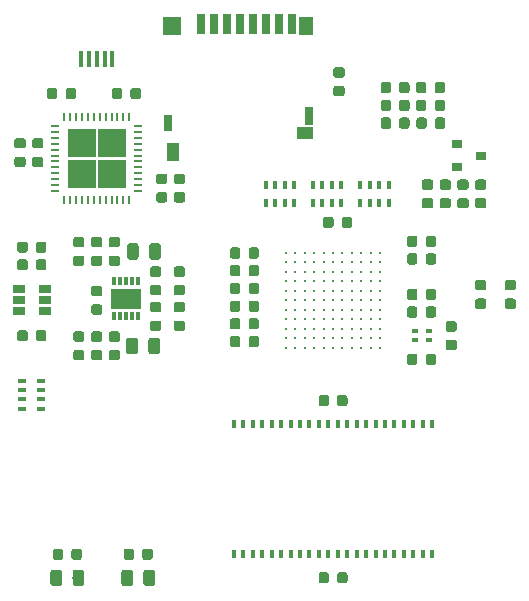
<source format=gtp>
G04 #@! TF.GenerationSoftware,KiCad,Pcbnew,5.0.2-bee76a0~70~ubuntu18.04.1*
G04 #@! TF.CreationDate,2018-11-30T19:37:06+00:00*
G04 #@! TF.ProjectId,fpgaboy,66706761-626f-4792-9e6b-696361645f70,rev?*
G04 #@! TF.SameCoordinates,Original*
G04 #@! TF.FileFunction,Paste,Top*
G04 #@! TF.FilePolarity,Positive*
%FSLAX46Y46*%
G04 Gerber Fmt 4.6, Leading zero omitted, Abs format (unit mm)*
G04 Created by KiCad (PCBNEW 5.0.2-bee76a0~70~ubuntu18.04.1) date Fri 30 Nov 2018 19:37:06 GMT*
%MOMM*%
%LPD*%
G01*
G04 APERTURE LIST*
%ADD10C,0.100000*%
%ADD11C,0.975000*%
%ADD12C,0.875000*%
%ADD13C,0.230000*%
%ADD14R,0.700000X1.750000*%
%ADD15R,1.300000X1.500000*%
%ADD16R,0.800000X1.500000*%
%ADD17R,1.450000X1.000000*%
%ADD18R,0.800000X1.400000*%
%ADD19R,1.500000X1.500000*%
%ADD20R,1.000000X1.550000*%
%ADD21R,0.400000X1.350000*%
%ADD22R,0.400000X0.800000*%
%ADD23R,0.800000X0.400000*%
%ADD24R,0.600000X0.400000*%
%ADD25R,0.300000X0.800000*%
%ADD26R,0.300800X0.800000*%
%ADD27R,2.602000X1.800000*%
%ADD28R,0.200000X0.800000*%
%ADD29R,0.800000X0.200000*%
%ADD30R,2.375000X2.375000*%
%ADD31R,1.060000X0.650000*%
%ADD32R,0.900000X0.800000*%
G04 APERTURE END LIST*
D10*
G04 #@! TO.C,D1*
G36*
X144830142Y-127801174D02*
X144853803Y-127804684D01*
X144877007Y-127810496D01*
X144899529Y-127818554D01*
X144921153Y-127828782D01*
X144941670Y-127841079D01*
X144960883Y-127855329D01*
X144978607Y-127871393D01*
X144994671Y-127889117D01*
X145008921Y-127908330D01*
X145021218Y-127928847D01*
X145031446Y-127950471D01*
X145039504Y-127972993D01*
X145045316Y-127996197D01*
X145048826Y-128019858D01*
X145050000Y-128043750D01*
X145050000Y-128956250D01*
X145048826Y-128980142D01*
X145045316Y-129003803D01*
X145039504Y-129027007D01*
X145031446Y-129049529D01*
X145021218Y-129071153D01*
X145008921Y-129091670D01*
X144994671Y-129110883D01*
X144978607Y-129128607D01*
X144960883Y-129144671D01*
X144941670Y-129158921D01*
X144921153Y-129171218D01*
X144899529Y-129181446D01*
X144877007Y-129189504D01*
X144853803Y-129195316D01*
X144830142Y-129198826D01*
X144806250Y-129200000D01*
X144318750Y-129200000D01*
X144294858Y-129198826D01*
X144271197Y-129195316D01*
X144247993Y-129189504D01*
X144225471Y-129181446D01*
X144203847Y-129171218D01*
X144183330Y-129158921D01*
X144164117Y-129144671D01*
X144146393Y-129128607D01*
X144130329Y-129110883D01*
X144116079Y-129091670D01*
X144103782Y-129071153D01*
X144093554Y-129049529D01*
X144085496Y-129027007D01*
X144079684Y-129003803D01*
X144076174Y-128980142D01*
X144075000Y-128956250D01*
X144075000Y-128043750D01*
X144076174Y-128019858D01*
X144079684Y-127996197D01*
X144085496Y-127972993D01*
X144093554Y-127950471D01*
X144103782Y-127928847D01*
X144116079Y-127908330D01*
X144130329Y-127889117D01*
X144146393Y-127871393D01*
X144164117Y-127855329D01*
X144183330Y-127841079D01*
X144203847Y-127828782D01*
X144225471Y-127818554D01*
X144247993Y-127810496D01*
X144271197Y-127804684D01*
X144294858Y-127801174D01*
X144318750Y-127800000D01*
X144806250Y-127800000D01*
X144830142Y-127801174D01*
X144830142Y-127801174D01*
G37*
D11*
X144562500Y-128500000D03*
D10*
G36*
X146705142Y-127801174D02*
X146728803Y-127804684D01*
X146752007Y-127810496D01*
X146774529Y-127818554D01*
X146796153Y-127828782D01*
X146816670Y-127841079D01*
X146835883Y-127855329D01*
X146853607Y-127871393D01*
X146869671Y-127889117D01*
X146883921Y-127908330D01*
X146896218Y-127928847D01*
X146906446Y-127950471D01*
X146914504Y-127972993D01*
X146920316Y-127996197D01*
X146923826Y-128019858D01*
X146925000Y-128043750D01*
X146925000Y-128956250D01*
X146923826Y-128980142D01*
X146920316Y-129003803D01*
X146914504Y-129027007D01*
X146906446Y-129049529D01*
X146896218Y-129071153D01*
X146883921Y-129091670D01*
X146869671Y-129110883D01*
X146853607Y-129128607D01*
X146835883Y-129144671D01*
X146816670Y-129158921D01*
X146796153Y-129171218D01*
X146774529Y-129181446D01*
X146752007Y-129189504D01*
X146728803Y-129195316D01*
X146705142Y-129198826D01*
X146681250Y-129200000D01*
X146193750Y-129200000D01*
X146169858Y-129198826D01*
X146146197Y-129195316D01*
X146122993Y-129189504D01*
X146100471Y-129181446D01*
X146078847Y-129171218D01*
X146058330Y-129158921D01*
X146039117Y-129144671D01*
X146021393Y-129128607D01*
X146005329Y-129110883D01*
X145991079Y-129091670D01*
X145978782Y-129071153D01*
X145968554Y-129049529D01*
X145960496Y-129027007D01*
X145954684Y-129003803D01*
X145951174Y-128980142D01*
X145950000Y-128956250D01*
X145950000Y-128043750D01*
X145951174Y-128019858D01*
X145954684Y-127996197D01*
X145960496Y-127972993D01*
X145968554Y-127950471D01*
X145978782Y-127928847D01*
X145991079Y-127908330D01*
X146005329Y-127889117D01*
X146021393Y-127871393D01*
X146039117Y-127855329D01*
X146058330Y-127841079D01*
X146078847Y-127828782D01*
X146100471Y-127818554D01*
X146122993Y-127810496D01*
X146146197Y-127804684D01*
X146169858Y-127801174D01*
X146193750Y-127800000D01*
X146681250Y-127800000D01*
X146705142Y-127801174D01*
X146705142Y-127801174D01*
G37*
D11*
X146437500Y-128500000D03*
G04 #@! TD*
D10*
G04 #@! TO.C,C9*
G36*
X168952691Y-109526053D02*
X168973926Y-109529203D01*
X168994750Y-109534419D01*
X169014962Y-109541651D01*
X169034368Y-109550830D01*
X169052781Y-109561866D01*
X169070024Y-109574654D01*
X169085930Y-109589070D01*
X169100346Y-109604976D01*
X169113134Y-109622219D01*
X169124170Y-109640632D01*
X169133349Y-109660038D01*
X169140581Y-109680250D01*
X169145797Y-109701074D01*
X169148947Y-109722309D01*
X169150000Y-109743750D01*
X169150000Y-110256250D01*
X169148947Y-110277691D01*
X169145797Y-110298926D01*
X169140581Y-110319750D01*
X169133349Y-110339962D01*
X169124170Y-110359368D01*
X169113134Y-110377781D01*
X169100346Y-110395024D01*
X169085930Y-110410930D01*
X169070024Y-110425346D01*
X169052781Y-110438134D01*
X169034368Y-110449170D01*
X169014962Y-110458349D01*
X168994750Y-110465581D01*
X168973926Y-110470797D01*
X168952691Y-110473947D01*
X168931250Y-110475000D01*
X168493750Y-110475000D01*
X168472309Y-110473947D01*
X168451074Y-110470797D01*
X168430250Y-110465581D01*
X168410038Y-110458349D01*
X168390632Y-110449170D01*
X168372219Y-110438134D01*
X168354976Y-110425346D01*
X168339070Y-110410930D01*
X168324654Y-110395024D01*
X168311866Y-110377781D01*
X168300830Y-110359368D01*
X168291651Y-110339962D01*
X168284419Y-110319750D01*
X168279203Y-110298926D01*
X168276053Y-110277691D01*
X168275000Y-110256250D01*
X168275000Y-109743750D01*
X168276053Y-109722309D01*
X168279203Y-109701074D01*
X168284419Y-109680250D01*
X168291651Y-109660038D01*
X168300830Y-109640632D01*
X168311866Y-109622219D01*
X168324654Y-109604976D01*
X168339070Y-109589070D01*
X168354976Y-109574654D01*
X168372219Y-109561866D01*
X168390632Y-109550830D01*
X168410038Y-109541651D01*
X168430250Y-109534419D01*
X168451074Y-109529203D01*
X168472309Y-109526053D01*
X168493750Y-109525000D01*
X168931250Y-109525000D01*
X168952691Y-109526053D01*
X168952691Y-109526053D01*
G37*
D12*
X168712500Y-110000000D03*
D10*
G36*
X170527691Y-109526053D02*
X170548926Y-109529203D01*
X170569750Y-109534419D01*
X170589962Y-109541651D01*
X170609368Y-109550830D01*
X170627781Y-109561866D01*
X170645024Y-109574654D01*
X170660930Y-109589070D01*
X170675346Y-109604976D01*
X170688134Y-109622219D01*
X170699170Y-109640632D01*
X170708349Y-109660038D01*
X170715581Y-109680250D01*
X170720797Y-109701074D01*
X170723947Y-109722309D01*
X170725000Y-109743750D01*
X170725000Y-110256250D01*
X170723947Y-110277691D01*
X170720797Y-110298926D01*
X170715581Y-110319750D01*
X170708349Y-110339962D01*
X170699170Y-110359368D01*
X170688134Y-110377781D01*
X170675346Y-110395024D01*
X170660930Y-110410930D01*
X170645024Y-110425346D01*
X170627781Y-110438134D01*
X170609368Y-110449170D01*
X170589962Y-110458349D01*
X170569750Y-110465581D01*
X170548926Y-110470797D01*
X170527691Y-110473947D01*
X170506250Y-110475000D01*
X170068750Y-110475000D01*
X170047309Y-110473947D01*
X170026074Y-110470797D01*
X170005250Y-110465581D01*
X169985038Y-110458349D01*
X169965632Y-110449170D01*
X169947219Y-110438134D01*
X169929976Y-110425346D01*
X169914070Y-110410930D01*
X169899654Y-110395024D01*
X169886866Y-110377781D01*
X169875830Y-110359368D01*
X169866651Y-110339962D01*
X169859419Y-110319750D01*
X169854203Y-110298926D01*
X169851053Y-110277691D01*
X169850000Y-110256250D01*
X169850000Y-109743750D01*
X169851053Y-109722309D01*
X169854203Y-109701074D01*
X169859419Y-109680250D01*
X169866651Y-109660038D01*
X169875830Y-109640632D01*
X169886866Y-109622219D01*
X169899654Y-109604976D01*
X169914070Y-109589070D01*
X169929976Y-109574654D01*
X169947219Y-109561866D01*
X169965632Y-109550830D01*
X169985038Y-109541651D01*
X170005250Y-109534419D01*
X170026074Y-109529203D01*
X170047309Y-109526053D01*
X170068750Y-109525000D01*
X170506250Y-109525000D01*
X170527691Y-109526053D01*
X170527691Y-109526053D01*
G37*
D12*
X170287500Y-110000000D03*
G04 #@! TD*
D13*
G04 #@! TO.C,U1*
X158000000Y-109000000D03*
X158800000Y-109000000D03*
X159600000Y-109000000D03*
X160400000Y-109000000D03*
X161200000Y-109000000D03*
X162000000Y-109000000D03*
X162800000Y-109000000D03*
X163600000Y-109000000D03*
X164400000Y-109000000D03*
X165200000Y-109000000D03*
X166000000Y-109000000D03*
X158000000Y-108200000D03*
X158800000Y-108200000D03*
X159600000Y-108200000D03*
X160400000Y-108200000D03*
X161200000Y-108200000D03*
X162000000Y-108200000D03*
X162800000Y-108200000D03*
X163600000Y-108200000D03*
X164400000Y-108200000D03*
X165200000Y-108200000D03*
X166000000Y-108200000D03*
X158000000Y-107400000D03*
X158800000Y-107400000D03*
X159600000Y-107400000D03*
X160400000Y-107400000D03*
X161200000Y-107400000D03*
X162000000Y-107400000D03*
X162800000Y-107400000D03*
X163600000Y-107400000D03*
X164400000Y-107400000D03*
X165200000Y-107400000D03*
X166000000Y-107400000D03*
X158000000Y-106600000D03*
X158800000Y-106600000D03*
X159600000Y-106600000D03*
X160400000Y-106600000D03*
X161200000Y-106600000D03*
X162000000Y-106600000D03*
X162800000Y-106600000D03*
X163600000Y-106600000D03*
X164400000Y-106600000D03*
X165200000Y-106600000D03*
X166000000Y-106600000D03*
X158000000Y-105800000D03*
X158800000Y-105800000D03*
X159600000Y-105800000D03*
X160400000Y-105800000D03*
X161200000Y-105800000D03*
X162000000Y-105800000D03*
X162800000Y-105800000D03*
X163600000Y-105800000D03*
X164400000Y-105800000D03*
X165200000Y-105800000D03*
X166000000Y-105800000D03*
X158000000Y-105000000D03*
X158800000Y-105000000D03*
X159600000Y-105000000D03*
X160400000Y-105000000D03*
X161200000Y-105000000D03*
X162000000Y-105000000D03*
X162800000Y-105000000D03*
X163600000Y-105000000D03*
X164400000Y-105000000D03*
X165200000Y-105000000D03*
X166000000Y-105000000D03*
X158000000Y-104200000D03*
X158800000Y-104200000D03*
X159600000Y-104200000D03*
X160400000Y-104200000D03*
X161200000Y-104200000D03*
X162000000Y-104200000D03*
X162800000Y-104200000D03*
X163600000Y-104200000D03*
X164400000Y-104200000D03*
X165200000Y-104200000D03*
X166000000Y-104200000D03*
X158000000Y-103400000D03*
X158800000Y-103400000D03*
X159600000Y-103400000D03*
X160400000Y-103400000D03*
X161200000Y-103400000D03*
X162000000Y-103400000D03*
X162800000Y-103400000D03*
X163600000Y-103400000D03*
X164400000Y-103400000D03*
X165200000Y-103400000D03*
X166000000Y-103400000D03*
X158000000Y-102600000D03*
X158800000Y-102600000D03*
X159600000Y-102600000D03*
X160400000Y-102600000D03*
X161200000Y-102600000D03*
X162000000Y-102600000D03*
X162800000Y-102600000D03*
X163600000Y-102600000D03*
X164400000Y-102600000D03*
X165200000Y-102600000D03*
X166000000Y-102600000D03*
X158000000Y-101800000D03*
X158800000Y-101800000D03*
X159600000Y-101800000D03*
X160400000Y-101800000D03*
X161200000Y-101800000D03*
X162000000Y-101800000D03*
X162800000Y-101800000D03*
X163600000Y-101800000D03*
X164400000Y-101800000D03*
X165200000Y-101800000D03*
X166000000Y-101800000D03*
X158000000Y-101000000D03*
X158800000Y-101000000D03*
X159600000Y-101000000D03*
X160400000Y-101000000D03*
X161200000Y-101000000D03*
X162000000Y-101000000D03*
X162800000Y-101000000D03*
X163600000Y-101000000D03*
X164400000Y-101000000D03*
X165200000Y-101000000D03*
X166000000Y-101000000D03*
G04 #@! TD*
D10*
G04 #@! TO.C,C1*
G36*
X174777691Y-104851053D02*
X174798926Y-104854203D01*
X174819750Y-104859419D01*
X174839962Y-104866651D01*
X174859368Y-104875830D01*
X174877781Y-104886866D01*
X174895024Y-104899654D01*
X174910930Y-104914070D01*
X174925346Y-104929976D01*
X174938134Y-104947219D01*
X174949170Y-104965632D01*
X174958349Y-104985038D01*
X174965581Y-105005250D01*
X174970797Y-105026074D01*
X174973947Y-105047309D01*
X174975000Y-105068750D01*
X174975000Y-105506250D01*
X174973947Y-105527691D01*
X174970797Y-105548926D01*
X174965581Y-105569750D01*
X174958349Y-105589962D01*
X174949170Y-105609368D01*
X174938134Y-105627781D01*
X174925346Y-105645024D01*
X174910930Y-105660930D01*
X174895024Y-105675346D01*
X174877781Y-105688134D01*
X174859368Y-105699170D01*
X174839962Y-105708349D01*
X174819750Y-105715581D01*
X174798926Y-105720797D01*
X174777691Y-105723947D01*
X174756250Y-105725000D01*
X174243750Y-105725000D01*
X174222309Y-105723947D01*
X174201074Y-105720797D01*
X174180250Y-105715581D01*
X174160038Y-105708349D01*
X174140632Y-105699170D01*
X174122219Y-105688134D01*
X174104976Y-105675346D01*
X174089070Y-105660930D01*
X174074654Y-105645024D01*
X174061866Y-105627781D01*
X174050830Y-105609368D01*
X174041651Y-105589962D01*
X174034419Y-105569750D01*
X174029203Y-105548926D01*
X174026053Y-105527691D01*
X174025000Y-105506250D01*
X174025000Y-105068750D01*
X174026053Y-105047309D01*
X174029203Y-105026074D01*
X174034419Y-105005250D01*
X174041651Y-104985038D01*
X174050830Y-104965632D01*
X174061866Y-104947219D01*
X174074654Y-104929976D01*
X174089070Y-104914070D01*
X174104976Y-104899654D01*
X174122219Y-104886866D01*
X174140632Y-104875830D01*
X174160038Y-104866651D01*
X174180250Y-104859419D01*
X174201074Y-104854203D01*
X174222309Y-104851053D01*
X174243750Y-104850000D01*
X174756250Y-104850000D01*
X174777691Y-104851053D01*
X174777691Y-104851053D01*
G37*
D12*
X174500000Y-105287500D03*
D10*
G36*
X174777691Y-103276053D02*
X174798926Y-103279203D01*
X174819750Y-103284419D01*
X174839962Y-103291651D01*
X174859368Y-103300830D01*
X174877781Y-103311866D01*
X174895024Y-103324654D01*
X174910930Y-103339070D01*
X174925346Y-103354976D01*
X174938134Y-103372219D01*
X174949170Y-103390632D01*
X174958349Y-103410038D01*
X174965581Y-103430250D01*
X174970797Y-103451074D01*
X174973947Y-103472309D01*
X174975000Y-103493750D01*
X174975000Y-103931250D01*
X174973947Y-103952691D01*
X174970797Y-103973926D01*
X174965581Y-103994750D01*
X174958349Y-104014962D01*
X174949170Y-104034368D01*
X174938134Y-104052781D01*
X174925346Y-104070024D01*
X174910930Y-104085930D01*
X174895024Y-104100346D01*
X174877781Y-104113134D01*
X174859368Y-104124170D01*
X174839962Y-104133349D01*
X174819750Y-104140581D01*
X174798926Y-104145797D01*
X174777691Y-104148947D01*
X174756250Y-104150000D01*
X174243750Y-104150000D01*
X174222309Y-104148947D01*
X174201074Y-104145797D01*
X174180250Y-104140581D01*
X174160038Y-104133349D01*
X174140632Y-104124170D01*
X174122219Y-104113134D01*
X174104976Y-104100346D01*
X174089070Y-104085930D01*
X174074654Y-104070024D01*
X174061866Y-104052781D01*
X174050830Y-104034368D01*
X174041651Y-104014962D01*
X174034419Y-103994750D01*
X174029203Y-103973926D01*
X174026053Y-103952691D01*
X174025000Y-103931250D01*
X174025000Y-103493750D01*
X174026053Y-103472309D01*
X174029203Y-103451074D01*
X174034419Y-103430250D01*
X174041651Y-103410038D01*
X174050830Y-103390632D01*
X174061866Y-103372219D01*
X174074654Y-103354976D01*
X174089070Y-103339070D01*
X174104976Y-103324654D01*
X174122219Y-103311866D01*
X174140632Y-103300830D01*
X174160038Y-103291651D01*
X174180250Y-103284419D01*
X174201074Y-103279203D01*
X174222309Y-103276053D01*
X174243750Y-103275000D01*
X174756250Y-103275000D01*
X174777691Y-103276053D01*
X174777691Y-103276053D01*
G37*
D12*
X174500000Y-103712500D03*
G04 #@! TD*
D10*
G04 #@! TO.C,C2*
G36*
X177277691Y-104851053D02*
X177298926Y-104854203D01*
X177319750Y-104859419D01*
X177339962Y-104866651D01*
X177359368Y-104875830D01*
X177377781Y-104886866D01*
X177395024Y-104899654D01*
X177410930Y-104914070D01*
X177425346Y-104929976D01*
X177438134Y-104947219D01*
X177449170Y-104965632D01*
X177458349Y-104985038D01*
X177465581Y-105005250D01*
X177470797Y-105026074D01*
X177473947Y-105047309D01*
X177475000Y-105068750D01*
X177475000Y-105506250D01*
X177473947Y-105527691D01*
X177470797Y-105548926D01*
X177465581Y-105569750D01*
X177458349Y-105589962D01*
X177449170Y-105609368D01*
X177438134Y-105627781D01*
X177425346Y-105645024D01*
X177410930Y-105660930D01*
X177395024Y-105675346D01*
X177377781Y-105688134D01*
X177359368Y-105699170D01*
X177339962Y-105708349D01*
X177319750Y-105715581D01*
X177298926Y-105720797D01*
X177277691Y-105723947D01*
X177256250Y-105725000D01*
X176743750Y-105725000D01*
X176722309Y-105723947D01*
X176701074Y-105720797D01*
X176680250Y-105715581D01*
X176660038Y-105708349D01*
X176640632Y-105699170D01*
X176622219Y-105688134D01*
X176604976Y-105675346D01*
X176589070Y-105660930D01*
X176574654Y-105645024D01*
X176561866Y-105627781D01*
X176550830Y-105609368D01*
X176541651Y-105589962D01*
X176534419Y-105569750D01*
X176529203Y-105548926D01*
X176526053Y-105527691D01*
X176525000Y-105506250D01*
X176525000Y-105068750D01*
X176526053Y-105047309D01*
X176529203Y-105026074D01*
X176534419Y-105005250D01*
X176541651Y-104985038D01*
X176550830Y-104965632D01*
X176561866Y-104947219D01*
X176574654Y-104929976D01*
X176589070Y-104914070D01*
X176604976Y-104899654D01*
X176622219Y-104886866D01*
X176640632Y-104875830D01*
X176660038Y-104866651D01*
X176680250Y-104859419D01*
X176701074Y-104854203D01*
X176722309Y-104851053D01*
X176743750Y-104850000D01*
X177256250Y-104850000D01*
X177277691Y-104851053D01*
X177277691Y-104851053D01*
G37*
D12*
X177000000Y-105287500D03*
D10*
G36*
X177277691Y-103276053D02*
X177298926Y-103279203D01*
X177319750Y-103284419D01*
X177339962Y-103291651D01*
X177359368Y-103300830D01*
X177377781Y-103311866D01*
X177395024Y-103324654D01*
X177410930Y-103339070D01*
X177425346Y-103354976D01*
X177438134Y-103372219D01*
X177449170Y-103390632D01*
X177458349Y-103410038D01*
X177465581Y-103430250D01*
X177470797Y-103451074D01*
X177473947Y-103472309D01*
X177475000Y-103493750D01*
X177475000Y-103931250D01*
X177473947Y-103952691D01*
X177470797Y-103973926D01*
X177465581Y-103994750D01*
X177458349Y-104014962D01*
X177449170Y-104034368D01*
X177438134Y-104052781D01*
X177425346Y-104070024D01*
X177410930Y-104085930D01*
X177395024Y-104100346D01*
X177377781Y-104113134D01*
X177359368Y-104124170D01*
X177339962Y-104133349D01*
X177319750Y-104140581D01*
X177298926Y-104145797D01*
X177277691Y-104148947D01*
X177256250Y-104150000D01*
X176743750Y-104150000D01*
X176722309Y-104148947D01*
X176701074Y-104145797D01*
X176680250Y-104140581D01*
X176660038Y-104133349D01*
X176640632Y-104124170D01*
X176622219Y-104113134D01*
X176604976Y-104100346D01*
X176589070Y-104085930D01*
X176574654Y-104070024D01*
X176561866Y-104052781D01*
X176550830Y-104034368D01*
X176541651Y-104014962D01*
X176534419Y-103994750D01*
X176529203Y-103973926D01*
X176526053Y-103952691D01*
X176525000Y-103931250D01*
X176525000Y-103493750D01*
X176526053Y-103472309D01*
X176529203Y-103451074D01*
X176534419Y-103430250D01*
X176541651Y-103410038D01*
X176550830Y-103390632D01*
X176561866Y-103372219D01*
X176574654Y-103354976D01*
X176589070Y-103339070D01*
X176604976Y-103324654D01*
X176622219Y-103311866D01*
X176640632Y-103300830D01*
X176660038Y-103291651D01*
X176680250Y-103284419D01*
X176701074Y-103279203D01*
X176722309Y-103276053D01*
X176743750Y-103275000D01*
X177256250Y-103275000D01*
X177277691Y-103276053D01*
X177277691Y-103276053D01*
G37*
D12*
X177000000Y-103712500D03*
G04 #@! TD*
D10*
G04 #@! TO.C,C3*
G36*
X168952691Y-104026053D02*
X168973926Y-104029203D01*
X168994750Y-104034419D01*
X169014962Y-104041651D01*
X169034368Y-104050830D01*
X169052781Y-104061866D01*
X169070024Y-104074654D01*
X169085930Y-104089070D01*
X169100346Y-104104976D01*
X169113134Y-104122219D01*
X169124170Y-104140632D01*
X169133349Y-104160038D01*
X169140581Y-104180250D01*
X169145797Y-104201074D01*
X169148947Y-104222309D01*
X169150000Y-104243750D01*
X169150000Y-104756250D01*
X169148947Y-104777691D01*
X169145797Y-104798926D01*
X169140581Y-104819750D01*
X169133349Y-104839962D01*
X169124170Y-104859368D01*
X169113134Y-104877781D01*
X169100346Y-104895024D01*
X169085930Y-104910930D01*
X169070024Y-104925346D01*
X169052781Y-104938134D01*
X169034368Y-104949170D01*
X169014962Y-104958349D01*
X168994750Y-104965581D01*
X168973926Y-104970797D01*
X168952691Y-104973947D01*
X168931250Y-104975000D01*
X168493750Y-104975000D01*
X168472309Y-104973947D01*
X168451074Y-104970797D01*
X168430250Y-104965581D01*
X168410038Y-104958349D01*
X168390632Y-104949170D01*
X168372219Y-104938134D01*
X168354976Y-104925346D01*
X168339070Y-104910930D01*
X168324654Y-104895024D01*
X168311866Y-104877781D01*
X168300830Y-104859368D01*
X168291651Y-104839962D01*
X168284419Y-104819750D01*
X168279203Y-104798926D01*
X168276053Y-104777691D01*
X168275000Y-104756250D01*
X168275000Y-104243750D01*
X168276053Y-104222309D01*
X168279203Y-104201074D01*
X168284419Y-104180250D01*
X168291651Y-104160038D01*
X168300830Y-104140632D01*
X168311866Y-104122219D01*
X168324654Y-104104976D01*
X168339070Y-104089070D01*
X168354976Y-104074654D01*
X168372219Y-104061866D01*
X168390632Y-104050830D01*
X168410038Y-104041651D01*
X168430250Y-104034419D01*
X168451074Y-104029203D01*
X168472309Y-104026053D01*
X168493750Y-104025000D01*
X168931250Y-104025000D01*
X168952691Y-104026053D01*
X168952691Y-104026053D01*
G37*
D12*
X168712500Y-104500000D03*
D10*
G36*
X170527691Y-104026053D02*
X170548926Y-104029203D01*
X170569750Y-104034419D01*
X170589962Y-104041651D01*
X170609368Y-104050830D01*
X170627781Y-104061866D01*
X170645024Y-104074654D01*
X170660930Y-104089070D01*
X170675346Y-104104976D01*
X170688134Y-104122219D01*
X170699170Y-104140632D01*
X170708349Y-104160038D01*
X170715581Y-104180250D01*
X170720797Y-104201074D01*
X170723947Y-104222309D01*
X170725000Y-104243750D01*
X170725000Y-104756250D01*
X170723947Y-104777691D01*
X170720797Y-104798926D01*
X170715581Y-104819750D01*
X170708349Y-104839962D01*
X170699170Y-104859368D01*
X170688134Y-104877781D01*
X170675346Y-104895024D01*
X170660930Y-104910930D01*
X170645024Y-104925346D01*
X170627781Y-104938134D01*
X170609368Y-104949170D01*
X170589962Y-104958349D01*
X170569750Y-104965581D01*
X170548926Y-104970797D01*
X170527691Y-104973947D01*
X170506250Y-104975000D01*
X170068750Y-104975000D01*
X170047309Y-104973947D01*
X170026074Y-104970797D01*
X170005250Y-104965581D01*
X169985038Y-104958349D01*
X169965632Y-104949170D01*
X169947219Y-104938134D01*
X169929976Y-104925346D01*
X169914070Y-104910930D01*
X169899654Y-104895024D01*
X169886866Y-104877781D01*
X169875830Y-104859368D01*
X169866651Y-104839962D01*
X169859419Y-104819750D01*
X169854203Y-104798926D01*
X169851053Y-104777691D01*
X169850000Y-104756250D01*
X169850000Y-104243750D01*
X169851053Y-104222309D01*
X169854203Y-104201074D01*
X169859419Y-104180250D01*
X169866651Y-104160038D01*
X169875830Y-104140632D01*
X169886866Y-104122219D01*
X169899654Y-104104976D01*
X169914070Y-104089070D01*
X169929976Y-104074654D01*
X169947219Y-104061866D01*
X169965632Y-104050830D01*
X169985038Y-104041651D01*
X170005250Y-104034419D01*
X170026074Y-104029203D01*
X170047309Y-104026053D01*
X170068750Y-104025000D01*
X170506250Y-104025000D01*
X170527691Y-104026053D01*
X170527691Y-104026053D01*
G37*
D12*
X170287500Y-104500000D03*
G04 #@! TD*
D10*
G04 #@! TO.C,C4*
G36*
X172277691Y-106776053D02*
X172298926Y-106779203D01*
X172319750Y-106784419D01*
X172339962Y-106791651D01*
X172359368Y-106800830D01*
X172377781Y-106811866D01*
X172395024Y-106824654D01*
X172410930Y-106839070D01*
X172425346Y-106854976D01*
X172438134Y-106872219D01*
X172449170Y-106890632D01*
X172458349Y-106910038D01*
X172465581Y-106930250D01*
X172470797Y-106951074D01*
X172473947Y-106972309D01*
X172475000Y-106993750D01*
X172475000Y-107431250D01*
X172473947Y-107452691D01*
X172470797Y-107473926D01*
X172465581Y-107494750D01*
X172458349Y-107514962D01*
X172449170Y-107534368D01*
X172438134Y-107552781D01*
X172425346Y-107570024D01*
X172410930Y-107585930D01*
X172395024Y-107600346D01*
X172377781Y-107613134D01*
X172359368Y-107624170D01*
X172339962Y-107633349D01*
X172319750Y-107640581D01*
X172298926Y-107645797D01*
X172277691Y-107648947D01*
X172256250Y-107650000D01*
X171743750Y-107650000D01*
X171722309Y-107648947D01*
X171701074Y-107645797D01*
X171680250Y-107640581D01*
X171660038Y-107633349D01*
X171640632Y-107624170D01*
X171622219Y-107613134D01*
X171604976Y-107600346D01*
X171589070Y-107585930D01*
X171574654Y-107570024D01*
X171561866Y-107552781D01*
X171550830Y-107534368D01*
X171541651Y-107514962D01*
X171534419Y-107494750D01*
X171529203Y-107473926D01*
X171526053Y-107452691D01*
X171525000Y-107431250D01*
X171525000Y-106993750D01*
X171526053Y-106972309D01*
X171529203Y-106951074D01*
X171534419Y-106930250D01*
X171541651Y-106910038D01*
X171550830Y-106890632D01*
X171561866Y-106872219D01*
X171574654Y-106854976D01*
X171589070Y-106839070D01*
X171604976Y-106824654D01*
X171622219Y-106811866D01*
X171640632Y-106800830D01*
X171660038Y-106791651D01*
X171680250Y-106784419D01*
X171701074Y-106779203D01*
X171722309Y-106776053D01*
X171743750Y-106775000D01*
X172256250Y-106775000D01*
X172277691Y-106776053D01*
X172277691Y-106776053D01*
G37*
D12*
X172000000Y-107212500D03*
D10*
G36*
X172277691Y-108351053D02*
X172298926Y-108354203D01*
X172319750Y-108359419D01*
X172339962Y-108366651D01*
X172359368Y-108375830D01*
X172377781Y-108386866D01*
X172395024Y-108399654D01*
X172410930Y-108414070D01*
X172425346Y-108429976D01*
X172438134Y-108447219D01*
X172449170Y-108465632D01*
X172458349Y-108485038D01*
X172465581Y-108505250D01*
X172470797Y-108526074D01*
X172473947Y-108547309D01*
X172475000Y-108568750D01*
X172475000Y-109006250D01*
X172473947Y-109027691D01*
X172470797Y-109048926D01*
X172465581Y-109069750D01*
X172458349Y-109089962D01*
X172449170Y-109109368D01*
X172438134Y-109127781D01*
X172425346Y-109145024D01*
X172410930Y-109160930D01*
X172395024Y-109175346D01*
X172377781Y-109188134D01*
X172359368Y-109199170D01*
X172339962Y-109208349D01*
X172319750Y-109215581D01*
X172298926Y-109220797D01*
X172277691Y-109223947D01*
X172256250Y-109225000D01*
X171743750Y-109225000D01*
X171722309Y-109223947D01*
X171701074Y-109220797D01*
X171680250Y-109215581D01*
X171660038Y-109208349D01*
X171640632Y-109199170D01*
X171622219Y-109188134D01*
X171604976Y-109175346D01*
X171589070Y-109160930D01*
X171574654Y-109145024D01*
X171561866Y-109127781D01*
X171550830Y-109109368D01*
X171541651Y-109089962D01*
X171534419Y-109069750D01*
X171529203Y-109048926D01*
X171526053Y-109027691D01*
X171525000Y-109006250D01*
X171525000Y-108568750D01*
X171526053Y-108547309D01*
X171529203Y-108526074D01*
X171534419Y-108505250D01*
X171541651Y-108485038D01*
X171550830Y-108465632D01*
X171561866Y-108447219D01*
X171574654Y-108429976D01*
X171589070Y-108414070D01*
X171604976Y-108399654D01*
X171622219Y-108386866D01*
X171640632Y-108375830D01*
X171660038Y-108366651D01*
X171680250Y-108359419D01*
X171701074Y-108354203D01*
X171722309Y-108351053D01*
X171743750Y-108350000D01*
X172256250Y-108350000D01*
X172277691Y-108351053D01*
X172277691Y-108351053D01*
G37*
D12*
X172000000Y-108787500D03*
G04 #@! TD*
D10*
G04 #@! TO.C,C5*
G36*
X153952691Y-103526053D02*
X153973926Y-103529203D01*
X153994750Y-103534419D01*
X154014962Y-103541651D01*
X154034368Y-103550830D01*
X154052781Y-103561866D01*
X154070024Y-103574654D01*
X154085930Y-103589070D01*
X154100346Y-103604976D01*
X154113134Y-103622219D01*
X154124170Y-103640632D01*
X154133349Y-103660038D01*
X154140581Y-103680250D01*
X154145797Y-103701074D01*
X154148947Y-103722309D01*
X154150000Y-103743750D01*
X154150000Y-104256250D01*
X154148947Y-104277691D01*
X154145797Y-104298926D01*
X154140581Y-104319750D01*
X154133349Y-104339962D01*
X154124170Y-104359368D01*
X154113134Y-104377781D01*
X154100346Y-104395024D01*
X154085930Y-104410930D01*
X154070024Y-104425346D01*
X154052781Y-104438134D01*
X154034368Y-104449170D01*
X154014962Y-104458349D01*
X153994750Y-104465581D01*
X153973926Y-104470797D01*
X153952691Y-104473947D01*
X153931250Y-104475000D01*
X153493750Y-104475000D01*
X153472309Y-104473947D01*
X153451074Y-104470797D01*
X153430250Y-104465581D01*
X153410038Y-104458349D01*
X153390632Y-104449170D01*
X153372219Y-104438134D01*
X153354976Y-104425346D01*
X153339070Y-104410930D01*
X153324654Y-104395024D01*
X153311866Y-104377781D01*
X153300830Y-104359368D01*
X153291651Y-104339962D01*
X153284419Y-104319750D01*
X153279203Y-104298926D01*
X153276053Y-104277691D01*
X153275000Y-104256250D01*
X153275000Y-103743750D01*
X153276053Y-103722309D01*
X153279203Y-103701074D01*
X153284419Y-103680250D01*
X153291651Y-103660038D01*
X153300830Y-103640632D01*
X153311866Y-103622219D01*
X153324654Y-103604976D01*
X153339070Y-103589070D01*
X153354976Y-103574654D01*
X153372219Y-103561866D01*
X153390632Y-103550830D01*
X153410038Y-103541651D01*
X153430250Y-103534419D01*
X153451074Y-103529203D01*
X153472309Y-103526053D01*
X153493750Y-103525000D01*
X153931250Y-103525000D01*
X153952691Y-103526053D01*
X153952691Y-103526053D01*
G37*
D12*
X153712500Y-104000000D03*
D10*
G36*
X155527691Y-103526053D02*
X155548926Y-103529203D01*
X155569750Y-103534419D01*
X155589962Y-103541651D01*
X155609368Y-103550830D01*
X155627781Y-103561866D01*
X155645024Y-103574654D01*
X155660930Y-103589070D01*
X155675346Y-103604976D01*
X155688134Y-103622219D01*
X155699170Y-103640632D01*
X155708349Y-103660038D01*
X155715581Y-103680250D01*
X155720797Y-103701074D01*
X155723947Y-103722309D01*
X155725000Y-103743750D01*
X155725000Y-104256250D01*
X155723947Y-104277691D01*
X155720797Y-104298926D01*
X155715581Y-104319750D01*
X155708349Y-104339962D01*
X155699170Y-104359368D01*
X155688134Y-104377781D01*
X155675346Y-104395024D01*
X155660930Y-104410930D01*
X155645024Y-104425346D01*
X155627781Y-104438134D01*
X155609368Y-104449170D01*
X155589962Y-104458349D01*
X155569750Y-104465581D01*
X155548926Y-104470797D01*
X155527691Y-104473947D01*
X155506250Y-104475000D01*
X155068750Y-104475000D01*
X155047309Y-104473947D01*
X155026074Y-104470797D01*
X155005250Y-104465581D01*
X154985038Y-104458349D01*
X154965632Y-104449170D01*
X154947219Y-104438134D01*
X154929976Y-104425346D01*
X154914070Y-104410930D01*
X154899654Y-104395024D01*
X154886866Y-104377781D01*
X154875830Y-104359368D01*
X154866651Y-104339962D01*
X154859419Y-104319750D01*
X154854203Y-104298926D01*
X154851053Y-104277691D01*
X154850000Y-104256250D01*
X154850000Y-103743750D01*
X154851053Y-103722309D01*
X154854203Y-103701074D01*
X154859419Y-103680250D01*
X154866651Y-103660038D01*
X154875830Y-103640632D01*
X154886866Y-103622219D01*
X154899654Y-103604976D01*
X154914070Y-103589070D01*
X154929976Y-103574654D01*
X154947219Y-103561866D01*
X154965632Y-103550830D01*
X154985038Y-103541651D01*
X155005250Y-103534419D01*
X155026074Y-103529203D01*
X155047309Y-103526053D01*
X155068750Y-103525000D01*
X155506250Y-103525000D01*
X155527691Y-103526053D01*
X155527691Y-103526053D01*
G37*
D12*
X155287500Y-104000000D03*
G04 #@! TD*
D10*
G04 #@! TO.C,C6*
G36*
X153952691Y-106526053D02*
X153973926Y-106529203D01*
X153994750Y-106534419D01*
X154014962Y-106541651D01*
X154034368Y-106550830D01*
X154052781Y-106561866D01*
X154070024Y-106574654D01*
X154085930Y-106589070D01*
X154100346Y-106604976D01*
X154113134Y-106622219D01*
X154124170Y-106640632D01*
X154133349Y-106660038D01*
X154140581Y-106680250D01*
X154145797Y-106701074D01*
X154148947Y-106722309D01*
X154150000Y-106743750D01*
X154150000Y-107256250D01*
X154148947Y-107277691D01*
X154145797Y-107298926D01*
X154140581Y-107319750D01*
X154133349Y-107339962D01*
X154124170Y-107359368D01*
X154113134Y-107377781D01*
X154100346Y-107395024D01*
X154085930Y-107410930D01*
X154070024Y-107425346D01*
X154052781Y-107438134D01*
X154034368Y-107449170D01*
X154014962Y-107458349D01*
X153994750Y-107465581D01*
X153973926Y-107470797D01*
X153952691Y-107473947D01*
X153931250Y-107475000D01*
X153493750Y-107475000D01*
X153472309Y-107473947D01*
X153451074Y-107470797D01*
X153430250Y-107465581D01*
X153410038Y-107458349D01*
X153390632Y-107449170D01*
X153372219Y-107438134D01*
X153354976Y-107425346D01*
X153339070Y-107410930D01*
X153324654Y-107395024D01*
X153311866Y-107377781D01*
X153300830Y-107359368D01*
X153291651Y-107339962D01*
X153284419Y-107319750D01*
X153279203Y-107298926D01*
X153276053Y-107277691D01*
X153275000Y-107256250D01*
X153275000Y-106743750D01*
X153276053Y-106722309D01*
X153279203Y-106701074D01*
X153284419Y-106680250D01*
X153291651Y-106660038D01*
X153300830Y-106640632D01*
X153311866Y-106622219D01*
X153324654Y-106604976D01*
X153339070Y-106589070D01*
X153354976Y-106574654D01*
X153372219Y-106561866D01*
X153390632Y-106550830D01*
X153410038Y-106541651D01*
X153430250Y-106534419D01*
X153451074Y-106529203D01*
X153472309Y-106526053D01*
X153493750Y-106525000D01*
X153931250Y-106525000D01*
X153952691Y-106526053D01*
X153952691Y-106526053D01*
G37*
D12*
X153712500Y-107000000D03*
D10*
G36*
X155527691Y-106526053D02*
X155548926Y-106529203D01*
X155569750Y-106534419D01*
X155589962Y-106541651D01*
X155609368Y-106550830D01*
X155627781Y-106561866D01*
X155645024Y-106574654D01*
X155660930Y-106589070D01*
X155675346Y-106604976D01*
X155688134Y-106622219D01*
X155699170Y-106640632D01*
X155708349Y-106660038D01*
X155715581Y-106680250D01*
X155720797Y-106701074D01*
X155723947Y-106722309D01*
X155725000Y-106743750D01*
X155725000Y-107256250D01*
X155723947Y-107277691D01*
X155720797Y-107298926D01*
X155715581Y-107319750D01*
X155708349Y-107339962D01*
X155699170Y-107359368D01*
X155688134Y-107377781D01*
X155675346Y-107395024D01*
X155660930Y-107410930D01*
X155645024Y-107425346D01*
X155627781Y-107438134D01*
X155609368Y-107449170D01*
X155589962Y-107458349D01*
X155569750Y-107465581D01*
X155548926Y-107470797D01*
X155527691Y-107473947D01*
X155506250Y-107475000D01*
X155068750Y-107475000D01*
X155047309Y-107473947D01*
X155026074Y-107470797D01*
X155005250Y-107465581D01*
X154985038Y-107458349D01*
X154965632Y-107449170D01*
X154947219Y-107438134D01*
X154929976Y-107425346D01*
X154914070Y-107410930D01*
X154899654Y-107395024D01*
X154886866Y-107377781D01*
X154875830Y-107359368D01*
X154866651Y-107339962D01*
X154859419Y-107319750D01*
X154854203Y-107298926D01*
X154851053Y-107277691D01*
X154850000Y-107256250D01*
X154850000Y-106743750D01*
X154851053Y-106722309D01*
X154854203Y-106701074D01*
X154859419Y-106680250D01*
X154866651Y-106660038D01*
X154875830Y-106640632D01*
X154886866Y-106622219D01*
X154899654Y-106604976D01*
X154914070Y-106589070D01*
X154929976Y-106574654D01*
X154947219Y-106561866D01*
X154965632Y-106550830D01*
X154985038Y-106541651D01*
X155005250Y-106534419D01*
X155026074Y-106529203D01*
X155047309Y-106526053D01*
X155068750Y-106525000D01*
X155506250Y-106525000D01*
X155527691Y-106526053D01*
X155527691Y-106526053D01*
G37*
D12*
X155287500Y-107000000D03*
G04 #@! TD*
D10*
G04 #@! TO.C,C7*
G36*
X168952691Y-101026053D02*
X168973926Y-101029203D01*
X168994750Y-101034419D01*
X169014962Y-101041651D01*
X169034368Y-101050830D01*
X169052781Y-101061866D01*
X169070024Y-101074654D01*
X169085930Y-101089070D01*
X169100346Y-101104976D01*
X169113134Y-101122219D01*
X169124170Y-101140632D01*
X169133349Y-101160038D01*
X169140581Y-101180250D01*
X169145797Y-101201074D01*
X169148947Y-101222309D01*
X169150000Y-101243750D01*
X169150000Y-101756250D01*
X169148947Y-101777691D01*
X169145797Y-101798926D01*
X169140581Y-101819750D01*
X169133349Y-101839962D01*
X169124170Y-101859368D01*
X169113134Y-101877781D01*
X169100346Y-101895024D01*
X169085930Y-101910930D01*
X169070024Y-101925346D01*
X169052781Y-101938134D01*
X169034368Y-101949170D01*
X169014962Y-101958349D01*
X168994750Y-101965581D01*
X168973926Y-101970797D01*
X168952691Y-101973947D01*
X168931250Y-101975000D01*
X168493750Y-101975000D01*
X168472309Y-101973947D01*
X168451074Y-101970797D01*
X168430250Y-101965581D01*
X168410038Y-101958349D01*
X168390632Y-101949170D01*
X168372219Y-101938134D01*
X168354976Y-101925346D01*
X168339070Y-101910930D01*
X168324654Y-101895024D01*
X168311866Y-101877781D01*
X168300830Y-101859368D01*
X168291651Y-101839962D01*
X168284419Y-101819750D01*
X168279203Y-101798926D01*
X168276053Y-101777691D01*
X168275000Y-101756250D01*
X168275000Y-101243750D01*
X168276053Y-101222309D01*
X168279203Y-101201074D01*
X168284419Y-101180250D01*
X168291651Y-101160038D01*
X168300830Y-101140632D01*
X168311866Y-101122219D01*
X168324654Y-101104976D01*
X168339070Y-101089070D01*
X168354976Y-101074654D01*
X168372219Y-101061866D01*
X168390632Y-101050830D01*
X168410038Y-101041651D01*
X168430250Y-101034419D01*
X168451074Y-101029203D01*
X168472309Y-101026053D01*
X168493750Y-101025000D01*
X168931250Y-101025000D01*
X168952691Y-101026053D01*
X168952691Y-101026053D01*
G37*
D12*
X168712500Y-101500000D03*
D10*
G36*
X170527691Y-101026053D02*
X170548926Y-101029203D01*
X170569750Y-101034419D01*
X170589962Y-101041651D01*
X170609368Y-101050830D01*
X170627781Y-101061866D01*
X170645024Y-101074654D01*
X170660930Y-101089070D01*
X170675346Y-101104976D01*
X170688134Y-101122219D01*
X170699170Y-101140632D01*
X170708349Y-101160038D01*
X170715581Y-101180250D01*
X170720797Y-101201074D01*
X170723947Y-101222309D01*
X170725000Y-101243750D01*
X170725000Y-101756250D01*
X170723947Y-101777691D01*
X170720797Y-101798926D01*
X170715581Y-101819750D01*
X170708349Y-101839962D01*
X170699170Y-101859368D01*
X170688134Y-101877781D01*
X170675346Y-101895024D01*
X170660930Y-101910930D01*
X170645024Y-101925346D01*
X170627781Y-101938134D01*
X170609368Y-101949170D01*
X170589962Y-101958349D01*
X170569750Y-101965581D01*
X170548926Y-101970797D01*
X170527691Y-101973947D01*
X170506250Y-101975000D01*
X170068750Y-101975000D01*
X170047309Y-101973947D01*
X170026074Y-101970797D01*
X170005250Y-101965581D01*
X169985038Y-101958349D01*
X169965632Y-101949170D01*
X169947219Y-101938134D01*
X169929976Y-101925346D01*
X169914070Y-101910930D01*
X169899654Y-101895024D01*
X169886866Y-101877781D01*
X169875830Y-101859368D01*
X169866651Y-101839962D01*
X169859419Y-101819750D01*
X169854203Y-101798926D01*
X169851053Y-101777691D01*
X169850000Y-101756250D01*
X169850000Y-101243750D01*
X169851053Y-101222309D01*
X169854203Y-101201074D01*
X169859419Y-101180250D01*
X169866651Y-101160038D01*
X169875830Y-101140632D01*
X169886866Y-101122219D01*
X169899654Y-101104976D01*
X169914070Y-101089070D01*
X169929976Y-101074654D01*
X169947219Y-101061866D01*
X169965632Y-101050830D01*
X169985038Y-101041651D01*
X170005250Y-101034419D01*
X170026074Y-101029203D01*
X170047309Y-101026053D01*
X170068750Y-101025000D01*
X170506250Y-101025000D01*
X170527691Y-101026053D01*
X170527691Y-101026053D01*
G37*
D12*
X170287500Y-101500000D03*
G04 #@! TD*
D10*
G04 #@! TO.C,C8*
G36*
X155527691Y-102026053D02*
X155548926Y-102029203D01*
X155569750Y-102034419D01*
X155589962Y-102041651D01*
X155609368Y-102050830D01*
X155627781Y-102061866D01*
X155645024Y-102074654D01*
X155660930Y-102089070D01*
X155675346Y-102104976D01*
X155688134Y-102122219D01*
X155699170Y-102140632D01*
X155708349Y-102160038D01*
X155715581Y-102180250D01*
X155720797Y-102201074D01*
X155723947Y-102222309D01*
X155725000Y-102243750D01*
X155725000Y-102756250D01*
X155723947Y-102777691D01*
X155720797Y-102798926D01*
X155715581Y-102819750D01*
X155708349Y-102839962D01*
X155699170Y-102859368D01*
X155688134Y-102877781D01*
X155675346Y-102895024D01*
X155660930Y-102910930D01*
X155645024Y-102925346D01*
X155627781Y-102938134D01*
X155609368Y-102949170D01*
X155589962Y-102958349D01*
X155569750Y-102965581D01*
X155548926Y-102970797D01*
X155527691Y-102973947D01*
X155506250Y-102975000D01*
X155068750Y-102975000D01*
X155047309Y-102973947D01*
X155026074Y-102970797D01*
X155005250Y-102965581D01*
X154985038Y-102958349D01*
X154965632Y-102949170D01*
X154947219Y-102938134D01*
X154929976Y-102925346D01*
X154914070Y-102910930D01*
X154899654Y-102895024D01*
X154886866Y-102877781D01*
X154875830Y-102859368D01*
X154866651Y-102839962D01*
X154859419Y-102819750D01*
X154854203Y-102798926D01*
X154851053Y-102777691D01*
X154850000Y-102756250D01*
X154850000Y-102243750D01*
X154851053Y-102222309D01*
X154854203Y-102201074D01*
X154859419Y-102180250D01*
X154866651Y-102160038D01*
X154875830Y-102140632D01*
X154886866Y-102122219D01*
X154899654Y-102104976D01*
X154914070Y-102089070D01*
X154929976Y-102074654D01*
X154947219Y-102061866D01*
X154965632Y-102050830D01*
X154985038Y-102041651D01*
X155005250Y-102034419D01*
X155026074Y-102029203D01*
X155047309Y-102026053D01*
X155068750Y-102025000D01*
X155506250Y-102025000D01*
X155527691Y-102026053D01*
X155527691Y-102026053D01*
G37*
D12*
X155287500Y-102500000D03*
D10*
G36*
X153952691Y-102026053D02*
X153973926Y-102029203D01*
X153994750Y-102034419D01*
X154014962Y-102041651D01*
X154034368Y-102050830D01*
X154052781Y-102061866D01*
X154070024Y-102074654D01*
X154085930Y-102089070D01*
X154100346Y-102104976D01*
X154113134Y-102122219D01*
X154124170Y-102140632D01*
X154133349Y-102160038D01*
X154140581Y-102180250D01*
X154145797Y-102201074D01*
X154148947Y-102222309D01*
X154150000Y-102243750D01*
X154150000Y-102756250D01*
X154148947Y-102777691D01*
X154145797Y-102798926D01*
X154140581Y-102819750D01*
X154133349Y-102839962D01*
X154124170Y-102859368D01*
X154113134Y-102877781D01*
X154100346Y-102895024D01*
X154085930Y-102910930D01*
X154070024Y-102925346D01*
X154052781Y-102938134D01*
X154034368Y-102949170D01*
X154014962Y-102958349D01*
X153994750Y-102965581D01*
X153973926Y-102970797D01*
X153952691Y-102973947D01*
X153931250Y-102975000D01*
X153493750Y-102975000D01*
X153472309Y-102973947D01*
X153451074Y-102970797D01*
X153430250Y-102965581D01*
X153410038Y-102958349D01*
X153390632Y-102949170D01*
X153372219Y-102938134D01*
X153354976Y-102925346D01*
X153339070Y-102910930D01*
X153324654Y-102895024D01*
X153311866Y-102877781D01*
X153300830Y-102859368D01*
X153291651Y-102839962D01*
X153284419Y-102819750D01*
X153279203Y-102798926D01*
X153276053Y-102777691D01*
X153275000Y-102756250D01*
X153275000Y-102243750D01*
X153276053Y-102222309D01*
X153279203Y-102201074D01*
X153284419Y-102180250D01*
X153291651Y-102160038D01*
X153300830Y-102140632D01*
X153311866Y-102122219D01*
X153324654Y-102104976D01*
X153339070Y-102089070D01*
X153354976Y-102074654D01*
X153372219Y-102061866D01*
X153390632Y-102050830D01*
X153410038Y-102041651D01*
X153430250Y-102034419D01*
X153451074Y-102029203D01*
X153472309Y-102026053D01*
X153493750Y-102025000D01*
X153931250Y-102025000D01*
X153952691Y-102026053D01*
X153952691Y-102026053D01*
G37*
D12*
X153712500Y-102500000D03*
G04 #@! TD*
D10*
G04 #@! TO.C,C10*
G36*
X170527691Y-99526053D02*
X170548926Y-99529203D01*
X170569750Y-99534419D01*
X170589962Y-99541651D01*
X170609368Y-99550830D01*
X170627781Y-99561866D01*
X170645024Y-99574654D01*
X170660930Y-99589070D01*
X170675346Y-99604976D01*
X170688134Y-99622219D01*
X170699170Y-99640632D01*
X170708349Y-99660038D01*
X170715581Y-99680250D01*
X170720797Y-99701074D01*
X170723947Y-99722309D01*
X170725000Y-99743750D01*
X170725000Y-100256250D01*
X170723947Y-100277691D01*
X170720797Y-100298926D01*
X170715581Y-100319750D01*
X170708349Y-100339962D01*
X170699170Y-100359368D01*
X170688134Y-100377781D01*
X170675346Y-100395024D01*
X170660930Y-100410930D01*
X170645024Y-100425346D01*
X170627781Y-100438134D01*
X170609368Y-100449170D01*
X170589962Y-100458349D01*
X170569750Y-100465581D01*
X170548926Y-100470797D01*
X170527691Y-100473947D01*
X170506250Y-100475000D01*
X170068750Y-100475000D01*
X170047309Y-100473947D01*
X170026074Y-100470797D01*
X170005250Y-100465581D01*
X169985038Y-100458349D01*
X169965632Y-100449170D01*
X169947219Y-100438134D01*
X169929976Y-100425346D01*
X169914070Y-100410930D01*
X169899654Y-100395024D01*
X169886866Y-100377781D01*
X169875830Y-100359368D01*
X169866651Y-100339962D01*
X169859419Y-100319750D01*
X169854203Y-100298926D01*
X169851053Y-100277691D01*
X169850000Y-100256250D01*
X169850000Y-99743750D01*
X169851053Y-99722309D01*
X169854203Y-99701074D01*
X169859419Y-99680250D01*
X169866651Y-99660038D01*
X169875830Y-99640632D01*
X169886866Y-99622219D01*
X169899654Y-99604976D01*
X169914070Y-99589070D01*
X169929976Y-99574654D01*
X169947219Y-99561866D01*
X169965632Y-99550830D01*
X169985038Y-99541651D01*
X170005250Y-99534419D01*
X170026074Y-99529203D01*
X170047309Y-99526053D01*
X170068750Y-99525000D01*
X170506250Y-99525000D01*
X170527691Y-99526053D01*
X170527691Y-99526053D01*
G37*
D12*
X170287500Y-100000000D03*
D10*
G36*
X168952691Y-99526053D02*
X168973926Y-99529203D01*
X168994750Y-99534419D01*
X169014962Y-99541651D01*
X169034368Y-99550830D01*
X169052781Y-99561866D01*
X169070024Y-99574654D01*
X169085930Y-99589070D01*
X169100346Y-99604976D01*
X169113134Y-99622219D01*
X169124170Y-99640632D01*
X169133349Y-99660038D01*
X169140581Y-99680250D01*
X169145797Y-99701074D01*
X169148947Y-99722309D01*
X169150000Y-99743750D01*
X169150000Y-100256250D01*
X169148947Y-100277691D01*
X169145797Y-100298926D01*
X169140581Y-100319750D01*
X169133349Y-100339962D01*
X169124170Y-100359368D01*
X169113134Y-100377781D01*
X169100346Y-100395024D01*
X169085930Y-100410930D01*
X169070024Y-100425346D01*
X169052781Y-100438134D01*
X169034368Y-100449170D01*
X169014962Y-100458349D01*
X168994750Y-100465581D01*
X168973926Y-100470797D01*
X168952691Y-100473947D01*
X168931250Y-100475000D01*
X168493750Y-100475000D01*
X168472309Y-100473947D01*
X168451074Y-100470797D01*
X168430250Y-100465581D01*
X168410038Y-100458349D01*
X168390632Y-100449170D01*
X168372219Y-100438134D01*
X168354976Y-100425346D01*
X168339070Y-100410930D01*
X168324654Y-100395024D01*
X168311866Y-100377781D01*
X168300830Y-100359368D01*
X168291651Y-100339962D01*
X168284419Y-100319750D01*
X168279203Y-100298926D01*
X168276053Y-100277691D01*
X168275000Y-100256250D01*
X168275000Y-99743750D01*
X168276053Y-99722309D01*
X168279203Y-99701074D01*
X168284419Y-99680250D01*
X168291651Y-99660038D01*
X168300830Y-99640632D01*
X168311866Y-99622219D01*
X168324654Y-99604976D01*
X168339070Y-99589070D01*
X168354976Y-99574654D01*
X168372219Y-99561866D01*
X168390632Y-99550830D01*
X168410038Y-99541651D01*
X168430250Y-99534419D01*
X168451074Y-99529203D01*
X168472309Y-99526053D01*
X168493750Y-99525000D01*
X168931250Y-99525000D01*
X168952691Y-99526053D01*
X168952691Y-99526053D01*
G37*
D12*
X168712500Y-100000000D03*
G04 #@! TD*
D10*
G04 #@! TO.C,C11*
G36*
X155527691Y-100526053D02*
X155548926Y-100529203D01*
X155569750Y-100534419D01*
X155589962Y-100541651D01*
X155609368Y-100550830D01*
X155627781Y-100561866D01*
X155645024Y-100574654D01*
X155660930Y-100589070D01*
X155675346Y-100604976D01*
X155688134Y-100622219D01*
X155699170Y-100640632D01*
X155708349Y-100660038D01*
X155715581Y-100680250D01*
X155720797Y-100701074D01*
X155723947Y-100722309D01*
X155725000Y-100743750D01*
X155725000Y-101256250D01*
X155723947Y-101277691D01*
X155720797Y-101298926D01*
X155715581Y-101319750D01*
X155708349Y-101339962D01*
X155699170Y-101359368D01*
X155688134Y-101377781D01*
X155675346Y-101395024D01*
X155660930Y-101410930D01*
X155645024Y-101425346D01*
X155627781Y-101438134D01*
X155609368Y-101449170D01*
X155589962Y-101458349D01*
X155569750Y-101465581D01*
X155548926Y-101470797D01*
X155527691Y-101473947D01*
X155506250Y-101475000D01*
X155068750Y-101475000D01*
X155047309Y-101473947D01*
X155026074Y-101470797D01*
X155005250Y-101465581D01*
X154985038Y-101458349D01*
X154965632Y-101449170D01*
X154947219Y-101438134D01*
X154929976Y-101425346D01*
X154914070Y-101410930D01*
X154899654Y-101395024D01*
X154886866Y-101377781D01*
X154875830Y-101359368D01*
X154866651Y-101339962D01*
X154859419Y-101319750D01*
X154854203Y-101298926D01*
X154851053Y-101277691D01*
X154850000Y-101256250D01*
X154850000Y-100743750D01*
X154851053Y-100722309D01*
X154854203Y-100701074D01*
X154859419Y-100680250D01*
X154866651Y-100660038D01*
X154875830Y-100640632D01*
X154886866Y-100622219D01*
X154899654Y-100604976D01*
X154914070Y-100589070D01*
X154929976Y-100574654D01*
X154947219Y-100561866D01*
X154965632Y-100550830D01*
X154985038Y-100541651D01*
X155005250Y-100534419D01*
X155026074Y-100529203D01*
X155047309Y-100526053D01*
X155068750Y-100525000D01*
X155506250Y-100525000D01*
X155527691Y-100526053D01*
X155527691Y-100526053D01*
G37*
D12*
X155287500Y-101000000D03*
D10*
G36*
X153952691Y-100526053D02*
X153973926Y-100529203D01*
X153994750Y-100534419D01*
X154014962Y-100541651D01*
X154034368Y-100550830D01*
X154052781Y-100561866D01*
X154070024Y-100574654D01*
X154085930Y-100589070D01*
X154100346Y-100604976D01*
X154113134Y-100622219D01*
X154124170Y-100640632D01*
X154133349Y-100660038D01*
X154140581Y-100680250D01*
X154145797Y-100701074D01*
X154148947Y-100722309D01*
X154150000Y-100743750D01*
X154150000Y-101256250D01*
X154148947Y-101277691D01*
X154145797Y-101298926D01*
X154140581Y-101319750D01*
X154133349Y-101339962D01*
X154124170Y-101359368D01*
X154113134Y-101377781D01*
X154100346Y-101395024D01*
X154085930Y-101410930D01*
X154070024Y-101425346D01*
X154052781Y-101438134D01*
X154034368Y-101449170D01*
X154014962Y-101458349D01*
X153994750Y-101465581D01*
X153973926Y-101470797D01*
X153952691Y-101473947D01*
X153931250Y-101475000D01*
X153493750Y-101475000D01*
X153472309Y-101473947D01*
X153451074Y-101470797D01*
X153430250Y-101465581D01*
X153410038Y-101458349D01*
X153390632Y-101449170D01*
X153372219Y-101438134D01*
X153354976Y-101425346D01*
X153339070Y-101410930D01*
X153324654Y-101395024D01*
X153311866Y-101377781D01*
X153300830Y-101359368D01*
X153291651Y-101339962D01*
X153284419Y-101319750D01*
X153279203Y-101298926D01*
X153276053Y-101277691D01*
X153275000Y-101256250D01*
X153275000Y-100743750D01*
X153276053Y-100722309D01*
X153279203Y-100701074D01*
X153284419Y-100680250D01*
X153291651Y-100660038D01*
X153300830Y-100640632D01*
X153311866Y-100622219D01*
X153324654Y-100604976D01*
X153339070Y-100589070D01*
X153354976Y-100574654D01*
X153372219Y-100561866D01*
X153390632Y-100550830D01*
X153410038Y-100541651D01*
X153430250Y-100534419D01*
X153451074Y-100529203D01*
X153472309Y-100526053D01*
X153493750Y-100525000D01*
X153931250Y-100525000D01*
X153952691Y-100526053D01*
X153952691Y-100526053D01*
G37*
D12*
X153712500Y-101000000D03*
G04 #@! TD*
D10*
G04 #@! TO.C,C12*
G36*
X163427691Y-97926053D02*
X163448926Y-97929203D01*
X163469750Y-97934419D01*
X163489962Y-97941651D01*
X163509368Y-97950830D01*
X163527781Y-97961866D01*
X163545024Y-97974654D01*
X163560930Y-97989070D01*
X163575346Y-98004976D01*
X163588134Y-98022219D01*
X163599170Y-98040632D01*
X163608349Y-98060038D01*
X163615581Y-98080250D01*
X163620797Y-98101074D01*
X163623947Y-98122309D01*
X163625000Y-98143750D01*
X163625000Y-98656250D01*
X163623947Y-98677691D01*
X163620797Y-98698926D01*
X163615581Y-98719750D01*
X163608349Y-98739962D01*
X163599170Y-98759368D01*
X163588134Y-98777781D01*
X163575346Y-98795024D01*
X163560930Y-98810930D01*
X163545024Y-98825346D01*
X163527781Y-98838134D01*
X163509368Y-98849170D01*
X163489962Y-98858349D01*
X163469750Y-98865581D01*
X163448926Y-98870797D01*
X163427691Y-98873947D01*
X163406250Y-98875000D01*
X162968750Y-98875000D01*
X162947309Y-98873947D01*
X162926074Y-98870797D01*
X162905250Y-98865581D01*
X162885038Y-98858349D01*
X162865632Y-98849170D01*
X162847219Y-98838134D01*
X162829976Y-98825346D01*
X162814070Y-98810930D01*
X162799654Y-98795024D01*
X162786866Y-98777781D01*
X162775830Y-98759368D01*
X162766651Y-98739962D01*
X162759419Y-98719750D01*
X162754203Y-98698926D01*
X162751053Y-98677691D01*
X162750000Y-98656250D01*
X162750000Y-98143750D01*
X162751053Y-98122309D01*
X162754203Y-98101074D01*
X162759419Y-98080250D01*
X162766651Y-98060038D01*
X162775830Y-98040632D01*
X162786866Y-98022219D01*
X162799654Y-98004976D01*
X162814070Y-97989070D01*
X162829976Y-97974654D01*
X162847219Y-97961866D01*
X162865632Y-97950830D01*
X162885038Y-97941651D01*
X162905250Y-97934419D01*
X162926074Y-97929203D01*
X162947309Y-97926053D01*
X162968750Y-97925000D01*
X163406250Y-97925000D01*
X163427691Y-97926053D01*
X163427691Y-97926053D01*
G37*
D12*
X163187500Y-98400000D03*
D10*
G36*
X161852691Y-97926053D02*
X161873926Y-97929203D01*
X161894750Y-97934419D01*
X161914962Y-97941651D01*
X161934368Y-97950830D01*
X161952781Y-97961866D01*
X161970024Y-97974654D01*
X161985930Y-97989070D01*
X162000346Y-98004976D01*
X162013134Y-98022219D01*
X162024170Y-98040632D01*
X162033349Y-98060038D01*
X162040581Y-98080250D01*
X162045797Y-98101074D01*
X162048947Y-98122309D01*
X162050000Y-98143750D01*
X162050000Y-98656250D01*
X162048947Y-98677691D01*
X162045797Y-98698926D01*
X162040581Y-98719750D01*
X162033349Y-98739962D01*
X162024170Y-98759368D01*
X162013134Y-98777781D01*
X162000346Y-98795024D01*
X161985930Y-98810930D01*
X161970024Y-98825346D01*
X161952781Y-98838134D01*
X161934368Y-98849170D01*
X161914962Y-98858349D01*
X161894750Y-98865581D01*
X161873926Y-98870797D01*
X161852691Y-98873947D01*
X161831250Y-98875000D01*
X161393750Y-98875000D01*
X161372309Y-98873947D01*
X161351074Y-98870797D01*
X161330250Y-98865581D01*
X161310038Y-98858349D01*
X161290632Y-98849170D01*
X161272219Y-98838134D01*
X161254976Y-98825346D01*
X161239070Y-98810930D01*
X161224654Y-98795024D01*
X161211866Y-98777781D01*
X161200830Y-98759368D01*
X161191651Y-98739962D01*
X161184419Y-98719750D01*
X161179203Y-98698926D01*
X161176053Y-98677691D01*
X161175000Y-98656250D01*
X161175000Y-98143750D01*
X161176053Y-98122309D01*
X161179203Y-98101074D01*
X161184419Y-98080250D01*
X161191651Y-98060038D01*
X161200830Y-98040632D01*
X161211866Y-98022219D01*
X161224654Y-98004976D01*
X161239070Y-97989070D01*
X161254976Y-97974654D01*
X161272219Y-97961866D01*
X161290632Y-97950830D01*
X161310038Y-97941651D01*
X161330250Y-97934419D01*
X161351074Y-97929203D01*
X161372309Y-97926053D01*
X161393750Y-97925000D01*
X161831250Y-97925000D01*
X161852691Y-97926053D01*
X161852691Y-97926053D01*
G37*
D12*
X161612500Y-98400000D03*
G04 #@! TD*
D10*
G04 #@! TO.C,C13*
G36*
X153952691Y-108026053D02*
X153973926Y-108029203D01*
X153994750Y-108034419D01*
X154014962Y-108041651D01*
X154034368Y-108050830D01*
X154052781Y-108061866D01*
X154070024Y-108074654D01*
X154085930Y-108089070D01*
X154100346Y-108104976D01*
X154113134Y-108122219D01*
X154124170Y-108140632D01*
X154133349Y-108160038D01*
X154140581Y-108180250D01*
X154145797Y-108201074D01*
X154148947Y-108222309D01*
X154150000Y-108243750D01*
X154150000Y-108756250D01*
X154148947Y-108777691D01*
X154145797Y-108798926D01*
X154140581Y-108819750D01*
X154133349Y-108839962D01*
X154124170Y-108859368D01*
X154113134Y-108877781D01*
X154100346Y-108895024D01*
X154085930Y-108910930D01*
X154070024Y-108925346D01*
X154052781Y-108938134D01*
X154034368Y-108949170D01*
X154014962Y-108958349D01*
X153994750Y-108965581D01*
X153973926Y-108970797D01*
X153952691Y-108973947D01*
X153931250Y-108975000D01*
X153493750Y-108975000D01*
X153472309Y-108973947D01*
X153451074Y-108970797D01*
X153430250Y-108965581D01*
X153410038Y-108958349D01*
X153390632Y-108949170D01*
X153372219Y-108938134D01*
X153354976Y-108925346D01*
X153339070Y-108910930D01*
X153324654Y-108895024D01*
X153311866Y-108877781D01*
X153300830Y-108859368D01*
X153291651Y-108839962D01*
X153284419Y-108819750D01*
X153279203Y-108798926D01*
X153276053Y-108777691D01*
X153275000Y-108756250D01*
X153275000Y-108243750D01*
X153276053Y-108222309D01*
X153279203Y-108201074D01*
X153284419Y-108180250D01*
X153291651Y-108160038D01*
X153300830Y-108140632D01*
X153311866Y-108122219D01*
X153324654Y-108104976D01*
X153339070Y-108089070D01*
X153354976Y-108074654D01*
X153372219Y-108061866D01*
X153390632Y-108050830D01*
X153410038Y-108041651D01*
X153430250Y-108034419D01*
X153451074Y-108029203D01*
X153472309Y-108026053D01*
X153493750Y-108025000D01*
X153931250Y-108025000D01*
X153952691Y-108026053D01*
X153952691Y-108026053D01*
G37*
D12*
X153712500Y-108500000D03*
D10*
G36*
X155527691Y-108026053D02*
X155548926Y-108029203D01*
X155569750Y-108034419D01*
X155589962Y-108041651D01*
X155609368Y-108050830D01*
X155627781Y-108061866D01*
X155645024Y-108074654D01*
X155660930Y-108089070D01*
X155675346Y-108104976D01*
X155688134Y-108122219D01*
X155699170Y-108140632D01*
X155708349Y-108160038D01*
X155715581Y-108180250D01*
X155720797Y-108201074D01*
X155723947Y-108222309D01*
X155725000Y-108243750D01*
X155725000Y-108756250D01*
X155723947Y-108777691D01*
X155720797Y-108798926D01*
X155715581Y-108819750D01*
X155708349Y-108839962D01*
X155699170Y-108859368D01*
X155688134Y-108877781D01*
X155675346Y-108895024D01*
X155660930Y-108910930D01*
X155645024Y-108925346D01*
X155627781Y-108938134D01*
X155609368Y-108949170D01*
X155589962Y-108958349D01*
X155569750Y-108965581D01*
X155548926Y-108970797D01*
X155527691Y-108973947D01*
X155506250Y-108975000D01*
X155068750Y-108975000D01*
X155047309Y-108973947D01*
X155026074Y-108970797D01*
X155005250Y-108965581D01*
X154985038Y-108958349D01*
X154965632Y-108949170D01*
X154947219Y-108938134D01*
X154929976Y-108925346D01*
X154914070Y-108910930D01*
X154899654Y-108895024D01*
X154886866Y-108877781D01*
X154875830Y-108859368D01*
X154866651Y-108839962D01*
X154859419Y-108819750D01*
X154854203Y-108798926D01*
X154851053Y-108777691D01*
X154850000Y-108756250D01*
X154850000Y-108243750D01*
X154851053Y-108222309D01*
X154854203Y-108201074D01*
X154859419Y-108180250D01*
X154866651Y-108160038D01*
X154875830Y-108140632D01*
X154886866Y-108122219D01*
X154899654Y-108104976D01*
X154914070Y-108089070D01*
X154929976Y-108074654D01*
X154947219Y-108061866D01*
X154965632Y-108050830D01*
X154985038Y-108041651D01*
X155005250Y-108034419D01*
X155026074Y-108029203D01*
X155047309Y-108026053D01*
X155068750Y-108025000D01*
X155506250Y-108025000D01*
X155527691Y-108026053D01*
X155527691Y-108026053D01*
G37*
D12*
X155287500Y-108500000D03*
G04 #@! TD*
D10*
G04 #@! TO.C,C14*
G36*
X135952691Y-101526053D02*
X135973926Y-101529203D01*
X135994750Y-101534419D01*
X136014962Y-101541651D01*
X136034368Y-101550830D01*
X136052781Y-101561866D01*
X136070024Y-101574654D01*
X136085930Y-101589070D01*
X136100346Y-101604976D01*
X136113134Y-101622219D01*
X136124170Y-101640632D01*
X136133349Y-101660038D01*
X136140581Y-101680250D01*
X136145797Y-101701074D01*
X136148947Y-101722309D01*
X136150000Y-101743750D01*
X136150000Y-102256250D01*
X136148947Y-102277691D01*
X136145797Y-102298926D01*
X136140581Y-102319750D01*
X136133349Y-102339962D01*
X136124170Y-102359368D01*
X136113134Y-102377781D01*
X136100346Y-102395024D01*
X136085930Y-102410930D01*
X136070024Y-102425346D01*
X136052781Y-102438134D01*
X136034368Y-102449170D01*
X136014962Y-102458349D01*
X135994750Y-102465581D01*
X135973926Y-102470797D01*
X135952691Y-102473947D01*
X135931250Y-102475000D01*
X135493750Y-102475000D01*
X135472309Y-102473947D01*
X135451074Y-102470797D01*
X135430250Y-102465581D01*
X135410038Y-102458349D01*
X135390632Y-102449170D01*
X135372219Y-102438134D01*
X135354976Y-102425346D01*
X135339070Y-102410930D01*
X135324654Y-102395024D01*
X135311866Y-102377781D01*
X135300830Y-102359368D01*
X135291651Y-102339962D01*
X135284419Y-102319750D01*
X135279203Y-102298926D01*
X135276053Y-102277691D01*
X135275000Y-102256250D01*
X135275000Y-101743750D01*
X135276053Y-101722309D01*
X135279203Y-101701074D01*
X135284419Y-101680250D01*
X135291651Y-101660038D01*
X135300830Y-101640632D01*
X135311866Y-101622219D01*
X135324654Y-101604976D01*
X135339070Y-101589070D01*
X135354976Y-101574654D01*
X135372219Y-101561866D01*
X135390632Y-101550830D01*
X135410038Y-101541651D01*
X135430250Y-101534419D01*
X135451074Y-101529203D01*
X135472309Y-101526053D01*
X135493750Y-101525000D01*
X135931250Y-101525000D01*
X135952691Y-101526053D01*
X135952691Y-101526053D01*
G37*
D12*
X135712500Y-102000000D03*
D10*
G36*
X137527691Y-101526053D02*
X137548926Y-101529203D01*
X137569750Y-101534419D01*
X137589962Y-101541651D01*
X137609368Y-101550830D01*
X137627781Y-101561866D01*
X137645024Y-101574654D01*
X137660930Y-101589070D01*
X137675346Y-101604976D01*
X137688134Y-101622219D01*
X137699170Y-101640632D01*
X137708349Y-101660038D01*
X137715581Y-101680250D01*
X137720797Y-101701074D01*
X137723947Y-101722309D01*
X137725000Y-101743750D01*
X137725000Y-102256250D01*
X137723947Y-102277691D01*
X137720797Y-102298926D01*
X137715581Y-102319750D01*
X137708349Y-102339962D01*
X137699170Y-102359368D01*
X137688134Y-102377781D01*
X137675346Y-102395024D01*
X137660930Y-102410930D01*
X137645024Y-102425346D01*
X137627781Y-102438134D01*
X137609368Y-102449170D01*
X137589962Y-102458349D01*
X137569750Y-102465581D01*
X137548926Y-102470797D01*
X137527691Y-102473947D01*
X137506250Y-102475000D01*
X137068750Y-102475000D01*
X137047309Y-102473947D01*
X137026074Y-102470797D01*
X137005250Y-102465581D01*
X136985038Y-102458349D01*
X136965632Y-102449170D01*
X136947219Y-102438134D01*
X136929976Y-102425346D01*
X136914070Y-102410930D01*
X136899654Y-102395024D01*
X136886866Y-102377781D01*
X136875830Y-102359368D01*
X136866651Y-102339962D01*
X136859419Y-102319750D01*
X136854203Y-102298926D01*
X136851053Y-102277691D01*
X136850000Y-102256250D01*
X136850000Y-101743750D01*
X136851053Y-101722309D01*
X136854203Y-101701074D01*
X136859419Y-101680250D01*
X136866651Y-101660038D01*
X136875830Y-101640632D01*
X136886866Y-101622219D01*
X136899654Y-101604976D01*
X136914070Y-101589070D01*
X136929976Y-101574654D01*
X136947219Y-101561866D01*
X136965632Y-101550830D01*
X136985038Y-101541651D01*
X137005250Y-101534419D01*
X137026074Y-101529203D01*
X137047309Y-101526053D01*
X137068750Y-101525000D01*
X137506250Y-101525000D01*
X137527691Y-101526053D01*
X137527691Y-101526053D01*
G37*
D12*
X137287500Y-102000000D03*
G04 #@! TD*
D10*
G04 #@! TO.C,C15*
G36*
X161452691Y-128026053D02*
X161473926Y-128029203D01*
X161494750Y-128034419D01*
X161514962Y-128041651D01*
X161534368Y-128050830D01*
X161552781Y-128061866D01*
X161570024Y-128074654D01*
X161585930Y-128089070D01*
X161600346Y-128104976D01*
X161613134Y-128122219D01*
X161624170Y-128140632D01*
X161633349Y-128160038D01*
X161640581Y-128180250D01*
X161645797Y-128201074D01*
X161648947Y-128222309D01*
X161650000Y-128243750D01*
X161650000Y-128756250D01*
X161648947Y-128777691D01*
X161645797Y-128798926D01*
X161640581Y-128819750D01*
X161633349Y-128839962D01*
X161624170Y-128859368D01*
X161613134Y-128877781D01*
X161600346Y-128895024D01*
X161585930Y-128910930D01*
X161570024Y-128925346D01*
X161552781Y-128938134D01*
X161534368Y-128949170D01*
X161514962Y-128958349D01*
X161494750Y-128965581D01*
X161473926Y-128970797D01*
X161452691Y-128973947D01*
X161431250Y-128975000D01*
X160993750Y-128975000D01*
X160972309Y-128973947D01*
X160951074Y-128970797D01*
X160930250Y-128965581D01*
X160910038Y-128958349D01*
X160890632Y-128949170D01*
X160872219Y-128938134D01*
X160854976Y-128925346D01*
X160839070Y-128910930D01*
X160824654Y-128895024D01*
X160811866Y-128877781D01*
X160800830Y-128859368D01*
X160791651Y-128839962D01*
X160784419Y-128819750D01*
X160779203Y-128798926D01*
X160776053Y-128777691D01*
X160775000Y-128756250D01*
X160775000Y-128243750D01*
X160776053Y-128222309D01*
X160779203Y-128201074D01*
X160784419Y-128180250D01*
X160791651Y-128160038D01*
X160800830Y-128140632D01*
X160811866Y-128122219D01*
X160824654Y-128104976D01*
X160839070Y-128089070D01*
X160854976Y-128074654D01*
X160872219Y-128061866D01*
X160890632Y-128050830D01*
X160910038Y-128041651D01*
X160930250Y-128034419D01*
X160951074Y-128029203D01*
X160972309Y-128026053D01*
X160993750Y-128025000D01*
X161431250Y-128025000D01*
X161452691Y-128026053D01*
X161452691Y-128026053D01*
G37*
D12*
X161212500Y-128500000D03*
D10*
G36*
X163027691Y-128026053D02*
X163048926Y-128029203D01*
X163069750Y-128034419D01*
X163089962Y-128041651D01*
X163109368Y-128050830D01*
X163127781Y-128061866D01*
X163145024Y-128074654D01*
X163160930Y-128089070D01*
X163175346Y-128104976D01*
X163188134Y-128122219D01*
X163199170Y-128140632D01*
X163208349Y-128160038D01*
X163215581Y-128180250D01*
X163220797Y-128201074D01*
X163223947Y-128222309D01*
X163225000Y-128243750D01*
X163225000Y-128756250D01*
X163223947Y-128777691D01*
X163220797Y-128798926D01*
X163215581Y-128819750D01*
X163208349Y-128839962D01*
X163199170Y-128859368D01*
X163188134Y-128877781D01*
X163175346Y-128895024D01*
X163160930Y-128910930D01*
X163145024Y-128925346D01*
X163127781Y-128938134D01*
X163109368Y-128949170D01*
X163089962Y-128958349D01*
X163069750Y-128965581D01*
X163048926Y-128970797D01*
X163027691Y-128973947D01*
X163006250Y-128975000D01*
X162568750Y-128975000D01*
X162547309Y-128973947D01*
X162526074Y-128970797D01*
X162505250Y-128965581D01*
X162485038Y-128958349D01*
X162465632Y-128949170D01*
X162447219Y-128938134D01*
X162429976Y-128925346D01*
X162414070Y-128910930D01*
X162399654Y-128895024D01*
X162386866Y-128877781D01*
X162375830Y-128859368D01*
X162366651Y-128839962D01*
X162359419Y-128819750D01*
X162354203Y-128798926D01*
X162351053Y-128777691D01*
X162350000Y-128756250D01*
X162350000Y-128243750D01*
X162351053Y-128222309D01*
X162354203Y-128201074D01*
X162359419Y-128180250D01*
X162366651Y-128160038D01*
X162375830Y-128140632D01*
X162386866Y-128122219D01*
X162399654Y-128104976D01*
X162414070Y-128089070D01*
X162429976Y-128074654D01*
X162447219Y-128061866D01*
X162465632Y-128050830D01*
X162485038Y-128041651D01*
X162505250Y-128034419D01*
X162526074Y-128029203D01*
X162547309Y-128026053D01*
X162568750Y-128025000D01*
X163006250Y-128025000D01*
X163027691Y-128026053D01*
X163027691Y-128026053D01*
G37*
D12*
X162787500Y-128500000D03*
G04 #@! TD*
D10*
G04 #@! TO.C,C16*
G36*
X163027691Y-113026053D02*
X163048926Y-113029203D01*
X163069750Y-113034419D01*
X163089962Y-113041651D01*
X163109368Y-113050830D01*
X163127781Y-113061866D01*
X163145024Y-113074654D01*
X163160930Y-113089070D01*
X163175346Y-113104976D01*
X163188134Y-113122219D01*
X163199170Y-113140632D01*
X163208349Y-113160038D01*
X163215581Y-113180250D01*
X163220797Y-113201074D01*
X163223947Y-113222309D01*
X163225000Y-113243750D01*
X163225000Y-113756250D01*
X163223947Y-113777691D01*
X163220797Y-113798926D01*
X163215581Y-113819750D01*
X163208349Y-113839962D01*
X163199170Y-113859368D01*
X163188134Y-113877781D01*
X163175346Y-113895024D01*
X163160930Y-113910930D01*
X163145024Y-113925346D01*
X163127781Y-113938134D01*
X163109368Y-113949170D01*
X163089962Y-113958349D01*
X163069750Y-113965581D01*
X163048926Y-113970797D01*
X163027691Y-113973947D01*
X163006250Y-113975000D01*
X162568750Y-113975000D01*
X162547309Y-113973947D01*
X162526074Y-113970797D01*
X162505250Y-113965581D01*
X162485038Y-113958349D01*
X162465632Y-113949170D01*
X162447219Y-113938134D01*
X162429976Y-113925346D01*
X162414070Y-113910930D01*
X162399654Y-113895024D01*
X162386866Y-113877781D01*
X162375830Y-113859368D01*
X162366651Y-113839962D01*
X162359419Y-113819750D01*
X162354203Y-113798926D01*
X162351053Y-113777691D01*
X162350000Y-113756250D01*
X162350000Y-113243750D01*
X162351053Y-113222309D01*
X162354203Y-113201074D01*
X162359419Y-113180250D01*
X162366651Y-113160038D01*
X162375830Y-113140632D01*
X162386866Y-113122219D01*
X162399654Y-113104976D01*
X162414070Y-113089070D01*
X162429976Y-113074654D01*
X162447219Y-113061866D01*
X162465632Y-113050830D01*
X162485038Y-113041651D01*
X162505250Y-113034419D01*
X162526074Y-113029203D01*
X162547309Y-113026053D01*
X162568750Y-113025000D01*
X163006250Y-113025000D01*
X163027691Y-113026053D01*
X163027691Y-113026053D01*
G37*
D12*
X162787500Y-113500000D03*
D10*
G36*
X161452691Y-113026053D02*
X161473926Y-113029203D01*
X161494750Y-113034419D01*
X161514962Y-113041651D01*
X161534368Y-113050830D01*
X161552781Y-113061866D01*
X161570024Y-113074654D01*
X161585930Y-113089070D01*
X161600346Y-113104976D01*
X161613134Y-113122219D01*
X161624170Y-113140632D01*
X161633349Y-113160038D01*
X161640581Y-113180250D01*
X161645797Y-113201074D01*
X161648947Y-113222309D01*
X161650000Y-113243750D01*
X161650000Y-113756250D01*
X161648947Y-113777691D01*
X161645797Y-113798926D01*
X161640581Y-113819750D01*
X161633349Y-113839962D01*
X161624170Y-113859368D01*
X161613134Y-113877781D01*
X161600346Y-113895024D01*
X161585930Y-113910930D01*
X161570024Y-113925346D01*
X161552781Y-113938134D01*
X161534368Y-113949170D01*
X161514962Y-113958349D01*
X161494750Y-113965581D01*
X161473926Y-113970797D01*
X161452691Y-113973947D01*
X161431250Y-113975000D01*
X160993750Y-113975000D01*
X160972309Y-113973947D01*
X160951074Y-113970797D01*
X160930250Y-113965581D01*
X160910038Y-113958349D01*
X160890632Y-113949170D01*
X160872219Y-113938134D01*
X160854976Y-113925346D01*
X160839070Y-113910930D01*
X160824654Y-113895024D01*
X160811866Y-113877781D01*
X160800830Y-113859368D01*
X160791651Y-113839962D01*
X160784419Y-113819750D01*
X160779203Y-113798926D01*
X160776053Y-113777691D01*
X160775000Y-113756250D01*
X160775000Y-113243750D01*
X160776053Y-113222309D01*
X160779203Y-113201074D01*
X160784419Y-113180250D01*
X160791651Y-113160038D01*
X160800830Y-113140632D01*
X160811866Y-113122219D01*
X160824654Y-113104976D01*
X160839070Y-113089070D01*
X160854976Y-113074654D01*
X160872219Y-113061866D01*
X160890632Y-113050830D01*
X160910038Y-113041651D01*
X160930250Y-113034419D01*
X160951074Y-113029203D01*
X160972309Y-113026053D01*
X160993750Y-113025000D01*
X161431250Y-113025000D01*
X161452691Y-113026053D01*
X161452691Y-113026053D01*
G37*
D12*
X161212500Y-113500000D03*
G04 #@! TD*
D10*
G04 #@! TO.C,C17*
G36*
X162777691Y-86851053D02*
X162798926Y-86854203D01*
X162819750Y-86859419D01*
X162839962Y-86866651D01*
X162859368Y-86875830D01*
X162877781Y-86886866D01*
X162895024Y-86899654D01*
X162910930Y-86914070D01*
X162925346Y-86929976D01*
X162938134Y-86947219D01*
X162949170Y-86965632D01*
X162958349Y-86985038D01*
X162965581Y-87005250D01*
X162970797Y-87026074D01*
X162973947Y-87047309D01*
X162975000Y-87068750D01*
X162975000Y-87506250D01*
X162973947Y-87527691D01*
X162970797Y-87548926D01*
X162965581Y-87569750D01*
X162958349Y-87589962D01*
X162949170Y-87609368D01*
X162938134Y-87627781D01*
X162925346Y-87645024D01*
X162910930Y-87660930D01*
X162895024Y-87675346D01*
X162877781Y-87688134D01*
X162859368Y-87699170D01*
X162839962Y-87708349D01*
X162819750Y-87715581D01*
X162798926Y-87720797D01*
X162777691Y-87723947D01*
X162756250Y-87725000D01*
X162243750Y-87725000D01*
X162222309Y-87723947D01*
X162201074Y-87720797D01*
X162180250Y-87715581D01*
X162160038Y-87708349D01*
X162140632Y-87699170D01*
X162122219Y-87688134D01*
X162104976Y-87675346D01*
X162089070Y-87660930D01*
X162074654Y-87645024D01*
X162061866Y-87627781D01*
X162050830Y-87609368D01*
X162041651Y-87589962D01*
X162034419Y-87569750D01*
X162029203Y-87548926D01*
X162026053Y-87527691D01*
X162025000Y-87506250D01*
X162025000Y-87068750D01*
X162026053Y-87047309D01*
X162029203Y-87026074D01*
X162034419Y-87005250D01*
X162041651Y-86985038D01*
X162050830Y-86965632D01*
X162061866Y-86947219D01*
X162074654Y-86929976D01*
X162089070Y-86914070D01*
X162104976Y-86899654D01*
X162122219Y-86886866D01*
X162140632Y-86875830D01*
X162160038Y-86866651D01*
X162180250Y-86859419D01*
X162201074Y-86854203D01*
X162222309Y-86851053D01*
X162243750Y-86850000D01*
X162756250Y-86850000D01*
X162777691Y-86851053D01*
X162777691Y-86851053D01*
G37*
D12*
X162500000Y-87287500D03*
D10*
G36*
X162777691Y-85276053D02*
X162798926Y-85279203D01*
X162819750Y-85284419D01*
X162839962Y-85291651D01*
X162859368Y-85300830D01*
X162877781Y-85311866D01*
X162895024Y-85324654D01*
X162910930Y-85339070D01*
X162925346Y-85354976D01*
X162938134Y-85372219D01*
X162949170Y-85390632D01*
X162958349Y-85410038D01*
X162965581Y-85430250D01*
X162970797Y-85451074D01*
X162973947Y-85472309D01*
X162975000Y-85493750D01*
X162975000Y-85931250D01*
X162973947Y-85952691D01*
X162970797Y-85973926D01*
X162965581Y-85994750D01*
X162958349Y-86014962D01*
X162949170Y-86034368D01*
X162938134Y-86052781D01*
X162925346Y-86070024D01*
X162910930Y-86085930D01*
X162895024Y-86100346D01*
X162877781Y-86113134D01*
X162859368Y-86124170D01*
X162839962Y-86133349D01*
X162819750Y-86140581D01*
X162798926Y-86145797D01*
X162777691Y-86148947D01*
X162756250Y-86150000D01*
X162243750Y-86150000D01*
X162222309Y-86148947D01*
X162201074Y-86145797D01*
X162180250Y-86140581D01*
X162160038Y-86133349D01*
X162140632Y-86124170D01*
X162122219Y-86113134D01*
X162104976Y-86100346D01*
X162089070Y-86085930D01*
X162074654Y-86070024D01*
X162061866Y-86052781D01*
X162050830Y-86034368D01*
X162041651Y-86014962D01*
X162034419Y-85994750D01*
X162029203Y-85973926D01*
X162026053Y-85952691D01*
X162025000Y-85931250D01*
X162025000Y-85493750D01*
X162026053Y-85472309D01*
X162029203Y-85451074D01*
X162034419Y-85430250D01*
X162041651Y-85410038D01*
X162050830Y-85390632D01*
X162061866Y-85372219D01*
X162074654Y-85354976D01*
X162089070Y-85339070D01*
X162104976Y-85324654D01*
X162122219Y-85311866D01*
X162140632Y-85300830D01*
X162160038Y-85291651D01*
X162180250Y-85284419D01*
X162201074Y-85279203D01*
X162222309Y-85276053D01*
X162243750Y-85275000D01*
X162756250Y-85275000D01*
X162777691Y-85276053D01*
X162777691Y-85276053D01*
G37*
D12*
X162500000Y-85712500D03*
G04 #@! TD*
D10*
G04 #@! TO.C,C18*
G36*
X149277691Y-94276053D02*
X149298926Y-94279203D01*
X149319750Y-94284419D01*
X149339962Y-94291651D01*
X149359368Y-94300830D01*
X149377781Y-94311866D01*
X149395024Y-94324654D01*
X149410930Y-94339070D01*
X149425346Y-94354976D01*
X149438134Y-94372219D01*
X149449170Y-94390632D01*
X149458349Y-94410038D01*
X149465581Y-94430250D01*
X149470797Y-94451074D01*
X149473947Y-94472309D01*
X149475000Y-94493750D01*
X149475000Y-94931250D01*
X149473947Y-94952691D01*
X149470797Y-94973926D01*
X149465581Y-94994750D01*
X149458349Y-95014962D01*
X149449170Y-95034368D01*
X149438134Y-95052781D01*
X149425346Y-95070024D01*
X149410930Y-95085930D01*
X149395024Y-95100346D01*
X149377781Y-95113134D01*
X149359368Y-95124170D01*
X149339962Y-95133349D01*
X149319750Y-95140581D01*
X149298926Y-95145797D01*
X149277691Y-95148947D01*
X149256250Y-95150000D01*
X148743750Y-95150000D01*
X148722309Y-95148947D01*
X148701074Y-95145797D01*
X148680250Y-95140581D01*
X148660038Y-95133349D01*
X148640632Y-95124170D01*
X148622219Y-95113134D01*
X148604976Y-95100346D01*
X148589070Y-95085930D01*
X148574654Y-95070024D01*
X148561866Y-95052781D01*
X148550830Y-95034368D01*
X148541651Y-95014962D01*
X148534419Y-94994750D01*
X148529203Y-94973926D01*
X148526053Y-94952691D01*
X148525000Y-94931250D01*
X148525000Y-94493750D01*
X148526053Y-94472309D01*
X148529203Y-94451074D01*
X148534419Y-94430250D01*
X148541651Y-94410038D01*
X148550830Y-94390632D01*
X148561866Y-94372219D01*
X148574654Y-94354976D01*
X148589070Y-94339070D01*
X148604976Y-94324654D01*
X148622219Y-94311866D01*
X148640632Y-94300830D01*
X148660038Y-94291651D01*
X148680250Y-94284419D01*
X148701074Y-94279203D01*
X148722309Y-94276053D01*
X148743750Y-94275000D01*
X149256250Y-94275000D01*
X149277691Y-94276053D01*
X149277691Y-94276053D01*
G37*
D12*
X149000000Y-94712500D03*
D10*
G36*
X149277691Y-95851053D02*
X149298926Y-95854203D01*
X149319750Y-95859419D01*
X149339962Y-95866651D01*
X149359368Y-95875830D01*
X149377781Y-95886866D01*
X149395024Y-95899654D01*
X149410930Y-95914070D01*
X149425346Y-95929976D01*
X149438134Y-95947219D01*
X149449170Y-95965632D01*
X149458349Y-95985038D01*
X149465581Y-96005250D01*
X149470797Y-96026074D01*
X149473947Y-96047309D01*
X149475000Y-96068750D01*
X149475000Y-96506250D01*
X149473947Y-96527691D01*
X149470797Y-96548926D01*
X149465581Y-96569750D01*
X149458349Y-96589962D01*
X149449170Y-96609368D01*
X149438134Y-96627781D01*
X149425346Y-96645024D01*
X149410930Y-96660930D01*
X149395024Y-96675346D01*
X149377781Y-96688134D01*
X149359368Y-96699170D01*
X149339962Y-96708349D01*
X149319750Y-96715581D01*
X149298926Y-96720797D01*
X149277691Y-96723947D01*
X149256250Y-96725000D01*
X148743750Y-96725000D01*
X148722309Y-96723947D01*
X148701074Y-96720797D01*
X148680250Y-96715581D01*
X148660038Y-96708349D01*
X148640632Y-96699170D01*
X148622219Y-96688134D01*
X148604976Y-96675346D01*
X148589070Y-96660930D01*
X148574654Y-96645024D01*
X148561866Y-96627781D01*
X148550830Y-96609368D01*
X148541651Y-96589962D01*
X148534419Y-96569750D01*
X148529203Y-96548926D01*
X148526053Y-96527691D01*
X148525000Y-96506250D01*
X148525000Y-96068750D01*
X148526053Y-96047309D01*
X148529203Y-96026074D01*
X148534419Y-96005250D01*
X148541651Y-95985038D01*
X148550830Y-95965632D01*
X148561866Y-95947219D01*
X148574654Y-95929976D01*
X148589070Y-95914070D01*
X148604976Y-95899654D01*
X148622219Y-95886866D01*
X148640632Y-95875830D01*
X148660038Y-95866651D01*
X148680250Y-95859419D01*
X148701074Y-95854203D01*
X148722309Y-95851053D01*
X148743750Y-95850000D01*
X149256250Y-95850000D01*
X149277691Y-95851053D01*
X149277691Y-95851053D01*
G37*
D12*
X149000000Y-96287500D03*
G04 #@! TD*
D10*
G04 #@! TO.C,C19*
G36*
X147777691Y-95851053D02*
X147798926Y-95854203D01*
X147819750Y-95859419D01*
X147839962Y-95866651D01*
X147859368Y-95875830D01*
X147877781Y-95886866D01*
X147895024Y-95899654D01*
X147910930Y-95914070D01*
X147925346Y-95929976D01*
X147938134Y-95947219D01*
X147949170Y-95965632D01*
X147958349Y-95985038D01*
X147965581Y-96005250D01*
X147970797Y-96026074D01*
X147973947Y-96047309D01*
X147975000Y-96068750D01*
X147975000Y-96506250D01*
X147973947Y-96527691D01*
X147970797Y-96548926D01*
X147965581Y-96569750D01*
X147958349Y-96589962D01*
X147949170Y-96609368D01*
X147938134Y-96627781D01*
X147925346Y-96645024D01*
X147910930Y-96660930D01*
X147895024Y-96675346D01*
X147877781Y-96688134D01*
X147859368Y-96699170D01*
X147839962Y-96708349D01*
X147819750Y-96715581D01*
X147798926Y-96720797D01*
X147777691Y-96723947D01*
X147756250Y-96725000D01*
X147243750Y-96725000D01*
X147222309Y-96723947D01*
X147201074Y-96720797D01*
X147180250Y-96715581D01*
X147160038Y-96708349D01*
X147140632Y-96699170D01*
X147122219Y-96688134D01*
X147104976Y-96675346D01*
X147089070Y-96660930D01*
X147074654Y-96645024D01*
X147061866Y-96627781D01*
X147050830Y-96609368D01*
X147041651Y-96589962D01*
X147034419Y-96569750D01*
X147029203Y-96548926D01*
X147026053Y-96527691D01*
X147025000Y-96506250D01*
X147025000Y-96068750D01*
X147026053Y-96047309D01*
X147029203Y-96026074D01*
X147034419Y-96005250D01*
X147041651Y-95985038D01*
X147050830Y-95965632D01*
X147061866Y-95947219D01*
X147074654Y-95929976D01*
X147089070Y-95914070D01*
X147104976Y-95899654D01*
X147122219Y-95886866D01*
X147140632Y-95875830D01*
X147160038Y-95866651D01*
X147180250Y-95859419D01*
X147201074Y-95854203D01*
X147222309Y-95851053D01*
X147243750Y-95850000D01*
X147756250Y-95850000D01*
X147777691Y-95851053D01*
X147777691Y-95851053D01*
G37*
D12*
X147500000Y-96287500D03*
D10*
G36*
X147777691Y-94276053D02*
X147798926Y-94279203D01*
X147819750Y-94284419D01*
X147839962Y-94291651D01*
X147859368Y-94300830D01*
X147877781Y-94311866D01*
X147895024Y-94324654D01*
X147910930Y-94339070D01*
X147925346Y-94354976D01*
X147938134Y-94372219D01*
X147949170Y-94390632D01*
X147958349Y-94410038D01*
X147965581Y-94430250D01*
X147970797Y-94451074D01*
X147973947Y-94472309D01*
X147975000Y-94493750D01*
X147975000Y-94931250D01*
X147973947Y-94952691D01*
X147970797Y-94973926D01*
X147965581Y-94994750D01*
X147958349Y-95014962D01*
X147949170Y-95034368D01*
X147938134Y-95052781D01*
X147925346Y-95070024D01*
X147910930Y-95085930D01*
X147895024Y-95100346D01*
X147877781Y-95113134D01*
X147859368Y-95124170D01*
X147839962Y-95133349D01*
X147819750Y-95140581D01*
X147798926Y-95145797D01*
X147777691Y-95148947D01*
X147756250Y-95150000D01*
X147243750Y-95150000D01*
X147222309Y-95148947D01*
X147201074Y-95145797D01*
X147180250Y-95140581D01*
X147160038Y-95133349D01*
X147140632Y-95124170D01*
X147122219Y-95113134D01*
X147104976Y-95100346D01*
X147089070Y-95085930D01*
X147074654Y-95070024D01*
X147061866Y-95052781D01*
X147050830Y-95034368D01*
X147041651Y-95014962D01*
X147034419Y-94994750D01*
X147029203Y-94973926D01*
X147026053Y-94952691D01*
X147025000Y-94931250D01*
X147025000Y-94493750D01*
X147026053Y-94472309D01*
X147029203Y-94451074D01*
X147034419Y-94430250D01*
X147041651Y-94410038D01*
X147050830Y-94390632D01*
X147061866Y-94372219D01*
X147074654Y-94354976D01*
X147089070Y-94339070D01*
X147104976Y-94324654D01*
X147122219Y-94311866D01*
X147140632Y-94300830D01*
X147160038Y-94291651D01*
X147180250Y-94284419D01*
X147201074Y-94279203D01*
X147222309Y-94276053D01*
X147243750Y-94275000D01*
X147756250Y-94275000D01*
X147777691Y-94276053D01*
X147777691Y-94276053D01*
G37*
D12*
X147500000Y-94712500D03*
G04 #@! TD*
D10*
G04 #@! TO.C,C20*
G36*
X142277691Y-105351053D02*
X142298926Y-105354203D01*
X142319750Y-105359419D01*
X142339962Y-105366651D01*
X142359368Y-105375830D01*
X142377781Y-105386866D01*
X142395024Y-105399654D01*
X142410930Y-105414070D01*
X142425346Y-105429976D01*
X142438134Y-105447219D01*
X142449170Y-105465632D01*
X142458349Y-105485038D01*
X142465581Y-105505250D01*
X142470797Y-105526074D01*
X142473947Y-105547309D01*
X142475000Y-105568750D01*
X142475000Y-106006250D01*
X142473947Y-106027691D01*
X142470797Y-106048926D01*
X142465581Y-106069750D01*
X142458349Y-106089962D01*
X142449170Y-106109368D01*
X142438134Y-106127781D01*
X142425346Y-106145024D01*
X142410930Y-106160930D01*
X142395024Y-106175346D01*
X142377781Y-106188134D01*
X142359368Y-106199170D01*
X142339962Y-106208349D01*
X142319750Y-106215581D01*
X142298926Y-106220797D01*
X142277691Y-106223947D01*
X142256250Y-106225000D01*
X141743750Y-106225000D01*
X141722309Y-106223947D01*
X141701074Y-106220797D01*
X141680250Y-106215581D01*
X141660038Y-106208349D01*
X141640632Y-106199170D01*
X141622219Y-106188134D01*
X141604976Y-106175346D01*
X141589070Y-106160930D01*
X141574654Y-106145024D01*
X141561866Y-106127781D01*
X141550830Y-106109368D01*
X141541651Y-106089962D01*
X141534419Y-106069750D01*
X141529203Y-106048926D01*
X141526053Y-106027691D01*
X141525000Y-106006250D01*
X141525000Y-105568750D01*
X141526053Y-105547309D01*
X141529203Y-105526074D01*
X141534419Y-105505250D01*
X141541651Y-105485038D01*
X141550830Y-105465632D01*
X141561866Y-105447219D01*
X141574654Y-105429976D01*
X141589070Y-105414070D01*
X141604976Y-105399654D01*
X141622219Y-105386866D01*
X141640632Y-105375830D01*
X141660038Y-105366651D01*
X141680250Y-105359419D01*
X141701074Y-105354203D01*
X141722309Y-105351053D01*
X141743750Y-105350000D01*
X142256250Y-105350000D01*
X142277691Y-105351053D01*
X142277691Y-105351053D01*
G37*
D12*
X142000000Y-105787500D03*
D10*
G36*
X142277691Y-103776053D02*
X142298926Y-103779203D01*
X142319750Y-103784419D01*
X142339962Y-103791651D01*
X142359368Y-103800830D01*
X142377781Y-103811866D01*
X142395024Y-103824654D01*
X142410930Y-103839070D01*
X142425346Y-103854976D01*
X142438134Y-103872219D01*
X142449170Y-103890632D01*
X142458349Y-103910038D01*
X142465581Y-103930250D01*
X142470797Y-103951074D01*
X142473947Y-103972309D01*
X142475000Y-103993750D01*
X142475000Y-104431250D01*
X142473947Y-104452691D01*
X142470797Y-104473926D01*
X142465581Y-104494750D01*
X142458349Y-104514962D01*
X142449170Y-104534368D01*
X142438134Y-104552781D01*
X142425346Y-104570024D01*
X142410930Y-104585930D01*
X142395024Y-104600346D01*
X142377781Y-104613134D01*
X142359368Y-104624170D01*
X142339962Y-104633349D01*
X142319750Y-104640581D01*
X142298926Y-104645797D01*
X142277691Y-104648947D01*
X142256250Y-104650000D01*
X141743750Y-104650000D01*
X141722309Y-104648947D01*
X141701074Y-104645797D01*
X141680250Y-104640581D01*
X141660038Y-104633349D01*
X141640632Y-104624170D01*
X141622219Y-104613134D01*
X141604976Y-104600346D01*
X141589070Y-104585930D01*
X141574654Y-104570024D01*
X141561866Y-104552781D01*
X141550830Y-104534368D01*
X141541651Y-104514962D01*
X141534419Y-104494750D01*
X141529203Y-104473926D01*
X141526053Y-104452691D01*
X141525000Y-104431250D01*
X141525000Y-103993750D01*
X141526053Y-103972309D01*
X141529203Y-103951074D01*
X141534419Y-103930250D01*
X141541651Y-103910038D01*
X141550830Y-103890632D01*
X141561866Y-103872219D01*
X141574654Y-103854976D01*
X141589070Y-103839070D01*
X141604976Y-103824654D01*
X141622219Y-103811866D01*
X141640632Y-103800830D01*
X141660038Y-103791651D01*
X141680250Y-103784419D01*
X141701074Y-103779203D01*
X141722309Y-103776053D01*
X141743750Y-103775000D01*
X142256250Y-103775000D01*
X142277691Y-103776053D01*
X142277691Y-103776053D01*
G37*
D12*
X142000000Y-104212500D03*
G04 #@! TD*
D10*
G04 #@! TO.C,C21*
G36*
X135777691Y-91276053D02*
X135798926Y-91279203D01*
X135819750Y-91284419D01*
X135839962Y-91291651D01*
X135859368Y-91300830D01*
X135877781Y-91311866D01*
X135895024Y-91324654D01*
X135910930Y-91339070D01*
X135925346Y-91354976D01*
X135938134Y-91372219D01*
X135949170Y-91390632D01*
X135958349Y-91410038D01*
X135965581Y-91430250D01*
X135970797Y-91451074D01*
X135973947Y-91472309D01*
X135975000Y-91493750D01*
X135975000Y-91931250D01*
X135973947Y-91952691D01*
X135970797Y-91973926D01*
X135965581Y-91994750D01*
X135958349Y-92014962D01*
X135949170Y-92034368D01*
X135938134Y-92052781D01*
X135925346Y-92070024D01*
X135910930Y-92085930D01*
X135895024Y-92100346D01*
X135877781Y-92113134D01*
X135859368Y-92124170D01*
X135839962Y-92133349D01*
X135819750Y-92140581D01*
X135798926Y-92145797D01*
X135777691Y-92148947D01*
X135756250Y-92150000D01*
X135243750Y-92150000D01*
X135222309Y-92148947D01*
X135201074Y-92145797D01*
X135180250Y-92140581D01*
X135160038Y-92133349D01*
X135140632Y-92124170D01*
X135122219Y-92113134D01*
X135104976Y-92100346D01*
X135089070Y-92085930D01*
X135074654Y-92070024D01*
X135061866Y-92052781D01*
X135050830Y-92034368D01*
X135041651Y-92014962D01*
X135034419Y-91994750D01*
X135029203Y-91973926D01*
X135026053Y-91952691D01*
X135025000Y-91931250D01*
X135025000Y-91493750D01*
X135026053Y-91472309D01*
X135029203Y-91451074D01*
X135034419Y-91430250D01*
X135041651Y-91410038D01*
X135050830Y-91390632D01*
X135061866Y-91372219D01*
X135074654Y-91354976D01*
X135089070Y-91339070D01*
X135104976Y-91324654D01*
X135122219Y-91311866D01*
X135140632Y-91300830D01*
X135160038Y-91291651D01*
X135180250Y-91284419D01*
X135201074Y-91279203D01*
X135222309Y-91276053D01*
X135243750Y-91275000D01*
X135756250Y-91275000D01*
X135777691Y-91276053D01*
X135777691Y-91276053D01*
G37*
D12*
X135500000Y-91712500D03*
D10*
G36*
X135777691Y-92851053D02*
X135798926Y-92854203D01*
X135819750Y-92859419D01*
X135839962Y-92866651D01*
X135859368Y-92875830D01*
X135877781Y-92886866D01*
X135895024Y-92899654D01*
X135910930Y-92914070D01*
X135925346Y-92929976D01*
X135938134Y-92947219D01*
X135949170Y-92965632D01*
X135958349Y-92985038D01*
X135965581Y-93005250D01*
X135970797Y-93026074D01*
X135973947Y-93047309D01*
X135975000Y-93068750D01*
X135975000Y-93506250D01*
X135973947Y-93527691D01*
X135970797Y-93548926D01*
X135965581Y-93569750D01*
X135958349Y-93589962D01*
X135949170Y-93609368D01*
X135938134Y-93627781D01*
X135925346Y-93645024D01*
X135910930Y-93660930D01*
X135895024Y-93675346D01*
X135877781Y-93688134D01*
X135859368Y-93699170D01*
X135839962Y-93708349D01*
X135819750Y-93715581D01*
X135798926Y-93720797D01*
X135777691Y-93723947D01*
X135756250Y-93725000D01*
X135243750Y-93725000D01*
X135222309Y-93723947D01*
X135201074Y-93720797D01*
X135180250Y-93715581D01*
X135160038Y-93708349D01*
X135140632Y-93699170D01*
X135122219Y-93688134D01*
X135104976Y-93675346D01*
X135089070Y-93660930D01*
X135074654Y-93645024D01*
X135061866Y-93627781D01*
X135050830Y-93609368D01*
X135041651Y-93589962D01*
X135034419Y-93569750D01*
X135029203Y-93548926D01*
X135026053Y-93527691D01*
X135025000Y-93506250D01*
X135025000Y-93068750D01*
X135026053Y-93047309D01*
X135029203Y-93026074D01*
X135034419Y-93005250D01*
X135041651Y-92985038D01*
X135050830Y-92965632D01*
X135061866Y-92947219D01*
X135074654Y-92929976D01*
X135089070Y-92914070D01*
X135104976Y-92899654D01*
X135122219Y-92886866D01*
X135140632Y-92875830D01*
X135160038Y-92866651D01*
X135180250Y-92859419D01*
X135201074Y-92854203D01*
X135222309Y-92851053D01*
X135243750Y-92850000D01*
X135756250Y-92850000D01*
X135777691Y-92851053D01*
X135777691Y-92851053D01*
G37*
D12*
X135500000Y-93287500D03*
G04 #@! TD*
D10*
G04 #@! TO.C,C22*
G36*
X137277691Y-92851053D02*
X137298926Y-92854203D01*
X137319750Y-92859419D01*
X137339962Y-92866651D01*
X137359368Y-92875830D01*
X137377781Y-92886866D01*
X137395024Y-92899654D01*
X137410930Y-92914070D01*
X137425346Y-92929976D01*
X137438134Y-92947219D01*
X137449170Y-92965632D01*
X137458349Y-92985038D01*
X137465581Y-93005250D01*
X137470797Y-93026074D01*
X137473947Y-93047309D01*
X137475000Y-93068750D01*
X137475000Y-93506250D01*
X137473947Y-93527691D01*
X137470797Y-93548926D01*
X137465581Y-93569750D01*
X137458349Y-93589962D01*
X137449170Y-93609368D01*
X137438134Y-93627781D01*
X137425346Y-93645024D01*
X137410930Y-93660930D01*
X137395024Y-93675346D01*
X137377781Y-93688134D01*
X137359368Y-93699170D01*
X137339962Y-93708349D01*
X137319750Y-93715581D01*
X137298926Y-93720797D01*
X137277691Y-93723947D01*
X137256250Y-93725000D01*
X136743750Y-93725000D01*
X136722309Y-93723947D01*
X136701074Y-93720797D01*
X136680250Y-93715581D01*
X136660038Y-93708349D01*
X136640632Y-93699170D01*
X136622219Y-93688134D01*
X136604976Y-93675346D01*
X136589070Y-93660930D01*
X136574654Y-93645024D01*
X136561866Y-93627781D01*
X136550830Y-93609368D01*
X136541651Y-93589962D01*
X136534419Y-93569750D01*
X136529203Y-93548926D01*
X136526053Y-93527691D01*
X136525000Y-93506250D01*
X136525000Y-93068750D01*
X136526053Y-93047309D01*
X136529203Y-93026074D01*
X136534419Y-93005250D01*
X136541651Y-92985038D01*
X136550830Y-92965632D01*
X136561866Y-92947219D01*
X136574654Y-92929976D01*
X136589070Y-92914070D01*
X136604976Y-92899654D01*
X136622219Y-92886866D01*
X136640632Y-92875830D01*
X136660038Y-92866651D01*
X136680250Y-92859419D01*
X136701074Y-92854203D01*
X136722309Y-92851053D01*
X136743750Y-92850000D01*
X137256250Y-92850000D01*
X137277691Y-92851053D01*
X137277691Y-92851053D01*
G37*
D12*
X137000000Y-93287500D03*
D10*
G36*
X137277691Y-91276053D02*
X137298926Y-91279203D01*
X137319750Y-91284419D01*
X137339962Y-91291651D01*
X137359368Y-91300830D01*
X137377781Y-91311866D01*
X137395024Y-91324654D01*
X137410930Y-91339070D01*
X137425346Y-91354976D01*
X137438134Y-91372219D01*
X137449170Y-91390632D01*
X137458349Y-91410038D01*
X137465581Y-91430250D01*
X137470797Y-91451074D01*
X137473947Y-91472309D01*
X137475000Y-91493750D01*
X137475000Y-91931250D01*
X137473947Y-91952691D01*
X137470797Y-91973926D01*
X137465581Y-91994750D01*
X137458349Y-92014962D01*
X137449170Y-92034368D01*
X137438134Y-92052781D01*
X137425346Y-92070024D01*
X137410930Y-92085930D01*
X137395024Y-92100346D01*
X137377781Y-92113134D01*
X137359368Y-92124170D01*
X137339962Y-92133349D01*
X137319750Y-92140581D01*
X137298926Y-92145797D01*
X137277691Y-92148947D01*
X137256250Y-92150000D01*
X136743750Y-92150000D01*
X136722309Y-92148947D01*
X136701074Y-92145797D01*
X136680250Y-92140581D01*
X136660038Y-92133349D01*
X136640632Y-92124170D01*
X136622219Y-92113134D01*
X136604976Y-92100346D01*
X136589070Y-92085930D01*
X136574654Y-92070024D01*
X136561866Y-92052781D01*
X136550830Y-92034368D01*
X136541651Y-92014962D01*
X136534419Y-91994750D01*
X136529203Y-91973926D01*
X136526053Y-91952691D01*
X136525000Y-91931250D01*
X136525000Y-91493750D01*
X136526053Y-91472309D01*
X136529203Y-91451074D01*
X136534419Y-91430250D01*
X136541651Y-91410038D01*
X136550830Y-91390632D01*
X136561866Y-91372219D01*
X136574654Y-91354976D01*
X136589070Y-91339070D01*
X136604976Y-91324654D01*
X136622219Y-91311866D01*
X136640632Y-91300830D01*
X136660038Y-91291651D01*
X136680250Y-91284419D01*
X136701074Y-91279203D01*
X136722309Y-91276053D01*
X136743750Y-91275000D01*
X137256250Y-91275000D01*
X137277691Y-91276053D01*
X137277691Y-91276053D01*
G37*
D12*
X137000000Y-91712500D03*
G04 #@! TD*
D10*
G04 #@! TO.C,C23*
G36*
X143952691Y-87026053D02*
X143973926Y-87029203D01*
X143994750Y-87034419D01*
X144014962Y-87041651D01*
X144034368Y-87050830D01*
X144052781Y-87061866D01*
X144070024Y-87074654D01*
X144085930Y-87089070D01*
X144100346Y-87104976D01*
X144113134Y-87122219D01*
X144124170Y-87140632D01*
X144133349Y-87160038D01*
X144140581Y-87180250D01*
X144145797Y-87201074D01*
X144148947Y-87222309D01*
X144150000Y-87243750D01*
X144150000Y-87756250D01*
X144148947Y-87777691D01*
X144145797Y-87798926D01*
X144140581Y-87819750D01*
X144133349Y-87839962D01*
X144124170Y-87859368D01*
X144113134Y-87877781D01*
X144100346Y-87895024D01*
X144085930Y-87910930D01*
X144070024Y-87925346D01*
X144052781Y-87938134D01*
X144034368Y-87949170D01*
X144014962Y-87958349D01*
X143994750Y-87965581D01*
X143973926Y-87970797D01*
X143952691Y-87973947D01*
X143931250Y-87975000D01*
X143493750Y-87975000D01*
X143472309Y-87973947D01*
X143451074Y-87970797D01*
X143430250Y-87965581D01*
X143410038Y-87958349D01*
X143390632Y-87949170D01*
X143372219Y-87938134D01*
X143354976Y-87925346D01*
X143339070Y-87910930D01*
X143324654Y-87895024D01*
X143311866Y-87877781D01*
X143300830Y-87859368D01*
X143291651Y-87839962D01*
X143284419Y-87819750D01*
X143279203Y-87798926D01*
X143276053Y-87777691D01*
X143275000Y-87756250D01*
X143275000Y-87243750D01*
X143276053Y-87222309D01*
X143279203Y-87201074D01*
X143284419Y-87180250D01*
X143291651Y-87160038D01*
X143300830Y-87140632D01*
X143311866Y-87122219D01*
X143324654Y-87104976D01*
X143339070Y-87089070D01*
X143354976Y-87074654D01*
X143372219Y-87061866D01*
X143390632Y-87050830D01*
X143410038Y-87041651D01*
X143430250Y-87034419D01*
X143451074Y-87029203D01*
X143472309Y-87026053D01*
X143493750Y-87025000D01*
X143931250Y-87025000D01*
X143952691Y-87026053D01*
X143952691Y-87026053D01*
G37*
D12*
X143712500Y-87500000D03*
D10*
G36*
X145527691Y-87026053D02*
X145548926Y-87029203D01*
X145569750Y-87034419D01*
X145589962Y-87041651D01*
X145609368Y-87050830D01*
X145627781Y-87061866D01*
X145645024Y-87074654D01*
X145660930Y-87089070D01*
X145675346Y-87104976D01*
X145688134Y-87122219D01*
X145699170Y-87140632D01*
X145708349Y-87160038D01*
X145715581Y-87180250D01*
X145720797Y-87201074D01*
X145723947Y-87222309D01*
X145725000Y-87243750D01*
X145725000Y-87756250D01*
X145723947Y-87777691D01*
X145720797Y-87798926D01*
X145715581Y-87819750D01*
X145708349Y-87839962D01*
X145699170Y-87859368D01*
X145688134Y-87877781D01*
X145675346Y-87895024D01*
X145660930Y-87910930D01*
X145645024Y-87925346D01*
X145627781Y-87938134D01*
X145609368Y-87949170D01*
X145589962Y-87958349D01*
X145569750Y-87965581D01*
X145548926Y-87970797D01*
X145527691Y-87973947D01*
X145506250Y-87975000D01*
X145068750Y-87975000D01*
X145047309Y-87973947D01*
X145026074Y-87970797D01*
X145005250Y-87965581D01*
X144985038Y-87958349D01*
X144965632Y-87949170D01*
X144947219Y-87938134D01*
X144929976Y-87925346D01*
X144914070Y-87910930D01*
X144899654Y-87895024D01*
X144886866Y-87877781D01*
X144875830Y-87859368D01*
X144866651Y-87839962D01*
X144859419Y-87819750D01*
X144854203Y-87798926D01*
X144851053Y-87777691D01*
X144850000Y-87756250D01*
X144850000Y-87243750D01*
X144851053Y-87222309D01*
X144854203Y-87201074D01*
X144859419Y-87180250D01*
X144866651Y-87160038D01*
X144875830Y-87140632D01*
X144886866Y-87122219D01*
X144899654Y-87104976D01*
X144914070Y-87089070D01*
X144929976Y-87074654D01*
X144947219Y-87061866D01*
X144965632Y-87050830D01*
X144985038Y-87041651D01*
X145005250Y-87034419D01*
X145026074Y-87029203D01*
X145047309Y-87026053D01*
X145068750Y-87025000D01*
X145506250Y-87025000D01*
X145527691Y-87026053D01*
X145527691Y-87026053D01*
G37*
D12*
X145287500Y-87500000D03*
G04 #@! TD*
D10*
G04 #@! TO.C,C24*
G36*
X143759633Y-107640362D02*
X143780868Y-107643512D01*
X143801692Y-107648728D01*
X143821904Y-107655960D01*
X143841310Y-107665139D01*
X143859723Y-107676175D01*
X143876966Y-107688963D01*
X143892872Y-107703379D01*
X143907288Y-107719285D01*
X143920076Y-107736528D01*
X143931112Y-107754941D01*
X143940291Y-107774347D01*
X143947523Y-107794559D01*
X143952739Y-107815383D01*
X143955889Y-107836618D01*
X143956942Y-107858059D01*
X143956942Y-108295559D01*
X143955889Y-108317000D01*
X143952739Y-108338235D01*
X143947523Y-108359059D01*
X143940291Y-108379271D01*
X143931112Y-108398677D01*
X143920076Y-108417090D01*
X143907288Y-108434333D01*
X143892872Y-108450239D01*
X143876966Y-108464655D01*
X143859723Y-108477443D01*
X143841310Y-108488479D01*
X143821904Y-108497658D01*
X143801692Y-108504890D01*
X143780868Y-108510106D01*
X143759633Y-108513256D01*
X143738192Y-108514309D01*
X143225692Y-108514309D01*
X143204251Y-108513256D01*
X143183016Y-108510106D01*
X143162192Y-108504890D01*
X143141980Y-108497658D01*
X143122574Y-108488479D01*
X143104161Y-108477443D01*
X143086918Y-108464655D01*
X143071012Y-108450239D01*
X143056596Y-108434333D01*
X143043808Y-108417090D01*
X143032772Y-108398677D01*
X143023593Y-108379271D01*
X143016361Y-108359059D01*
X143011145Y-108338235D01*
X143007995Y-108317000D01*
X143006942Y-108295559D01*
X143006942Y-107858059D01*
X143007995Y-107836618D01*
X143011145Y-107815383D01*
X143016361Y-107794559D01*
X143023593Y-107774347D01*
X143032772Y-107754941D01*
X143043808Y-107736528D01*
X143056596Y-107719285D01*
X143071012Y-107703379D01*
X143086918Y-107688963D01*
X143104161Y-107676175D01*
X143122574Y-107665139D01*
X143141980Y-107655960D01*
X143162192Y-107648728D01*
X143183016Y-107643512D01*
X143204251Y-107640362D01*
X143225692Y-107639309D01*
X143738192Y-107639309D01*
X143759633Y-107640362D01*
X143759633Y-107640362D01*
G37*
D12*
X143481942Y-108076809D03*
D10*
G36*
X143759633Y-109215362D02*
X143780868Y-109218512D01*
X143801692Y-109223728D01*
X143821904Y-109230960D01*
X143841310Y-109240139D01*
X143859723Y-109251175D01*
X143876966Y-109263963D01*
X143892872Y-109278379D01*
X143907288Y-109294285D01*
X143920076Y-109311528D01*
X143931112Y-109329941D01*
X143940291Y-109349347D01*
X143947523Y-109369559D01*
X143952739Y-109390383D01*
X143955889Y-109411618D01*
X143956942Y-109433059D01*
X143956942Y-109870559D01*
X143955889Y-109892000D01*
X143952739Y-109913235D01*
X143947523Y-109934059D01*
X143940291Y-109954271D01*
X143931112Y-109973677D01*
X143920076Y-109992090D01*
X143907288Y-110009333D01*
X143892872Y-110025239D01*
X143876966Y-110039655D01*
X143859723Y-110052443D01*
X143841310Y-110063479D01*
X143821904Y-110072658D01*
X143801692Y-110079890D01*
X143780868Y-110085106D01*
X143759633Y-110088256D01*
X143738192Y-110089309D01*
X143225692Y-110089309D01*
X143204251Y-110088256D01*
X143183016Y-110085106D01*
X143162192Y-110079890D01*
X143141980Y-110072658D01*
X143122574Y-110063479D01*
X143104161Y-110052443D01*
X143086918Y-110039655D01*
X143071012Y-110025239D01*
X143056596Y-110009333D01*
X143043808Y-109992090D01*
X143032772Y-109973677D01*
X143023593Y-109954271D01*
X143016361Y-109934059D01*
X143011145Y-109913235D01*
X143007995Y-109892000D01*
X143006942Y-109870559D01*
X143006942Y-109433059D01*
X143007995Y-109411618D01*
X143011145Y-109390383D01*
X143016361Y-109369559D01*
X143023593Y-109349347D01*
X143032772Y-109329941D01*
X143043808Y-109311528D01*
X143056596Y-109294285D01*
X143071012Y-109278379D01*
X143086918Y-109263963D01*
X143104161Y-109251175D01*
X143122574Y-109240139D01*
X143141980Y-109230960D01*
X143162192Y-109223728D01*
X143183016Y-109218512D01*
X143204251Y-109215362D01*
X143225692Y-109214309D01*
X143738192Y-109214309D01*
X143759633Y-109215362D01*
X143759633Y-109215362D01*
G37*
D12*
X143481942Y-109651809D03*
G04 #@! TD*
D10*
G04 #@! TO.C,C25*
G36*
X143759633Y-101215362D02*
X143780868Y-101218512D01*
X143801692Y-101223728D01*
X143821904Y-101230960D01*
X143841310Y-101240139D01*
X143859723Y-101251175D01*
X143876966Y-101263963D01*
X143892872Y-101278379D01*
X143907288Y-101294285D01*
X143920076Y-101311528D01*
X143931112Y-101329941D01*
X143940291Y-101349347D01*
X143947523Y-101369559D01*
X143952739Y-101390383D01*
X143955889Y-101411618D01*
X143956942Y-101433059D01*
X143956942Y-101870559D01*
X143955889Y-101892000D01*
X143952739Y-101913235D01*
X143947523Y-101934059D01*
X143940291Y-101954271D01*
X143931112Y-101973677D01*
X143920076Y-101992090D01*
X143907288Y-102009333D01*
X143892872Y-102025239D01*
X143876966Y-102039655D01*
X143859723Y-102052443D01*
X143841310Y-102063479D01*
X143821904Y-102072658D01*
X143801692Y-102079890D01*
X143780868Y-102085106D01*
X143759633Y-102088256D01*
X143738192Y-102089309D01*
X143225692Y-102089309D01*
X143204251Y-102088256D01*
X143183016Y-102085106D01*
X143162192Y-102079890D01*
X143141980Y-102072658D01*
X143122574Y-102063479D01*
X143104161Y-102052443D01*
X143086918Y-102039655D01*
X143071012Y-102025239D01*
X143056596Y-102009333D01*
X143043808Y-101992090D01*
X143032772Y-101973677D01*
X143023593Y-101954271D01*
X143016361Y-101934059D01*
X143011145Y-101913235D01*
X143007995Y-101892000D01*
X143006942Y-101870559D01*
X143006942Y-101433059D01*
X143007995Y-101411618D01*
X143011145Y-101390383D01*
X143016361Y-101369559D01*
X143023593Y-101349347D01*
X143032772Y-101329941D01*
X143043808Y-101311528D01*
X143056596Y-101294285D01*
X143071012Y-101278379D01*
X143086918Y-101263963D01*
X143104161Y-101251175D01*
X143122574Y-101240139D01*
X143141980Y-101230960D01*
X143162192Y-101223728D01*
X143183016Y-101218512D01*
X143204251Y-101215362D01*
X143225692Y-101214309D01*
X143738192Y-101214309D01*
X143759633Y-101215362D01*
X143759633Y-101215362D01*
G37*
D12*
X143481942Y-101651809D03*
D10*
G36*
X143759633Y-99640362D02*
X143780868Y-99643512D01*
X143801692Y-99648728D01*
X143821904Y-99655960D01*
X143841310Y-99665139D01*
X143859723Y-99676175D01*
X143876966Y-99688963D01*
X143892872Y-99703379D01*
X143907288Y-99719285D01*
X143920076Y-99736528D01*
X143931112Y-99754941D01*
X143940291Y-99774347D01*
X143947523Y-99794559D01*
X143952739Y-99815383D01*
X143955889Y-99836618D01*
X143956942Y-99858059D01*
X143956942Y-100295559D01*
X143955889Y-100317000D01*
X143952739Y-100338235D01*
X143947523Y-100359059D01*
X143940291Y-100379271D01*
X143931112Y-100398677D01*
X143920076Y-100417090D01*
X143907288Y-100434333D01*
X143892872Y-100450239D01*
X143876966Y-100464655D01*
X143859723Y-100477443D01*
X143841310Y-100488479D01*
X143821904Y-100497658D01*
X143801692Y-100504890D01*
X143780868Y-100510106D01*
X143759633Y-100513256D01*
X143738192Y-100514309D01*
X143225692Y-100514309D01*
X143204251Y-100513256D01*
X143183016Y-100510106D01*
X143162192Y-100504890D01*
X143141980Y-100497658D01*
X143122574Y-100488479D01*
X143104161Y-100477443D01*
X143086918Y-100464655D01*
X143071012Y-100450239D01*
X143056596Y-100434333D01*
X143043808Y-100417090D01*
X143032772Y-100398677D01*
X143023593Y-100379271D01*
X143016361Y-100359059D01*
X143011145Y-100338235D01*
X143007995Y-100317000D01*
X143006942Y-100295559D01*
X143006942Y-99858059D01*
X143007995Y-99836618D01*
X143011145Y-99815383D01*
X143016361Y-99794559D01*
X143023593Y-99774347D01*
X143032772Y-99754941D01*
X143043808Y-99736528D01*
X143056596Y-99719285D01*
X143071012Y-99703379D01*
X143086918Y-99688963D01*
X143104161Y-99676175D01*
X143122574Y-99665139D01*
X143141980Y-99655960D01*
X143162192Y-99648728D01*
X143183016Y-99643512D01*
X143204251Y-99640362D01*
X143225692Y-99639309D01*
X143738192Y-99639309D01*
X143759633Y-99640362D01*
X143759633Y-99640362D01*
G37*
D12*
X143481942Y-100076809D03*
G04 #@! TD*
D10*
G04 #@! TO.C,C26*
G36*
X147259633Y-106715362D02*
X147280868Y-106718512D01*
X147301692Y-106723728D01*
X147321904Y-106730960D01*
X147341310Y-106740139D01*
X147359723Y-106751175D01*
X147376966Y-106763963D01*
X147392872Y-106778379D01*
X147407288Y-106794285D01*
X147420076Y-106811528D01*
X147431112Y-106829941D01*
X147440291Y-106849347D01*
X147447523Y-106869559D01*
X147452739Y-106890383D01*
X147455889Y-106911618D01*
X147456942Y-106933059D01*
X147456942Y-107370559D01*
X147455889Y-107392000D01*
X147452739Y-107413235D01*
X147447523Y-107434059D01*
X147440291Y-107454271D01*
X147431112Y-107473677D01*
X147420076Y-107492090D01*
X147407288Y-107509333D01*
X147392872Y-107525239D01*
X147376966Y-107539655D01*
X147359723Y-107552443D01*
X147341310Y-107563479D01*
X147321904Y-107572658D01*
X147301692Y-107579890D01*
X147280868Y-107585106D01*
X147259633Y-107588256D01*
X147238192Y-107589309D01*
X146725692Y-107589309D01*
X146704251Y-107588256D01*
X146683016Y-107585106D01*
X146662192Y-107579890D01*
X146641980Y-107572658D01*
X146622574Y-107563479D01*
X146604161Y-107552443D01*
X146586918Y-107539655D01*
X146571012Y-107525239D01*
X146556596Y-107509333D01*
X146543808Y-107492090D01*
X146532772Y-107473677D01*
X146523593Y-107454271D01*
X146516361Y-107434059D01*
X146511145Y-107413235D01*
X146507995Y-107392000D01*
X146506942Y-107370559D01*
X146506942Y-106933059D01*
X146507995Y-106911618D01*
X146511145Y-106890383D01*
X146516361Y-106869559D01*
X146523593Y-106849347D01*
X146532772Y-106829941D01*
X146543808Y-106811528D01*
X146556596Y-106794285D01*
X146571012Y-106778379D01*
X146586918Y-106763963D01*
X146604161Y-106751175D01*
X146622574Y-106740139D01*
X146641980Y-106730960D01*
X146662192Y-106723728D01*
X146683016Y-106718512D01*
X146704251Y-106715362D01*
X146725692Y-106714309D01*
X147238192Y-106714309D01*
X147259633Y-106715362D01*
X147259633Y-106715362D01*
G37*
D12*
X146981942Y-107151809D03*
D10*
G36*
X147259633Y-105140362D02*
X147280868Y-105143512D01*
X147301692Y-105148728D01*
X147321904Y-105155960D01*
X147341310Y-105165139D01*
X147359723Y-105176175D01*
X147376966Y-105188963D01*
X147392872Y-105203379D01*
X147407288Y-105219285D01*
X147420076Y-105236528D01*
X147431112Y-105254941D01*
X147440291Y-105274347D01*
X147447523Y-105294559D01*
X147452739Y-105315383D01*
X147455889Y-105336618D01*
X147456942Y-105358059D01*
X147456942Y-105795559D01*
X147455889Y-105817000D01*
X147452739Y-105838235D01*
X147447523Y-105859059D01*
X147440291Y-105879271D01*
X147431112Y-105898677D01*
X147420076Y-105917090D01*
X147407288Y-105934333D01*
X147392872Y-105950239D01*
X147376966Y-105964655D01*
X147359723Y-105977443D01*
X147341310Y-105988479D01*
X147321904Y-105997658D01*
X147301692Y-106004890D01*
X147280868Y-106010106D01*
X147259633Y-106013256D01*
X147238192Y-106014309D01*
X146725692Y-106014309D01*
X146704251Y-106013256D01*
X146683016Y-106010106D01*
X146662192Y-106004890D01*
X146641980Y-105997658D01*
X146622574Y-105988479D01*
X146604161Y-105977443D01*
X146586918Y-105964655D01*
X146571012Y-105950239D01*
X146556596Y-105934333D01*
X146543808Y-105917090D01*
X146532772Y-105898677D01*
X146523593Y-105879271D01*
X146516361Y-105859059D01*
X146511145Y-105838235D01*
X146507995Y-105817000D01*
X146506942Y-105795559D01*
X146506942Y-105358059D01*
X146507995Y-105336618D01*
X146511145Y-105315383D01*
X146516361Y-105294559D01*
X146523593Y-105274347D01*
X146532772Y-105254941D01*
X146543808Y-105236528D01*
X146556596Y-105219285D01*
X146571012Y-105203379D01*
X146586918Y-105188963D01*
X146604161Y-105176175D01*
X146622574Y-105165139D01*
X146641980Y-105155960D01*
X146662192Y-105148728D01*
X146683016Y-105143512D01*
X146704251Y-105140362D01*
X146725692Y-105139309D01*
X147238192Y-105139309D01*
X147259633Y-105140362D01*
X147259633Y-105140362D01*
G37*
D12*
X146981942Y-105576809D03*
G04 #@! TD*
D10*
G04 #@! TO.C,C27*
G36*
X147259633Y-102140362D02*
X147280868Y-102143512D01*
X147301692Y-102148728D01*
X147321904Y-102155960D01*
X147341310Y-102165139D01*
X147359723Y-102176175D01*
X147376966Y-102188963D01*
X147392872Y-102203379D01*
X147407288Y-102219285D01*
X147420076Y-102236528D01*
X147431112Y-102254941D01*
X147440291Y-102274347D01*
X147447523Y-102294559D01*
X147452739Y-102315383D01*
X147455889Y-102336618D01*
X147456942Y-102358059D01*
X147456942Y-102795559D01*
X147455889Y-102817000D01*
X147452739Y-102838235D01*
X147447523Y-102859059D01*
X147440291Y-102879271D01*
X147431112Y-102898677D01*
X147420076Y-102917090D01*
X147407288Y-102934333D01*
X147392872Y-102950239D01*
X147376966Y-102964655D01*
X147359723Y-102977443D01*
X147341310Y-102988479D01*
X147321904Y-102997658D01*
X147301692Y-103004890D01*
X147280868Y-103010106D01*
X147259633Y-103013256D01*
X147238192Y-103014309D01*
X146725692Y-103014309D01*
X146704251Y-103013256D01*
X146683016Y-103010106D01*
X146662192Y-103004890D01*
X146641980Y-102997658D01*
X146622574Y-102988479D01*
X146604161Y-102977443D01*
X146586918Y-102964655D01*
X146571012Y-102950239D01*
X146556596Y-102934333D01*
X146543808Y-102917090D01*
X146532772Y-102898677D01*
X146523593Y-102879271D01*
X146516361Y-102859059D01*
X146511145Y-102838235D01*
X146507995Y-102817000D01*
X146506942Y-102795559D01*
X146506942Y-102358059D01*
X146507995Y-102336618D01*
X146511145Y-102315383D01*
X146516361Y-102294559D01*
X146523593Y-102274347D01*
X146532772Y-102254941D01*
X146543808Y-102236528D01*
X146556596Y-102219285D01*
X146571012Y-102203379D01*
X146586918Y-102188963D01*
X146604161Y-102176175D01*
X146622574Y-102165139D01*
X146641980Y-102155960D01*
X146662192Y-102148728D01*
X146683016Y-102143512D01*
X146704251Y-102140362D01*
X146725692Y-102139309D01*
X147238192Y-102139309D01*
X147259633Y-102140362D01*
X147259633Y-102140362D01*
G37*
D12*
X146981942Y-102576809D03*
D10*
G36*
X147259633Y-103715362D02*
X147280868Y-103718512D01*
X147301692Y-103723728D01*
X147321904Y-103730960D01*
X147341310Y-103740139D01*
X147359723Y-103751175D01*
X147376966Y-103763963D01*
X147392872Y-103778379D01*
X147407288Y-103794285D01*
X147420076Y-103811528D01*
X147431112Y-103829941D01*
X147440291Y-103849347D01*
X147447523Y-103869559D01*
X147452739Y-103890383D01*
X147455889Y-103911618D01*
X147456942Y-103933059D01*
X147456942Y-104370559D01*
X147455889Y-104392000D01*
X147452739Y-104413235D01*
X147447523Y-104434059D01*
X147440291Y-104454271D01*
X147431112Y-104473677D01*
X147420076Y-104492090D01*
X147407288Y-104509333D01*
X147392872Y-104525239D01*
X147376966Y-104539655D01*
X147359723Y-104552443D01*
X147341310Y-104563479D01*
X147321904Y-104572658D01*
X147301692Y-104579890D01*
X147280868Y-104585106D01*
X147259633Y-104588256D01*
X147238192Y-104589309D01*
X146725692Y-104589309D01*
X146704251Y-104588256D01*
X146683016Y-104585106D01*
X146662192Y-104579890D01*
X146641980Y-104572658D01*
X146622574Y-104563479D01*
X146604161Y-104552443D01*
X146586918Y-104539655D01*
X146571012Y-104525239D01*
X146556596Y-104509333D01*
X146543808Y-104492090D01*
X146532772Y-104473677D01*
X146523593Y-104454271D01*
X146516361Y-104434059D01*
X146511145Y-104413235D01*
X146507995Y-104392000D01*
X146506942Y-104370559D01*
X146506942Y-103933059D01*
X146507995Y-103911618D01*
X146511145Y-103890383D01*
X146516361Y-103869559D01*
X146523593Y-103849347D01*
X146532772Y-103829941D01*
X146543808Y-103811528D01*
X146556596Y-103794285D01*
X146571012Y-103778379D01*
X146586918Y-103763963D01*
X146604161Y-103751175D01*
X146622574Y-103740139D01*
X146641980Y-103730960D01*
X146662192Y-103723728D01*
X146683016Y-103718512D01*
X146704251Y-103715362D01*
X146725692Y-103714309D01*
X147238192Y-103714309D01*
X147259633Y-103715362D01*
X147259633Y-103715362D01*
G37*
D12*
X146981942Y-104151809D03*
G04 #@! TD*
D10*
G04 #@! TO.C,C28*
G36*
X149259633Y-106715362D02*
X149280868Y-106718512D01*
X149301692Y-106723728D01*
X149321904Y-106730960D01*
X149341310Y-106740139D01*
X149359723Y-106751175D01*
X149376966Y-106763963D01*
X149392872Y-106778379D01*
X149407288Y-106794285D01*
X149420076Y-106811528D01*
X149431112Y-106829941D01*
X149440291Y-106849347D01*
X149447523Y-106869559D01*
X149452739Y-106890383D01*
X149455889Y-106911618D01*
X149456942Y-106933059D01*
X149456942Y-107370559D01*
X149455889Y-107392000D01*
X149452739Y-107413235D01*
X149447523Y-107434059D01*
X149440291Y-107454271D01*
X149431112Y-107473677D01*
X149420076Y-107492090D01*
X149407288Y-107509333D01*
X149392872Y-107525239D01*
X149376966Y-107539655D01*
X149359723Y-107552443D01*
X149341310Y-107563479D01*
X149321904Y-107572658D01*
X149301692Y-107579890D01*
X149280868Y-107585106D01*
X149259633Y-107588256D01*
X149238192Y-107589309D01*
X148725692Y-107589309D01*
X148704251Y-107588256D01*
X148683016Y-107585106D01*
X148662192Y-107579890D01*
X148641980Y-107572658D01*
X148622574Y-107563479D01*
X148604161Y-107552443D01*
X148586918Y-107539655D01*
X148571012Y-107525239D01*
X148556596Y-107509333D01*
X148543808Y-107492090D01*
X148532772Y-107473677D01*
X148523593Y-107454271D01*
X148516361Y-107434059D01*
X148511145Y-107413235D01*
X148507995Y-107392000D01*
X148506942Y-107370559D01*
X148506942Y-106933059D01*
X148507995Y-106911618D01*
X148511145Y-106890383D01*
X148516361Y-106869559D01*
X148523593Y-106849347D01*
X148532772Y-106829941D01*
X148543808Y-106811528D01*
X148556596Y-106794285D01*
X148571012Y-106778379D01*
X148586918Y-106763963D01*
X148604161Y-106751175D01*
X148622574Y-106740139D01*
X148641980Y-106730960D01*
X148662192Y-106723728D01*
X148683016Y-106718512D01*
X148704251Y-106715362D01*
X148725692Y-106714309D01*
X149238192Y-106714309D01*
X149259633Y-106715362D01*
X149259633Y-106715362D01*
G37*
D12*
X148981942Y-107151809D03*
D10*
G36*
X149259633Y-105140362D02*
X149280868Y-105143512D01*
X149301692Y-105148728D01*
X149321904Y-105155960D01*
X149341310Y-105165139D01*
X149359723Y-105176175D01*
X149376966Y-105188963D01*
X149392872Y-105203379D01*
X149407288Y-105219285D01*
X149420076Y-105236528D01*
X149431112Y-105254941D01*
X149440291Y-105274347D01*
X149447523Y-105294559D01*
X149452739Y-105315383D01*
X149455889Y-105336618D01*
X149456942Y-105358059D01*
X149456942Y-105795559D01*
X149455889Y-105817000D01*
X149452739Y-105838235D01*
X149447523Y-105859059D01*
X149440291Y-105879271D01*
X149431112Y-105898677D01*
X149420076Y-105917090D01*
X149407288Y-105934333D01*
X149392872Y-105950239D01*
X149376966Y-105964655D01*
X149359723Y-105977443D01*
X149341310Y-105988479D01*
X149321904Y-105997658D01*
X149301692Y-106004890D01*
X149280868Y-106010106D01*
X149259633Y-106013256D01*
X149238192Y-106014309D01*
X148725692Y-106014309D01*
X148704251Y-106013256D01*
X148683016Y-106010106D01*
X148662192Y-106004890D01*
X148641980Y-105997658D01*
X148622574Y-105988479D01*
X148604161Y-105977443D01*
X148586918Y-105964655D01*
X148571012Y-105950239D01*
X148556596Y-105934333D01*
X148543808Y-105917090D01*
X148532772Y-105898677D01*
X148523593Y-105879271D01*
X148516361Y-105859059D01*
X148511145Y-105838235D01*
X148507995Y-105817000D01*
X148506942Y-105795559D01*
X148506942Y-105358059D01*
X148507995Y-105336618D01*
X148511145Y-105315383D01*
X148516361Y-105294559D01*
X148523593Y-105274347D01*
X148532772Y-105254941D01*
X148543808Y-105236528D01*
X148556596Y-105219285D01*
X148571012Y-105203379D01*
X148586918Y-105188963D01*
X148604161Y-105176175D01*
X148622574Y-105165139D01*
X148641980Y-105155960D01*
X148662192Y-105148728D01*
X148683016Y-105143512D01*
X148704251Y-105140362D01*
X148725692Y-105139309D01*
X149238192Y-105139309D01*
X149259633Y-105140362D01*
X149259633Y-105140362D01*
G37*
D12*
X148981942Y-105576809D03*
G04 #@! TD*
D10*
G04 #@! TO.C,C29*
G36*
X149259633Y-103715362D02*
X149280868Y-103718512D01*
X149301692Y-103723728D01*
X149321904Y-103730960D01*
X149341310Y-103740139D01*
X149359723Y-103751175D01*
X149376966Y-103763963D01*
X149392872Y-103778379D01*
X149407288Y-103794285D01*
X149420076Y-103811528D01*
X149431112Y-103829941D01*
X149440291Y-103849347D01*
X149447523Y-103869559D01*
X149452739Y-103890383D01*
X149455889Y-103911618D01*
X149456942Y-103933059D01*
X149456942Y-104370559D01*
X149455889Y-104392000D01*
X149452739Y-104413235D01*
X149447523Y-104434059D01*
X149440291Y-104454271D01*
X149431112Y-104473677D01*
X149420076Y-104492090D01*
X149407288Y-104509333D01*
X149392872Y-104525239D01*
X149376966Y-104539655D01*
X149359723Y-104552443D01*
X149341310Y-104563479D01*
X149321904Y-104572658D01*
X149301692Y-104579890D01*
X149280868Y-104585106D01*
X149259633Y-104588256D01*
X149238192Y-104589309D01*
X148725692Y-104589309D01*
X148704251Y-104588256D01*
X148683016Y-104585106D01*
X148662192Y-104579890D01*
X148641980Y-104572658D01*
X148622574Y-104563479D01*
X148604161Y-104552443D01*
X148586918Y-104539655D01*
X148571012Y-104525239D01*
X148556596Y-104509333D01*
X148543808Y-104492090D01*
X148532772Y-104473677D01*
X148523593Y-104454271D01*
X148516361Y-104434059D01*
X148511145Y-104413235D01*
X148507995Y-104392000D01*
X148506942Y-104370559D01*
X148506942Y-103933059D01*
X148507995Y-103911618D01*
X148511145Y-103890383D01*
X148516361Y-103869559D01*
X148523593Y-103849347D01*
X148532772Y-103829941D01*
X148543808Y-103811528D01*
X148556596Y-103794285D01*
X148571012Y-103778379D01*
X148586918Y-103763963D01*
X148604161Y-103751175D01*
X148622574Y-103740139D01*
X148641980Y-103730960D01*
X148662192Y-103723728D01*
X148683016Y-103718512D01*
X148704251Y-103715362D01*
X148725692Y-103714309D01*
X149238192Y-103714309D01*
X149259633Y-103715362D01*
X149259633Y-103715362D01*
G37*
D12*
X148981942Y-104151809D03*
D10*
G36*
X149259633Y-102140362D02*
X149280868Y-102143512D01*
X149301692Y-102148728D01*
X149321904Y-102155960D01*
X149341310Y-102165139D01*
X149359723Y-102176175D01*
X149376966Y-102188963D01*
X149392872Y-102203379D01*
X149407288Y-102219285D01*
X149420076Y-102236528D01*
X149431112Y-102254941D01*
X149440291Y-102274347D01*
X149447523Y-102294559D01*
X149452739Y-102315383D01*
X149455889Y-102336618D01*
X149456942Y-102358059D01*
X149456942Y-102795559D01*
X149455889Y-102817000D01*
X149452739Y-102838235D01*
X149447523Y-102859059D01*
X149440291Y-102879271D01*
X149431112Y-102898677D01*
X149420076Y-102917090D01*
X149407288Y-102934333D01*
X149392872Y-102950239D01*
X149376966Y-102964655D01*
X149359723Y-102977443D01*
X149341310Y-102988479D01*
X149321904Y-102997658D01*
X149301692Y-103004890D01*
X149280868Y-103010106D01*
X149259633Y-103013256D01*
X149238192Y-103014309D01*
X148725692Y-103014309D01*
X148704251Y-103013256D01*
X148683016Y-103010106D01*
X148662192Y-103004890D01*
X148641980Y-102997658D01*
X148622574Y-102988479D01*
X148604161Y-102977443D01*
X148586918Y-102964655D01*
X148571012Y-102950239D01*
X148556596Y-102934333D01*
X148543808Y-102917090D01*
X148532772Y-102898677D01*
X148523593Y-102879271D01*
X148516361Y-102859059D01*
X148511145Y-102838235D01*
X148507995Y-102817000D01*
X148506942Y-102795559D01*
X148506942Y-102358059D01*
X148507995Y-102336618D01*
X148511145Y-102315383D01*
X148516361Y-102294559D01*
X148523593Y-102274347D01*
X148532772Y-102254941D01*
X148543808Y-102236528D01*
X148556596Y-102219285D01*
X148571012Y-102203379D01*
X148586918Y-102188963D01*
X148604161Y-102176175D01*
X148622574Y-102165139D01*
X148641980Y-102155960D01*
X148662192Y-102148728D01*
X148683016Y-102143512D01*
X148704251Y-102140362D01*
X148725692Y-102139309D01*
X149238192Y-102139309D01*
X149259633Y-102140362D01*
X149259633Y-102140362D01*
G37*
D12*
X148981942Y-102576809D03*
G04 #@! TD*
D14*
G04 #@! TO.C,J3*
X158525000Y-81650000D03*
D15*
X159725000Y-81775000D03*
D16*
X159975000Y-89375000D03*
D17*
X159650000Y-90875000D03*
D18*
X148025000Y-90025000D03*
D14*
X157425000Y-81650000D03*
X156325000Y-81650000D03*
X155225000Y-81650000D03*
X154125000Y-81650000D03*
X153025000Y-81650000D03*
X151925000Y-81650000D03*
X150825000Y-81650000D03*
D19*
X148375000Y-81775000D03*
D20*
X148425000Y-92450000D03*
G04 #@! TD*
D21*
G04 #@! TO.C,P3*
X143300900Y-84562540D03*
X142650900Y-84562540D03*
X142000900Y-84562540D03*
X141350900Y-84562540D03*
X140700900Y-84562540D03*
G04 #@! TD*
D22*
G04 #@! TO.C,RN1*
X162700000Y-96800000D03*
X162700000Y-95200000D03*
X161900000Y-96800000D03*
X161900000Y-95200000D03*
X161100000Y-96800000D03*
X161100000Y-95200000D03*
X160300000Y-96800000D03*
X160300000Y-95200000D03*
G04 #@! TD*
G04 #@! TO.C,RN2*
X156300000Y-95200000D03*
X156300000Y-96800000D03*
X157100000Y-95200000D03*
X157100000Y-96800000D03*
X157900000Y-95200000D03*
X157900000Y-96800000D03*
X158700000Y-95200000D03*
X158700000Y-96800000D03*
G04 #@! TD*
D23*
G04 #@! TO.C,RN3*
X137300000Y-111800000D03*
X135700000Y-111800000D03*
X137300000Y-112600000D03*
X135700000Y-112600000D03*
X137300000Y-113400000D03*
X135700000Y-113400000D03*
X137300000Y-114200000D03*
X135700000Y-114200000D03*
G04 #@! TD*
D22*
G04 #@! TO.C,RN4*
X166700000Y-96800000D03*
X166700000Y-95200000D03*
X165900000Y-96800000D03*
X165900000Y-95200000D03*
X165100000Y-96800000D03*
X165100000Y-95200000D03*
X164300000Y-96800000D03*
X164300000Y-95200000D03*
G04 #@! TD*
D24*
G04 #@! TO.C,U2*
X168900000Y-108400000D03*
X170100000Y-108400000D03*
X168900000Y-107600000D03*
X170100000Y-107600000D03*
G04 #@! TD*
D25*
G04 #@! TO.C,U3*
X153600000Y-126500000D03*
X153600000Y-126500000D03*
X154400000Y-126500000D03*
X155200000Y-126500000D03*
X156000000Y-126500000D03*
X156800000Y-126500000D03*
X157600000Y-126500000D03*
X158400000Y-126500000D03*
X159200000Y-126500000D03*
X160000000Y-126500000D03*
X160800000Y-126500000D03*
X161600000Y-126500000D03*
X162400000Y-126500000D03*
X163200000Y-126500000D03*
X164000000Y-126500000D03*
X164800000Y-126500000D03*
X165600000Y-126500000D03*
X166400000Y-126500000D03*
X167200000Y-126500000D03*
X168000000Y-126500000D03*
X168800000Y-126500000D03*
X169600000Y-126500000D03*
X170400000Y-126500000D03*
X170400000Y-115500000D03*
X169600000Y-115500000D03*
X168800000Y-115500000D03*
X168000000Y-115500000D03*
X167200000Y-115500000D03*
X166400000Y-115500000D03*
X165600000Y-115500000D03*
X164800000Y-115500000D03*
X164000000Y-115500000D03*
X163200000Y-115500000D03*
X162400000Y-115500000D03*
X161600000Y-115500000D03*
X160800000Y-115500000D03*
X160000000Y-115500000D03*
X159200000Y-115500000D03*
X158400000Y-115500000D03*
X157600000Y-115500000D03*
X156800000Y-115500000D03*
X156000000Y-115500000D03*
X155200000Y-115500000D03*
X154400000Y-115500000D03*
X153600000Y-115500000D03*
G04 #@! TD*
D26*
G04 #@! TO.C,U5*
X143481942Y-106364309D03*
D27*
X144481942Y-104864309D03*
D26*
X143981942Y-106364309D03*
X144481942Y-106364309D03*
X144981942Y-106364309D03*
X145481942Y-106364309D03*
X145481942Y-103364309D03*
X144981942Y-103364309D03*
X144481942Y-103364309D03*
X143981942Y-103364309D03*
X143481942Y-103364309D03*
G04 #@! TD*
D28*
G04 #@! TO.C,U6*
X139250000Y-96500000D03*
X139750000Y-96500000D03*
X140250000Y-96500000D03*
X140750000Y-96500000D03*
X141250000Y-96500000D03*
X141750000Y-96500000D03*
X142250000Y-96500000D03*
X142750000Y-96500000D03*
X143250000Y-96500000D03*
X143750000Y-96500000D03*
X144250000Y-96500000D03*
X144750000Y-96500000D03*
D29*
X145500000Y-95750000D03*
X145500000Y-95250000D03*
X145500000Y-94750000D03*
X145500000Y-94250000D03*
X145500000Y-93750000D03*
X145500000Y-93250000D03*
X145500000Y-92750000D03*
X145500000Y-92250000D03*
X145500000Y-91750000D03*
X145500000Y-91250000D03*
X145500000Y-90750000D03*
X145500000Y-90250000D03*
D28*
X144750000Y-89500000D03*
X144250000Y-89500000D03*
X143750000Y-89500000D03*
X143250000Y-89500000D03*
X142750000Y-89500000D03*
X142250000Y-89500000D03*
X141750000Y-89500000D03*
X141250000Y-89500000D03*
X140750000Y-89500000D03*
X140250000Y-89500000D03*
X139750000Y-89500000D03*
X139250000Y-89500000D03*
D29*
X138500000Y-90250000D03*
X138500000Y-90750000D03*
X138500000Y-91250000D03*
X138500000Y-91750000D03*
X138500000Y-92250000D03*
X138500000Y-92750000D03*
X138500000Y-93250000D03*
X138500000Y-93750000D03*
X138500000Y-94250000D03*
X138500000Y-94750000D03*
X138500000Y-95250000D03*
X138500000Y-95750000D03*
D30*
X140712500Y-94287500D03*
X143287500Y-94287500D03*
X140712500Y-91712500D03*
X143287500Y-91712500D03*
G04 #@! TD*
D10*
G04 #@! TO.C,D2*
G36*
X140705142Y-127801174D02*
X140728803Y-127804684D01*
X140752007Y-127810496D01*
X140774529Y-127818554D01*
X140796153Y-127828782D01*
X140816670Y-127841079D01*
X140835883Y-127855329D01*
X140853607Y-127871393D01*
X140869671Y-127889117D01*
X140883921Y-127908330D01*
X140896218Y-127928847D01*
X140906446Y-127950471D01*
X140914504Y-127972993D01*
X140920316Y-127996197D01*
X140923826Y-128019858D01*
X140925000Y-128043750D01*
X140925000Y-128956250D01*
X140923826Y-128980142D01*
X140920316Y-129003803D01*
X140914504Y-129027007D01*
X140906446Y-129049529D01*
X140896218Y-129071153D01*
X140883921Y-129091670D01*
X140869671Y-129110883D01*
X140853607Y-129128607D01*
X140835883Y-129144671D01*
X140816670Y-129158921D01*
X140796153Y-129171218D01*
X140774529Y-129181446D01*
X140752007Y-129189504D01*
X140728803Y-129195316D01*
X140705142Y-129198826D01*
X140681250Y-129200000D01*
X140193750Y-129200000D01*
X140169858Y-129198826D01*
X140146197Y-129195316D01*
X140122993Y-129189504D01*
X140100471Y-129181446D01*
X140078847Y-129171218D01*
X140058330Y-129158921D01*
X140039117Y-129144671D01*
X140021393Y-129128607D01*
X140005329Y-129110883D01*
X139991079Y-129091670D01*
X139978782Y-129071153D01*
X139968554Y-129049529D01*
X139960496Y-129027007D01*
X139954684Y-129003803D01*
X139951174Y-128980142D01*
X139950000Y-128956250D01*
X139950000Y-128043750D01*
X139951174Y-128019858D01*
X139954684Y-127996197D01*
X139960496Y-127972993D01*
X139968554Y-127950471D01*
X139978782Y-127928847D01*
X139991079Y-127908330D01*
X140005329Y-127889117D01*
X140021393Y-127871393D01*
X140039117Y-127855329D01*
X140058330Y-127841079D01*
X140078847Y-127828782D01*
X140100471Y-127818554D01*
X140122993Y-127810496D01*
X140146197Y-127804684D01*
X140169858Y-127801174D01*
X140193750Y-127800000D01*
X140681250Y-127800000D01*
X140705142Y-127801174D01*
X140705142Y-127801174D01*
G37*
D11*
X140437500Y-128500000D03*
D10*
G36*
X138830142Y-127801174D02*
X138853803Y-127804684D01*
X138877007Y-127810496D01*
X138899529Y-127818554D01*
X138921153Y-127828782D01*
X138941670Y-127841079D01*
X138960883Y-127855329D01*
X138978607Y-127871393D01*
X138994671Y-127889117D01*
X139008921Y-127908330D01*
X139021218Y-127928847D01*
X139031446Y-127950471D01*
X139039504Y-127972993D01*
X139045316Y-127996197D01*
X139048826Y-128019858D01*
X139050000Y-128043750D01*
X139050000Y-128956250D01*
X139048826Y-128980142D01*
X139045316Y-129003803D01*
X139039504Y-129027007D01*
X139031446Y-129049529D01*
X139021218Y-129071153D01*
X139008921Y-129091670D01*
X138994671Y-129110883D01*
X138978607Y-129128607D01*
X138960883Y-129144671D01*
X138941670Y-129158921D01*
X138921153Y-129171218D01*
X138899529Y-129181446D01*
X138877007Y-129189504D01*
X138853803Y-129195316D01*
X138830142Y-129198826D01*
X138806250Y-129200000D01*
X138318750Y-129200000D01*
X138294858Y-129198826D01*
X138271197Y-129195316D01*
X138247993Y-129189504D01*
X138225471Y-129181446D01*
X138203847Y-129171218D01*
X138183330Y-129158921D01*
X138164117Y-129144671D01*
X138146393Y-129128607D01*
X138130329Y-129110883D01*
X138116079Y-129091670D01*
X138103782Y-129071153D01*
X138093554Y-129049529D01*
X138085496Y-129027007D01*
X138079684Y-129003803D01*
X138076174Y-128980142D01*
X138075000Y-128956250D01*
X138075000Y-128043750D01*
X138076174Y-128019858D01*
X138079684Y-127996197D01*
X138085496Y-127972993D01*
X138093554Y-127950471D01*
X138103782Y-127928847D01*
X138116079Y-127908330D01*
X138130329Y-127889117D01*
X138146393Y-127871393D01*
X138164117Y-127855329D01*
X138183330Y-127841079D01*
X138203847Y-127828782D01*
X138225471Y-127818554D01*
X138247993Y-127810496D01*
X138271197Y-127804684D01*
X138294858Y-127801174D01*
X138318750Y-127800000D01*
X138806250Y-127800000D01*
X138830142Y-127801174D01*
X138830142Y-127801174D01*
G37*
D11*
X138562500Y-128500000D03*
G04 #@! TD*
D10*
G04 #@! TO.C,L1*
G36*
X145249584Y-108165483D02*
X145273245Y-108168993D01*
X145296449Y-108174805D01*
X145318971Y-108182863D01*
X145340595Y-108193091D01*
X145361112Y-108205388D01*
X145380325Y-108219638D01*
X145398049Y-108235702D01*
X145414113Y-108253426D01*
X145428363Y-108272639D01*
X145440660Y-108293156D01*
X145450888Y-108314780D01*
X145458946Y-108337302D01*
X145464758Y-108360506D01*
X145468268Y-108384167D01*
X145469442Y-108408059D01*
X145469442Y-109320559D01*
X145468268Y-109344451D01*
X145464758Y-109368112D01*
X145458946Y-109391316D01*
X145450888Y-109413838D01*
X145440660Y-109435462D01*
X145428363Y-109455979D01*
X145414113Y-109475192D01*
X145398049Y-109492916D01*
X145380325Y-109508980D01*
X145361112Y-109523230D01*
X145340595Y-109535527D01*
X145318971Y-109545755D01*
X145296449Y-109553813D01*
X145273245Y-109559625D01*
X145249584Y-109563135D01*
X145225692Y-109564309D01*
X144738192Y-109564309D01*
X144714300Y-109563135D01*
X144690639Y-109559625D01*
X144667435Y-109553813D01*
X144644913Y-109545755D01*
X144623289Y-109535527D01*
X144602772Y-109523230D01*
X144583559Y-109508980D01*
X144565835Y-109492916D01*
X144549771Y-109475192D01*
X144535521Y-109455979D01*
X144523224Y-109435462D01*
X144512996Y-109413838D01*
X144504938Y-109391316D01*
X144499126Y-109368112D01*
X144495616Y-109344451D01*
X144494442Y-109320559D01*
X144494442Y-108408059D01*
X144495616Y-108384167D01*
X144499126Y-108360506D01*
X144504938Y-108337302D01*
X144512996Y-108314780D01*
X144523224Y-108293156D01*
X144535521Y-108272639D01*
X144549771Y-108253426D01*
X144565835Y-108235702D01*
X144583559Y-108219638D01*
X144602772Y-108205388D01*
X144623289Y-108193091D01*
X144644913Y-108182863D01*
X144667435Y-108174805D01*
X144690639Y-108168993D01*
X144714300Y-108165483D01*
X144738192Y-108164309D01*
X145225692Y-108164309D01*
X145249584Y-108165483D01*
X145249584Y-108165483D01*
G37*
D11*
X144981942Y-108864309D03*
D10*
G36*
X147124584Y-108165483D02*
X147148245Y-108168993D01*
X147171449Y-108174805D01*
X147193971Y-108182863D01*
X147215595Y-108193091D01*
X147236112Y-108205388D01*
X147255325Y-108219638D01*
X147273049Y-108235702D01*
X147289113Y-108253426D01*
X147303363Y-108272639D01*
X147315660Y-108293156D01*
X147325888Y-108314780D01*
X147333946Y-108337302D01*
X147339758Y-108360506D01*
X147343268Y-108384167D01*
X147344442Y-108408059D01*
X147344442Y-109320559D01*
X147343268Y-109344451D01*
X147339758Y-109368112D01*
X147333946Y-109391316D01*
X147325888Y-109413838D01*
X147315660Y-109435462D01*
X147303363Y-109455979D01*
X147289113Y-109475192D01*
X147273049Y-109492916D01*
X147255325Y-109508980D01*
X147236112Y-109523230D01*
X147215595Y-109535527D01*
X147193971Y-109545755D01*
X147171449Y-109553813D01*
X147148245Y-109559625D01*
X147124584Y-109563135D01*
X147100692Y-109564309D01*
X146613192Y-109564309D01*
X146589300Y-109563135D01*
X146565639Y-109559625D01*
X146542435Y-109553813D01*
X146519913Y-109545755D01*
X146498289Y-109535527D01*
X146477772Y-109523230D01*
X146458559Y-109508980D01*
X146440835Y-109492916D01*
X146424771Y-109475192D01*
X146410521Y-109455979D01*
X146398224Y-109435462D01*
X146387996Y-109413838D01*
X146379938Y-109391316D01*
X146374126Y-109368112D01*
X146370616Y-109344451D01*
X146369442Y-109320559D01*
X146369442Y-108408059D01*
X146370616Y-108384167D01*
X146374126Y-108360506D01*
X146379938Y-108337302D01*
X146387996Y-108314780D01*
X146398224Y-108293156D01*
X146410521Y-108272639D01*
X146424771Y-108253426D01*
X146440835Y-108235702D01*
X146458559Y-108219638D01*
X146477772Y-108205388D01*
X146498289Y-108193091D01*
X146519913Y-108182863D01*
X146542435Y-108174805D01*
X146565639Y-108168993D01*
X146589300Y-108165483D01*
X146613192Y-108164309D01*
X147100692Y-108164309D01*
X147124584Y-108165483D01*
X147124584Y-108165483D01*
G37*
D11*
X146856942Y-108864309D03*
G04 #@! TD*
D10*
G04 #@! TO.C,L2*
G36*
X147187084Y-100165483D02*
X147210745Y-100168993D01*
X147233949Y-100174805D01*
X147256471Y-100182863D01*
X147278095Y-100193091D01*
X147298612Y-100205388D01*
X147317825Y-100219638D01*
X147335549Y-100235702D01*
X147351613Y-100253426D01*
X147365863Y-100272639D01*
X147378160Y-100293156D01*
X147388388Y-100314780D01*
X147396446Y-100337302D01*
X147402258Y-100360506D01*
X147405768Y-100384167D01*
X147406942Y-100408059D01*
X147406942Y-101320559D01*
X147405768Y-101344451D01*
X147402258Y-101368112D01*
X147396446Y-101391316D01*
X147388388Y-101413838D01*
X147378160Y-101435462D01*
X147365863Y-101455979D01*
X147351613Y-101475192D01*
X147335549Y-101492916D01*
X147317825Y-101508980D01*
X147298612Y-101523230D01*
X147278095Y-101535527D01*
X147256471Y-101545755D01*
X147233949Y-101553813D01*
X147210745Y-101559625D01*
X147187084Y-101563135D01*
X147163192Y-101564309D01*
X146675692Y-101564309D01*
X146651800Y-101563135D01*
X146628139Y-101559625D01*
X146604935Y-101553813D01*
X146582413Y-101545755D01*
X146560789Y-101535527D01*
X146540272Y-101523230D01*
X146521059Y-101508980D01*
X146503335Y-101492916D01*
X146487271Y-101475192D01*
X146473021Y-101455979D01*
X146460724Y-101435462D01*
X146450496Y-101413838D01*
X146442438Y-101391316D01*
X146436626Y-101368112D01*
X146433116Y-101344451D01*
X146431942Y-101320559D01*
X146431942Y-100408059D01*
X146433116Y-100384167D01*
X146436626Y-100360506D01*
X146442438Y-100337302D01*
X146450496Y-100314780D01*
X146460724Y-100293156D01*
X146473021Y-100272639D01*
X146487271Y-100253426D01*
X146503335Y-100235702D01*
X146521059Y-100219638D01*
X146540272Y-100205388D01*
X146560789Y-100193091D01*
X146582413Y-100182863D01*
X146604935Y-100174805D01*
X146628139Y-100168993D01*
X146651800Y-100165483D01*
X146675692Y-100164309D01*
X147163192Y-100164309D01*
X147187084Y-100165483D01*
X147187084Y-100165483D01*
G37*
D11*
X146919442Y-100864309D03*
D10*
G36*
X145312084Y-100165483D02*
X145335745Y-100168993D01*
X145358949Y-100174805D01*
X145381471Y-100182863D01*
X145403095Y-100193091D01*
X145423612Y-100205388D01*
X145442825Y-100219638D01*
X145460549Y-100235702D01*
X145476613Y-100253426D01*
X145490863Y-100272639D01*
X145503160Y-100293156D01*
X145513388Y-100314780D01*
X145521446Y-100337302D01*
X145527258Y-100360506D01*
X145530768Y-100384167D01*
X145531942Y-100408059D01*
X145531942Y-101320559D01*
X145530768Y-101344451D01*
X145527258Y-101368112D01*
X145521446Y-101391316D01*
X145513388Y-101413838D01*
X145503160Y-101435462D01*
X145490863Y-101455979D01*
X145476613Y-101475192D01*
X145460549Y-101492916D01*
X145442825Y-101508980D01*
X145423612Y-101523230D01*
X145403095Y-101535527D01*
X145381471Y-101545755D01*
X145358949Y-101553813D01*
X145335745Y-101559625D01*
X145312084Y-101563135D01*
X145288192Y-101564309D01*
X144800692Y-101564309D01*
X144776800Y-101563135D01*
X144753139Y-101559625D01*
X144729935Y-101553813D01*
X144707413Y-101545755D01*
X144685789Y-101535527D01*
X144665272Y-101523230D01*
X144646059Y-101508980D01*
X144628335Y-101492916D01*
X144612271Y-101475192D01*
X144598021Y-101455979D01*
X144585724Y-101435462D01*
X144575496Y-101413838D01*
X144567438Y-101391316D01*
X144561626Y-101368112D01*
X144558116Y-101344451D01*
X144556942Y-101320559D01*
X144556942Y-100408059D01*
X144558116Y-100384167D01*
X144561626Y-100360506D01*
X144567438Y-100337302D01*
X144575496Y-100314780D01*
X144585724Y-100293156D01*
X144598021Y-100272639D01*
X144612271Y-100253426D01*
X144628335Y-100235702D01*
X144646059Y-100219638D01*
X144665272Y-100205388D01*
X144685789Y-100193091D01*
X144707413Y-100182863D01*
X144729935Y-100174805D01*
X144753139Y-100168993D01*
X144776800Y-100165483D01*
X144800692Y-100164309D01*
X145288192Y-100164309D01*
X145312084Y-100165483D01*
X145312084Y-100165483D01*
G37*
D11*
X145044442Y-100864309D03*
G04 #@! TD*
D10*
G04 #@! TO.C,R1*
G36*
X169740191Y-89526053D02*
X169761426Y-89529203D01*
X169782250Y-89534419D01*
X169802462Y-89541651D01*
X169821868Y-89550830D01*
X169840281Y-89561866D01*
X169857524Y-89574654D01*
X169873430Y-89589070D01*
X169887846Y-89604976D01*
X169900634Y-89622219D01*
X169911670Y-89640632D01*
X169920849Y-89660038D01*
X169928081Y-89680250D01*
X169933297Y-89701074D01*
X169936447Y-89722309D01*
X169937500Y-89743750D01*
X169937500Y-90256250D01*
X169936447Y-90277691D01*
X169933297Y-90298926D01*
X169928081Y-90319750D01*
X169920849Y-90339962D01*
X169911670Y-90359368D01*
X169900634Y-90377781D01*
X169887846Y-90395024D01*
X169873430Y-90410930D01*
X169857524Y-90425346D01*
X169840281Y-90438134D01*
X169821868Y-90449170D01*
X169802462Y-90458349D01*
X169782250Y-90465581D01*
X169761426Y-90470797D01*
X169740191Y-90473947D01*
X169718750Y-90475000D01*
X169281250Y-90475000D01*
X169259809Y-90473947D01*
X169238574Y-90470797D01*
X169217750Y-90465581D01*
X169197538Y-90458349D01*
X169178132Y-90449170D01*
X169159719Y-90438134D01*
X169142476Y-90425346D01*
X169126570Y-90410930D01*
X169112154Y-90395024D01*
X169099366Y-90377781D01*
X169088330Y-90359368D01*
X169079151Y-90339962D01*
X169071919Y-90319750D01*
X169066703Y-90298926D01*
X169063553Y-90277691D01*
X169062500Y-90256250D01*
X169062500Y-89743750D01*
X169063553Y-89722309D01*
X169066703Y-89701074D01*
X169071919Y-89680250D01*
X169079151Y-89660038D01*
X169088330Y-89640632D01*
X169099366Y-89622219D01*
X169112154Y-89604976D01*
X169126570Y-89589070D01*
X169142476Y-89574654D01*
X169159719Y-89561866D01*
X169178132Y-89550830D01*
X169197538Y-89541651D01*
X169217750Y-89534419D01*
X169238574Y-89529203D01*
X169259809Y-89526053D01*
X169281250Y-89525000D01*
X169718750Y-89525000D01*
X169740191Y-89526053D01*
X169740191Y-89526053D01*
G37*
D12*
X169500000Y-90000000D03*
D10*
G36*
X171315191Y-89526053D02*
X171336426Y-89529203D01*
X171357250Y-89534419D01*
X171377462Y-89541651D01*
X171396868Y-89550830D01*
X171415281Y-89561866D01*
X171432524Y-89574654D01*
X171448430Y-89589070D01*
X171462846Y-89604976D01*
X171475634Y-89622219D01*
X171486670Y-89640632D01*
X171495849Y-89660038D01*
X171503081Y-89680250D01*
X171508297Y-89701074D01*
X171511447Y-89722309D01*
X171512500Y-89743750D01*
X171512500Y-90256250D01*
X171511447Y-90277691D01*
X171508297Y-90298926D01*
X171503081Y-90319750D01*
X171495849Y-90339962D01*
X171486670Y-90359368D01*
X171475634Y-90377781D01*
X171462846Y-90395024D01*
X171448430Y-90410930D01*
X171432524Y-90425346D01*
X171415281Y-90438134D01*
X171396868Y-90449170D01*
X171377462Y-90458349D01*
X171357250Y-90465581D01*
X171336426Y-90470797D01*
X171315191Y-90473947D01*
X171293750Y-90475000D01*
X170856250Y-90475000D01*
X170834809Y-90473947D01*
X170813574Y-90470797D01*
X170792750Y-90465581D01*
X170772538Y-90458349D01*
X170753132Y-90449170D01*
X170734719Y-90438134D01*
X170717476Y-90425346D01*
X170701570Y-90410930D01*
X170687154Y-90395024D01*
X170674366Y-90377781D01*
X170663330Y-90359368D01*
X170654151Y-90339962D01*
X170646919Y-90319750D01*
X170641703Y-90298926D01*
X170638553Y-90277691D01*
X170637500Y-90256250D01*
X170637500Y-89743750D01*
X170638553Y-89722309D01*
X170641703Y-89701074D01*
X170646919Y-89680250D01*
X170654151Y-89660038D01*
X170663330Y-89640632D01*
X170674366Y-89622219D01*
X170687154Y-89604976D01*
X170701570Y-89589070D01*
X170717476Y-89574654D01*
X170734719Y-89561866D01*
X170753132Y-89550830D01*
X170772538Y-89541651D01*
X170792750Y-89534419D01*
X170813574Y-89529203D01*
X170834809Y-89526053D01*
X170856250Y-89525000D01*
X171293750Y-89525000D01*
X171315191Y-89526053D01*
X171315191Y-89526053D01*
G37*
D12*
X171075000Y-90000000D03*
G04 #@! TD*
D10*
G04 #@! TO.C,R2*
G36*
X170277691Y-94776053D02*
X170298926Y-94779203D01*
X170319750Y-94784419D01*
X170339962Y-94791651D01*
X170359368Y-94800830D01*
X170377781Y-94811866D01*
X170395024Y-94824654D01*
X170410930Y-94839070D01*
X170425346Y-94854976D01*
X170438134Y-94872219D01*
X170449170Y-94890632D01*
X170458349Y-94910038D01*
X170465581Y-94930250D01*
X170470797Y-94951074D01*
X170473947Y-94972309D01*
X170475000Y-94993750D01*
X170475000Y-95431250D01*
X170473947Y-95452691D01*
X170470797Y-95473926D01*
X170465581Y-95494750D01*
X170458349Y-95514962D01*
X170449170Y-95534368D01*
X170438134Y-95552781D01*
X170425346Y-95570024D01*
X170410930Y-95585930D01*
X170395024Y-95600346D01*
X170377781Y-95613134D01*
X170359368Y-95624170D01*
X170339962Y-95633349D01*
X170319750Y-95640581D01*
X170298926Y-95645797D01*
X170277691Y-95648947D01*
X170256250Y-95650000D01*
X169743750Y-95650000D01*
X169722309Y-95648947D01*
X169701074Y-95645797D01*
X169680250Y-95640581D01*
X169660038Y-95633349D01*
X169640632Y-95624170D01*
X169622219Y-95613134D01*
X169604976Y-95600346D01*
X169589070Y-95585930D01*
X169574654Y-95570024D01*
X169561866Y-95552781D01*
X169550830Y-95534368D01*
X169541651Y-95514962D01*
X169534419Y-95494750D01*
X169529203Y-95473926D01*
X169526053Y-95452691D01*
X169525000Y-95431250D01*
X169525000Y-94993750D01*
X169526053Y-94972309D01*
X169529203Y-94951074D01*
X169534419Y-94930250D01*
X169541651Y-94910038D01*
X169550830Y-94890632D01*
X169561866Y-94872219D01*
X169574654Y-94854976D01*
X169589070Y-94839070D01*
X169604976Y-94824654D01*
X169622219Y-94811866D01*
X169640632Y-94800830D01*
X169660038Y-94791651D01*
X169680250Y-94784419D01*
X169701074Y-94779203D01*
X169722309Y-94776053D01*
X169743750Y-94775000D01*
X170256250Y-94775000D01*
X170277691Y-94776053D01*
X170277691Y-94776053D01*
G37*
D12*
X170000000Y-95212500D03*
D10*
G36*
X170277691Y-96351053D02*
X170298926Y-96354203D01*
X170319750Y-96359419D01*
X170339962Y-96366651D01*
X170359368Y-96375830D01*
X170377781Y-96386866D01*
X170395024Y-96399654D01*
X170410930Y-96414070D01*
X170425346Y-96429976D01*
X170438134Y-96447219D01*
X170449170Y-96465632D01*
X170458349Y-96485038D01*
X170465581Y-96505250D01*
X170470797Y-96526074D01*
X170473947Y-96547309D01*
X170475000Y-96568750D01*
X170475000Y-97006250D01*
X170473947Y-97027691D01*
X170470797Y-97048926D01*
X170465581Y-97069750D01*
X170458349Y-97089962D01*
X170449170Y-97109368D01*
X170438134Y-97127781D01*
X170425346Y-97145024D01*
X170410930Y-97160930D01*
X170395024Y-97175346D01*
X170377781Y-97188134D01*
X170359368Y-97199170D01*
X170339962Y-97208349D01*
X170319750Y-97215581D01*
X170298926Y-97220797D01*
X170277691Y-97223947D01*
X170256250Y-97225000D01*
X169743750Y-97225000D01*
X169722309Y-97223947D01*
X169701074Y-97220797D01*
X169680250Y-97215581D01*
X169660038Y-97208349D01*
X169640632Y-97199170D01*
X169622219Y-97188134D01*
X169604976Y-97175346D01*
X169589070Y-97160930D01*
X169574654Y-97145024D01*
X169561866Y-97127781D01*
X169550830Y-97109368D01*
X169541651Y-97089962D01*
X169534419Y-97069750D01*
X169529203Y-97048926D01*
X169526053Y-97027691D01*
X169525000Y-97006250D01*
X169525000Y-96568750D01*
X169526053Y-96547309D01*
X169529203Y-96526074D01*
X169534419Y-96505250D01*
X169541651Y-96485038D01*
X169550830Y-96465632D01*
X169561866Y-96447219D01*
X169574654Y-96429976D01*
X169589070Y-96414070D01*
X169604976Y-96399654D01*
X169622219Y-96386866D01*
X169640632Y-96375830D01*
X169660038Y-96366651D01*
X169680250Y-96359419D01*
X169701074Y-96354203D01*
X169722309Y-96351053D01*
X169743750Y-96350000D01*
X170256250Y-96350000D01*
X170277691Y-96351053D01*
X170277691Y-96351053D01*
G37*
D12*
X170000000Y-96787500D03*
G04 #@! TD*
D10*
G04 #@! TO.C,R3*
G36*
X171777691Y-96351053D02*
X171798926Y-96354203D01*
X171819750Y-96359419D01*
X171839962Y-96366651D01*
X171859368Y-96375830D01*
X171877781Y-96386866D01*
X171895024Y-96399654D01*
X171910930Y-96414070D01*
X171925346Y-96429976D01*
X171938134Y-96447219D01*
X171949170Y-96465632D01*
X171958349Y-96485038D01*
X171965581Y-96505250D01*
X171970797Y-96526074D01*
X171973947Y-96547309D01*
X171975000Y-96568750D01*
X171975000Y-97006250D01*
X171973947Y-97027691D01*
X171970797Y-97048926D01*
X171965581Y-97069750D01*
X171958349Y-97089962D01*
X171949170Y-97109368D01*
X171938134Y-97127781D01*
X171925346Y-97145024D01*
X171910930Y-97160930D01*
X171895024Y-97175346D01*
X171877781Y-97188134D01*
X171859368Y-97199170D01*
X171839962Y-97208349D01*
X171819750Y-97215581D01*
X171798926Y-97220797D01*
X171777691Y-97223947D01*
X171756250Y-97225000D01*
X171243750Y-97225000D01*
X171222309Y-97223947D01*
X171201074Y-97220797D01*
X171180250Y-97215581D01*
X171160038Y-97208349D01*
X171140632Y-97199170D01*
X171122219Y-97188134D01*
X171104976Y-97175346D01*
X171089070Y-97160930D01*
X171074654Y-97145024D01*
X171061866Y-97127781D01*
X171050830Y-97109368D01*
X171041651Y-97089962D01*
X171034419Y-97069750D01*
X171029203Y-97048926D01*
X171026053Y-97027691D01*
X171025000Y-97006250D01*
X171025000Y-96568750D01*
X171026053Y-96547309D01*
X171029203Y-96526074D01*
X171034419Y-96505250D01*
X171041651Y-96485038D01*
X171050830Y-96465632D01*
X171061866Y-96447219D01*
X171074654Y-96429976D01*
X171089070Y-96414070D01*
X171104976Y-96399654D01*
X171122219Y-96386866D01*
X171140632Y-96375830D01*
X171160038Y-96366651D01*
X171180250Y-96359419D01*
X171201074Y-96354203D01*
X171222309Y-96351053D01*
X171243750Y-96350000D01*
X171756250Y-96350000D01*
X171777691Y-96351053D01*
X171777691Y-96351053D01*
G37*
D12*
X171500000Y-96787500D03*
D10*
G36*
X171777691Y-94776053D02*
X171798926Y-94779203D01*
X171819750Y-94784419D01*
X171839962Y-94791651D01*
X171859368Y-94800830D01*
X171877781Y-94811866D01*
X171895024Y-94824654D01*
X171910930Y-94839070D01*
X171925346Y-94854976D01*
X171938134Y-94872219D01*
X171949170Y-94890632D01*
X171958349Y-94910038D01*
X171965581Y-94930250D01*
X171970797Y-94951074D01*
X171973947Y-94972309D01*
X171975000Y-94993750D01*
X171975000Y-95431250D01*
X171973947Y-95452691D01*
X171970797Y-95473926D01*
X171965581Y-95494750D01*
X171958349Y-95514962D01*
X171949170Y-95534368D01*
X171938134Y-95552781D01*
X171925346Y-95570024D01*
X171910930Y-95585930D01*
X171895024Y-95600346D01*
X171877781Y-95613134D01*
X171859368Y-95624170D01*
X171839962Y-95633349D01*
X171819750Y-95640581D01*
X171798926Y-95645797D01*
X171777691Y-95648947D01*
X171756250Y-95650000D01*
X171243750Y-95650000D01*
X171222309Y-95648947D01*
X171201074Y-95645797D01*
X171180250Y-95640581D01*
X171160038Y-95633349D01*
X171140632Y-95624170D01*
X171122219Y-95613134D01*
X171104976Y-95600346D01*
X171089070Y-95585930D01*
X171074654Y-95570024D01*
X171061866Y-95552781D01*
X171050830Y-95534368D01*
X171041651Y-95514962D01*
X171034419Y-95494750D01*
X171029203Y-95473926D01*
X171026053Y-95452691D01*
X171025000Y-95431250D01*
X171025000Y-94993750D01*
X171026053Y-94972309D01*
X171029203Y-94951074D01*
X171034419Y-94930250D01*
X171041651Y-94910038D01*
X171050830Y-94890632D01*
X171061866Y-94872219D01*
X171074654Y-94854976D01*
X171089070Y-94839070D01*
X171104976Y-94824654D01*
X171122219Y-94811866D01*
X171140632Y-94800830D01*
X171160038Y-94791651D01*
X171180250Y-94784419D01*
X171201074Y-94779203D01*
X171222309Y-94776053D01*
X171243750Y-94775000D01*
X171756250Y-94775000D01*
X171777691Y-94776053D01*
X171777691Y-94776053D01*
G37*
D12*
X171500000Y-95212500D03*
G04 #@! TD*
D10*
G04 #@! TO.C,R4*
G36*
X173277691Y-94776053D02*
X173298926Y-94779203D01*
X173319750Y-94784419D01*
X173339962Y-94791651D01*
X173359368Y-94800830D01*
X173377781Y-94811866D01*
X173395024Y-94824654D01*
X173410930Y-94839070D01*
X173425346Y-94854976D01*
X173438134Y-94872219D01*
X173449170Y-94890632D01*
X173458349Y-94910038D01*
X173465581Y-94930250D01*
X173470797Y-94951074D01*
X173473947Y-94972309D01*
X173475000Y-94993750D01*
X173475000Y-95431250D01*
X173473947Y-95452691D01*
X173470797Y-95473926D01*
X173465581Y-95494750D01*
X173458349Y-95514962D01*
X173449170Y-95534368D01*
X173438134Y-95552781D01*
X173425346Y-95570024D01*
X173410930Y-95585930D01*
X173395024Y-95600346D01*
X173377781Y-95613134D01*
X173359368Y-95624170D01*
X173339962Y-95633349D01*
X173319750Y-95640581D01*
X173298926Y-95645797D01*
X173277691Y-95648947D01*
X173256250Y-95650000D01*
X172743750Y-95650000D01*
X172722309Y-95648947D01*
X172701074Y-95645797D01*
X172680250Y-95640581D01*
X172660038Y-95633349D01*
X172640632Y-95624170D01*
X172622219Y-95613134D01*
X172604976Y-95600346D01*
X172589070Y-95585930D01*
X172574654Y-95570024D01*
X172561866Y-95552781D01*
X172550830Y-95534368D01*
X172541651Y-95514962D01*
X172534419Y-95494750D01*
X172529203Y-95473926D01*
X172526053Y-95452691D01*
X172525000Y-95431250D01*
X172525000Y-94993750D01*
X172526053Y-94972309D01*
X172529203Y-94951074D01*
X172534419Y-94930250D01*
X172541651Y-94910038D01*
X172550830Y-94890632D01*
X172561866Y-94872219D01*
X172574654Y-94854976D01*
X172589070Y-94839070D01*
X172604976Y-94824654D01*
X172622219Y-94811866D01*
X172640632Y-94800830D01*
X172660038Y-94791651D01*
X172680250Y-94784419D01*
X172701074Y-94779203D01*
X172722309Y-94776053D01*
X172743750Y-94775000D01*
X173256250Y-94775000D01*
X173277691Y-94776053D01*
X173277691Y-94776053D01*
G37*
D12*
X173000000Y-95212500D03*
D10*
G36*
X173277691Y-96351053D02*
X173298926Y-96354203D01*
X173319750Y-96359419D01*
X173339962Y-96366651D01*
X173359368Y-96375830D01*
X173377781Y-96386866D01*
X173395024Y-96399654D01*
X173410930Y-96414070D01*
X173425346Y-96429976D01*
X173438134Y-96447219D01*
X173449170Y-96465632D01*
X173458349Y-96485038D01*
X173465581Y-96505250D01*
X173470797Y-96526074D01*
X173473947Y-96547309D01*
X173475000Y-96568750D01*
X173475000Y-97006250D01*
X173473947Y-97027691D01*
X173470797Y-97048926D01*
X173465581Y-97069750D01*
X173458349Y-97089962D01*
X173449170Y-97109368D01*
X173438134Y-97127781D01*
X173425346Y-97145024D01*
X173410930Y-97160930D01*
X173395024Y-97175346D01*
X173377781Y-97188134D01*
X173359368Y-97199170D01*
X173339962Y-97208349D01*
X173319750Y-97215581D01*
X173298926Y-97220797D01*
X173277691Y-97223947D01*
X173256250Y-97225000D01*
X172743750Y-97225000D01*
X172722309Y-97223947D01*
X172701074Y-97220797D01*
X172680250Y-97215581D01*
X172660038Y-97208349D01*
X172640632Y-97199170D01*
X172622219Y-97188134D01*
X172604976Y-97175346D01*
X172589070Y-97160930D01*
X172574654Y-97145024D01*
X172561866Y-97127781D01*
X172550830Y-97109368D01*
X172541651Y-97089962D01*
X172534419Y-97069750D01*
X172529203Y-97048926D01*
X172526053Y-97027691D01*
X172525000Y-97006250D01*
X172525000Y-96568750D01*
X172526053Y-96547309D01*
X172529203Y-96526074D01*
X172534419Y-96505250D01*
X172541651Y-96485038D01*
X172550830Y-96465632D01*
X172561866Y-96447219D01*
X172574654Y-96429976D01*
X172589070Y-96414070D01*
X172604976Y-96399654D01*
X172622219Y-96386866D01*
X172640632Y-96375830D01*
X172660038Y-96366651D01*
X172680250Y-96359419D01*
X172701074Y-96354203D01*
X172722309Y-96351053D01*
X172743750Y-96350000D01*
X173256250Y-96350000D01*
X173277691Y-96351053D01*
X173277691Y-96351053D01*
G37*
D12*
X173000000Y-96787500D03*
G04 #@! TD*
D10*
G04 #@! TO.C,R5*
G36*
X174777691Y-96351053D02*
X174798926Y-96354203D01*
X174819750Y-96359419D01*
X174839962Y-96366651D01*
X174859368Y-96375830D01*
X174877781Y-96386866D01*
X174895024Y-96399654D01*
X174910930Y-96414070D01*
X174925346Y-96429976D01*
X174938134Y-96447219D01*
X174949170Y-96465632D01*
X174958349Y-96485038D01*
X174965581Y-96505250D01*
X174970797Y-96526074D01*
X174973947Y-96547309D01*
X174975000Y-96568750D01*
X174975000Y-97006250D01*
X174973947Y-97027691D01*
X174970797Y-97048926D01*
X174965581Y-97069750D01*
X174958349Y-97089962D01*
X174949170Y-97109368D01*
X174938134Y-97127781D01*
X174925346Y-97145024D01*
X174910930Y-97160930D01*
X174895024Y-97175346D01*
X174877781Y-97188134D01*
X174859368Y-97199170D01*
X174839962Y-97208349D01*
X174819750Y-97215581D01*
X174798926Y-97220797D01*
X174777691Y-97223947D01*
X174756250Y-97225000D01*
X174243750Y-97225000D01*
X174222309Y-97223947D01*
X174201074Y-97220797D01*
X174180250Y-97215581D01*
X174160038Y-97208349D01*
X174140632Y-97199170D01*
X174122219Y-97188134D01*
X174104976Y-97175346D01*
X174089070Y-97160930D01*
X174074654Y-97145024D01*
X174061866Y-97127781D01*
X174050830Y-97109368D01*
X174041651Y-97089962D01*
X174034419Y-97069750D01*
X174029203Y-97048926D01*
X174026053Y-97027691D01*
X174025000Y-97006250D01*
X174025000Y-96568750D01*
X174026053Y-96547309D01*
X174029203Y-96526074D01*
X174034419Y-96505250D01*
X174041651Y-96485038D01*
X174050830Y-96465632D01*
X174061866Y-96447219D01*
X174074654Y-96429976D01*
X174089070Y-96414070D01*
X174104976Y-96399654D01*
X174122219Y-96386866D01*
X174140632Y-96375830D01*
X174160038Y-96366651D01*
X174180250Y-96359419D01*
X174201074Y-96354203D01*
X174222309Y-96351053D01*
X174243750Y-96350000D01*
X174756250Y-96350000D01*
X174777691Y-96351053D01*
X174777691Y-96351053D01*
G37*
D12*
X174500000Y-96787500D03*
D10*
G36*
X174777691Y-94776053D02*
X174798926Y-94779203D01*
X174819750Y-94784419D01*
X174839962Y-94791651D01*
X174859368Y-94800830D01*
X174877781Y-94811866D01*
X174895024Y-94824654D01*
X174910930Y-94839070D01*
X174925346Y-94854976D01*
X174938134Y-94872219D01*
X174949170Y-94890632D01*
X174958349Y-94910038D01*
X174965581Y-94930250D01*
X174970797Y-94951074D01*
X174973947Y-94972309D01*
X174975000Y-94993750D01*
X174975000Y-95431250D01*
X174973947Y-95452691D01*
X174970797Y-95473926D01*
X174965581Y-95494750D01*
X174958349Y-95514962D01*
X174949170Y-95534368D01*
X174938134Y-95552781D01*
X174925346Y-95570024D01*
X174910930Y-95585930D01*
X174895024Y-95600346D01*
X174877781Y-95613134D01*
X174859368Y-95624170D01*
X174839962Y-95633349D01*
X174819750Y-95640581D01*
X174798926Y-95645797D01*
X174777691Y-95648947D01*
X174756250Y-95650000D01*
X174243750Y-95650000D01*
X174222309Y-95648947D01*
X174201074Y-95645797D01*
X174180250Y-95640581D01*
X174160038Y-95633349D01*
X174140632Y-95624170D01*
X174122219Y-95613134D01*
X174104976Y-95600346D01*
X174089070Y-95585930D01*
X174074654Y-95570024D01*
X174061866Y-95552781D01*
X174050830Y-95534368D01*
X174041651Y-95514962D01*
X174034419Y-95494750D01*
X174029203Y-95473926D01*
X174026053Y-95452691D01*
X174025000Y-95431250D01*
X174025000Y-94993750D01*
X174026053Y-94972309D01*
X174029203Y-94951074D01*
X174034419Y-94930250D01*
X174041651Y-94910038D01*
X174050830Y-94890632D01*
X174061866Y-94872219D01*
X174074654Y-94854976D01*
X174089070Y-94839070D01*
X174104976Y-94824654D01*
X174122219Y-94811866D01*
X174140632Y-94800830D01*
X174160038Y-94791651D01*
X174180250Y-94784419D01*
X174201074Y-94779203D01*
X174222309Y-94776053D01*
X174243750Y-94775000D01*
X174756250Y-94775000D01*
X174777691Y-94776053D01*
X174777691Y-94776053D01*
G37*
D12*
X174500000Y-95212500D03*
G04 #@! TD*
D10*
G04 #@! TO.C,R6*
G36*
X144952691Y-126026053D02*
X144973926Y-126029203D01*
X144994750Y-126034419D01*
X145014962Y-126041651D01*
X145034368Y-126050830D01*
X145052781Y-126061866D01*
X145070024Y-126074654D01*
X145085930Y-126089070D01*
X145100346Y-126104976D01*
X145113134Y-126122219D01*
X145124170Y-126140632D01*
X145133349Y-126160038D01*
X145140581Y-126180250D01*
X145145797Y-126201074D01*
X145148947Y-126222309D01*
X145150000Y-126243750D01*
X145150000Y-126756250D01*
X145148947Y-126777691D01*
X145145797Y-126798926D01*
X145140581Y-126819750D01*
X145133349Y-126839962D01*
X145124170Y-126859368D01*
X145113134Y-126877781D01*
X145100346Y-126895024D01*
X145085930Y-126910930D01*
X145070024Y-126925346D01*
X145052781Y-126938134D01*
X145034368Y-126949170D01*
X145014962Y-126958349D01*
X144994750Y-126965581D01*
X144973926Y-126970797D01*
X144952691Y-126973947D01*
X144931250Y-126975000D01*
X144493750Y-126975000D01*
X144472309Y-126973947D01*
X144451074Y-126970797D01*
X144430250Y-126965581D01*
X144410038Y-126958349D01*
X144390632Y-126949170D01*
X144372219Y-126938134D01*
X144354976Y-126925346D01*
X144339070Y-126910930D01*
X144324654Y-126895024D01*
X144311866Y-126877781D01*
X144300830Y-126859368D01*
X144291651Y-126839962D01*
X144284419Y-126819750D01*
X144279203Y-126798926D01*
X144276053Y-126777691D01*
X144275000Y-126756250D01*
X144275000Y-126243750D01*
X144276053Y-126222309D01*
X144279203Y-126201074D01*
X144284419Y-126180250D01*
X144291651Y-126160038D01*
X144300830Y-126140632D01*
X144311866Y-126122219D01*
X144324654Y-126104976D01*
X144339070Y-126089070D01*
X144354976Y-126074654D01*
X144372219Y-126061866D01*
X144390632Y-126050830D01*
X144410038Y-126041651D01*
X144430250Y-126034419D01*
X144451074Y-126029203D01*
X144472309Y-126026053D01*
X144493750Y-126025000D01*
X144931250Y-126025000D01*
X144952691Y-126026053D01*
X144952691Y-126026053D01*
G37*
D12*
X144712500Y-126500000D03*
D10*
G36*
X146527691Y-126026053D02*
X146548926Y-126029203D01*
X146569750Y-126034419D01*
X146589962Y-126041651D01*
X146609368Y-126050830D01*
X146627781Y-126061866D01*
X146645024Y-126074654D01*
X146660930Y-126089070D01*
X146675346Y-126104976D01*
X146688134Y-126122219D01*
X146699170Y-126140632D01*
X146708349Y-126160038D01*
X146715581Y-126180250D01*
X146720797Y-126201074D01*
X146723947Y-126222309D01*
X146725000Y-126243750D01*
X146725000Y-126756250D01*
X146723947Y-126777691D01*
X146720797Y-126798926D01*
X146715581Y-126819750D01*
X146708349Y-126839962D01*
X146699170Y-126859368D01*
X146688134Y-126877781D01*
X146675346Y-126895024D01*
X146660930Y-126910930D01*
X146645024Y-126925346D01*
X146627781Y-126938134D01*
X146609368Y-126949170D01*
X146589962Y-126958349D01*
X146569750Y-126965581D01*
X146548926Y-126970797D01*
X146527691Y-126973947D01*
X146506250Y-126975000D01*
X146068750Y-126975000D01*
X146047309Y-126973947D01*
X146026074Y-126970797D01*
X146005250Y-126965581D01*
X145985038Y-126958349D01*
X145965632Y-126949170D01*
X145947219Y-126938134D01*
X145929976Y-126925346D01*
X145914070Y-126910930D01*
X145899654Y-126895024D01*
X145886866Y-126877781D01*
X145875830Y-126859368D01*
X145866651Y-126839962D01*
X145859419Y-126819750D01*
X145854203Y-126798926D01*
X145851053Y-126777691D01*
X145850000Y-126756250D01*
X145850000Y-126243750D01*
X145851053Y-126222309D01*
X145854203Y-126201074D01*
X145859419Y-126180250D01*
X145866651Y-126160038D01*
X145875830Y-126140632D01*
X145886866Y-126122219D01*
X145899654Y-126104976D01*
X145914070Y-126089070D01*
X145929976Y-126074654D01*
X145947219Y-126061866D01*
X145965632Y-126050830D01*
X145985038Y-126041651D01*
X146005250Y-126034419D01*
X146026074Y-126029203D01*
X146047309Y-126026053D01*
X146068750Y-126025000D01*
X146506250Y-126025000D01*
X146527691Y-126026053D01*
X146527691Y-126026053D01*
G37*
D12*
X146287500Y-126500000D03*
G04 #@! TD*
D10*
G04 #@! TO.C,R7*
G36*
X170527691Y-105526053D02*
X170548926Y-105529203D01*
X170569750Y-105534419D01*
X170589962Y-105541651D01*
X170609368Y-105550830D01*
X170627781Y-105561866D01*
X170645024Y-105574654D01*
X170660930Y-105589070D01*
X170675346Y-105604976D01*
X170688134Y-105622219D01*
X170699170Y-105640632D01*
X170708349Y-105660038D01*
X170715581Y-105680250D01*
X170720797Y-105701074D01*
X170723947Y-105722309D01*
X170725000Y-105743750D01*
X170725000Y-106256250D01*
X170723947Y-106277691D01*
X170720797Y-106298926D01*
X170715581Y-106319750D01*
X170708349Y-106339962D01*
X170699170Y-106359368D01*
X170688134Y-106377781D01*
X170675346Y-106395024D01*
X170660930Y-106410930D01*
X170645024Y-106425346D01*
X170627781Y-106438134D01*
X170609368Y-106449170D01*
X170589962Y-106458349D01*
X170569750Y-106465581D01*
X170548926Y-106470797D01*
X170527691Y-106473947D01*
X170506250Y-106475000D01*
X170068750Y-106475000D01*
X170047309Y-106473947D01*
X170026074Y-106470797D01*
X170005250Y-106465581D01*
X169985038Y-106458349D01*
X169965632Y-106449170D01*
X169947219Y-106438134D01*
X169929976Y-106425346D01*
X169914070Y-106410930D01*
X169899654Y-106395024D01*
X169886866Y-106377781D01*
X169875830Y-106359368D01*
X169866651Y-106339962D01*
X169859419Y-106319750D01*
X169854203Y-106298926D01*
X169851053Y-106277691D01*
X169850000Y-106256250D01*
X169850000Y-105743750D01*
X169851053Y-105722309D01*
X169854203Y-105701074D01*
X169859419Y-105680250D01*
X169866651Y-105660038D01*
X169875830Y-105640632D01*
X169886866Y-105622219D01*
X169899654Y-105604976D01*
X169914070Y-105589070D01*
X169929976Y-105574654D01*
X169947219Y-105561866D01*
X169965632Y-105550830D01*
X169985038Y-105541651D01*
X170005250Y-105534419D01*
X170026074Y-105529203D01*
X170047309Y-105526053D01*
X170068750Y-105525000D01*
X170506250Y-105525000D01*
X170527691Y-105526053D01*
X170527691Y-105526053D01*
G37*
D12*
X170287500Y-106000000D03*
D10*
G36*
X168952691Y-105526053D02*
X168973926Y-105529203D01*
X168994750Y-105534419D01*
X169014962Y-105541651D01*
X169034368Y-105550830D01*
X169052781Y-105561866D01*
X169070024Y-105574654D01*
X169085930Y-105589070D01*
X169100346Y-105604976D01*
X169113134Y-105622219D01*
X169124170Y-105640632D01*
X169133349Y-105660038D01*
X169140581Y-105680250D01*
X169145797Y-105701074D01*
X169148947Y-105722309D01*
X169150000Y-105743750D01*
X169150000Y-106256250D01*
X169148947Y-106277691D01*
X169145797Y-106298926D01*
X169140581Y-106319750D01*
X169133349Y-106339962D01*
X169124170Y-106359368D01*
X169113134Y-106377781D01*
X169100346Y-106395024D01*
X169085930Y-106410930D01*
X169070024Y-106425346D01*
X169052781Y-106438134D01*
X169034368Y-106449170D01*
X169014962Y-106458349D01*
X168994750Y-106465581D01*
X168973926Y-106470797D01*
X168952691Y-106473947D01*
X168931250Y-106475000D01*
X168493750Y-106475000D01*
X168472309Y-106473947D01*
X168451074Y-106470797D01*
X168430250Y-106465581D01*
X168410038Y-106458349D01*
X168390632Y-106449170D01*
X168372219Y-106438134D01*
X168354976Y-106425346D01*
X168339070Y-106410930D01*
X168324654Y-106395024D01*
X168311866Y-106377781D01*
X168300830Y-106359368D01*
X168291651Y-106339962D01*
X168284419Y-106319750D01*
X168279203Y-106298926D01*
X168276053Y-106277691D01*
X168275000Y-106256250D01*
X168275000Y-105743750D01*
X168276053Y-105722309D01*
X168279203Y-105701074D01*
X168284419Y-105680250D01*
X168291651Y-105660038D01*
X168300830Y-105640632D01*
X168311866Y-105622219D01*
X168324654Y-105604976D01*
X168339070Y-105589070D01*
X168354976Y-105574654D01*
X168372219Y-105561866D01*
X168390632Y-105550830D01*
X168410038Y-105541651D01*
X168430250Y-105534419D01*
X168451074Y-105529203D01*
X168472309Y-105526053D01*
X168493750Y-105525000D01*
X168931250Y-105525000D01*
X168952691Y-105526053D01*
X168952691Y-105526053D01*
G37*
D12*
X168712500Y-106000000D03*
G04 #@! TD*
D10*
G04 #@! TO.C,R8*
G36*
X155527691Y-105026053D02*
X155548926Y-105029203D01*
X155569750Y-105034419D01*
X155589962Y-105041651D01*
X155609368Y-105050830D01*
X155627781Y-105061866D01*
X155645024Y-105074654D01*
X155660930Y-105089070D01*
X155675346Y-105104976D01*
X155688134Y-105122219D01*
X155699170Y-105140632D01*
X155708349Y-105160038D01*
X155715581Y-105180250D01*
X155720797Y-105201074D01*
X155723947Y-105222309D01*
X155725000Y-105243750D01*
X155725000Y-105756250D01*
X155723947Y-105777691D01*
X155720797Y-105798926D01*
X155715581Y-105819750D01*
X155708349Y-105839962D01*
X155699170Y-105859368D01*
X155688134Y-105877781D01*
X155675346Y-105895024D01*
X155660930Y-105910930D01*
X155645024Y-105925346D01*
X155627781Y-105938134D01*
X155609368Y-105949170D01*
X155589962Y-105958349D01*
X155569750Y-105965581D01*
X155548926Y-105970797D01*
X155527691Y-105973947D01*
X155506250Y-105975000D01*
X155068750Y-105975000D01*
X155047309Y-105973947D01*
X155026074Y-105970797D01*
X155005250Y-105965581D01*
X154985038Y-105958349D01*
X154965632Y-105949170D01*
X154947219Y-105938134D01*
X154929976Y-105925346D01*
X154914070Y-105910930D01*
X154899654Y-105895024D01*
X154886866Y-105877781D01*
X154875830Y-105859368D01*
X154866651Y-105839962D01*
X154859419Y-105819750D01*
X154854203Y-105798926D01*
X154851053Y-105777691D01*
X154850000Y-105756250D01*
X154850000Y-105243750D01*
X154851053Y-105222309D01*
X154854203Y-105201074D01*
X154859419Y-105180250D01*
X154866651Y-105160038D01*
X154875830Y-105140632D01*
X154886866Y-105122219D01*
X154899654Y-105104976D01*
X154914070Y-105089070D01*
X154929976Y-105074654D01*
X154947219Y-105061866D01*
X154965632Y-105050830D01*
X154985038Y-105041651D01*
X155005250Y-105034419D01*
X155026074Y-105029203D01*
X155047309Y-105026053D01*
X155068750Y-105025000D01*
X155506250Y-105025000D01*
X155527691Y-105026053D01*
X155527691Y-105026053D01*
G37*
D12*
X155287500Y-105500000D03*
D10*
G36*
X153952691Y-105026053D02*
X153973926Y-105029203D01*
X153994750Y-105034419D01*
X154014962Y-105041651D01*
X154034368Y-105050830D01*
X154052781Y-105061866D01*
X154070024Y-105074654D01*
X154085930Y-105089070D01*
X154100346Y-105104976D01*
X154113134Y-105122219D01*
X154124170Y-105140632D01*
X154133349Y-105160038D01*
X154140581Y-105180250D01*
X154145797Y-105201074D01*
X154148947Y-105222309D01*
X154150000Y-105243750D01*
X154150000Y-105756250D01*
X154148947Y-105777691D01*
X154145797Y-105798926D01*
X154140581Y-105819750D01*
X154133349Y-105839962D01*
X154124170Y-105859368D01*
X154113134Y-105877781D01*
X154100346Y-105895024D01*
X154085930Y-105910930D01*
X154070024Y-105925346D01*
X154052781Y-105938134D01*
X154034368Y-105949170D01*
X154014962Y-105958349D01*
X153994750Y-105965581D01*
X153973926Y-105970797D01*
X153952691Y-105973947D01*
X153931250Y-105975000D01*
X153493750Y-105975000D01*
X153472309Y-105973947D01*
X153451074Y-105970797D01*
X153430250Y-105965581D01*
X153410038Y-105958349D01*
X153390632Y-105949170D01*
X153372219Y-105938134D01*
X153354976Y-105925346D01*
X153339070Y-105910930D01*
X153324654Y-105895024D01*
X153311866Y-105877781D01*
X153300830Y-105859368D01*
X153291651Y-105839962D01*
X153284419Y-105819750D01*
X153279203Y-105798926D01*
X153276053Y-105777691D01*
X153275000Y-105756250D01*
X153275000Y-105243750D01*
X153276053Y-105222309D01*
X153279203Y-105201074D01*
X153284419Y-105180250D01*
X153291651Y-105160038D01*
X153300830Y-105140632D01*
X153311866Y-105122219D01*
X153324654Y-105104976D01*
X153339070Y-105089070D01*
X153354976Y-105074654D01*
X153372219Y-105061866D01*
X153390632Y-105050830D01*
X153410038Y-105041651D01*
X153430250Y-105034419D01*
X153451074Y-105029203D01*
X153472309Y-105026053D01*
X153493750Y-105025000D01*
X153931250Y-105025000D01*
X153952691Y-105026053D01*
X153952691Y-105026053D01*
G37*
D12*
X153712500Y-105500000D03*
G04 #@! TD*
D10*
G04 #@! TO.C,R9*
G36*
X137527691Y-100026053D02*
X137548926Y-100029203D01*
X137569750Y-100034419D01*
X137589962Y-100041651D01*
X137609368Y-100050830D01*
X137627781Y-100061866D01*
X137645024Y-100074654D01*
X137660930Y-100089070D01*
X137675346Y-100104976D01*
X137688134Y-100122219D01*
X137699170Y-100140632D01*
X137708349Y-100160038D01*
X137715581Y-100180250D01*
X137720797Y-100201074D01*
X137723947Y-100222309D01*
X137725000Y-100243750D01*
X137725000Y-100756250D01*
X137723947Y-100777691D01*
X137720797Y-100798926D01*
X137715581Y-100819750D01*
X137708349Y-100839962D01*
X137699170Y-100859368D01*
X137688134Y-100877781D01*
X137675346Y-100895024D01*
X137660930Y-100910930D01*
X137645024Y-100925346D01*
X137627781Y-100938134D01*
X137609368Y-100949170D01*
X137589962Y-100958349D01*
X137569750Y-100965581D01*
X137548926Y-100970797D01*
X137527691Y-100973947D01*
X137506250Y-100975000D01*
X137068750Y-100975000D01*
X137047309Y-100973947D01*
X137026074Y-100970797D01*
X137005250Y-100965581D01*
X136985038Y-100958349D01*
X136965632Y-100949170D01*
X136947219Y-100938134D01*
X136929976Y-100925346D01*
X136914070Y-100910930D01*
X136899654Y-100895024D01*
X136886866Y-100877781D01*
X136875830Y-100859368D01*
X136866651Y-100839962D01*
X136859419Y-100819750D01*
X136854203Y-100798926D01*
X136851053Y-100777691D01*
X136850000Y-100756250D01*
X136850000Y-100243750D01*
X136851053Y-100222309D01*
X136854203Y-100201074D01*
X136859419Y-100180250D01*
X136866651Y-100160038D01*
X136875830Y-100140632D01*
X136886866Y-100122219D01*
X136899654Y-100104976D01*
X136914070Y-100089070D01*
X136929976Y-100074654D01*
X136947219Y-100061866D01*
X136965632Y-100050830D01*
X136985038Y-100041651D01*
X137005250Y-100034419D01*
X137026074Y-100029203D01*
X137047309Y-100026053D01*
X137068750Y-100025000D01*
X137506250Y-100025000D01*
X137527691Y-100026053D01*
X137527691Y-100026053D01*
G37*
D12*
X137287500Y-100500000D03*
D10*
G36*
X135952691Y-100026053D02*
X135973926Y-100029203D01*
X135994750Y-100034419D01*
X136014962Y-100041651D01*
X136034368Y-100050830D01*
X136052781Y-100061866D01*
X136070024Y-100074654D01*
X136085930Y-100089070D01*
X136100346Y-100104976D01*
X136113134Y-100122219D01*
X136124170Y-100140632D01*
X136133349Y-100160038D01*
X136140581Y-100180250D01*
X136145797Y-100201074D01*
X136148947Y-100222309D01*
X136150000Y-100243750D01*
X136150000Y-100756250D01*
X136148947Y-100777691D01*
X136145797Y-100798926D01*
X136140581Y-100819750D01*
X136133349Y-100839962D01*
X136124170Y-100859368D01*
X136113134Y-100877781D01*
X136100346Y-100895024D01*
X136085930Y-100910930D01*
X136070024Y-100925346D01*
X136052781Y-100938134D01*
X136034368Y-100949170D01*
X136014962Y-100958349D01*
X135994750Y-100965581D01*
X135973926Y-100970797D01*
X135952691Y-100973947D01*
X135931250Y-100975000D01*
X135493750Y-100975000D01*
X135472309Y-100973947D01*
X135451074Y-100970797D01*
X135430250Y-100965581D01*
X135410038Y-100958349D01*
X135390632Y-100949170D01*
X135372219Y-100938134D01*
X135354976Y-100925346D01*
X135339070Y-100910930D01*
X135324654Y-100895024D01*
X135311866Y-100877781D01*
X135300830Y-100859368D01*
X135291651Y-100839962D01*
X135284419Y-100819750D01*
X135279203Y-100798926D01*
X135276053Y-100777691D01*
X135275000Y-100756250D01*
X135275000Y-100243750D01*
X135276053Y-100222309D01*
X135279203Y-100201074D01*
X135284419Y-100180250D01*
X135291651Y-100160038D01*
X135300830Y-100140632D01*
X135311866Y-100122219D01*
X135324654Y-100104976D01*
X135339070Y-100089070D01*
X135354976Y-100074654D01*
X135372219Y-100061866D01*
X135390632Y-100050830D01*
X135410038Y-100041651D01*
X135430250Y-100034419D01*
X135451074Y-100029203D01*
X135472309Y-100026053D01*
X135493750Y-100025000D01*
X135931250Y-100025000D01*
X135952691Y-100026053D01*
X135952691Y-100026053D01*
G37*
D12*
X135712500Y-100500000D03*
G04 #@! TD*
D10*
G04 #@! TO.C,R10*
G36*
X137527691Y-107526053D02*
X137548926Y-107529203D01*
X137569750Y-107534419D01*
X137589962Y-107541651D01*
X137609368Y-107550830D01*
X137627781Y-107561866D01*
X137645024Y-107574654D01*
X137660930Y-107589070D01*
X137675346Y-107604976D01*
X137688134Y-107622219D01*
X137699170Y-107640632D01*
X137708349Y-107660038D01*
X137715581Y-107680250D01*
X137720797Y-107701074D01*
X137723947Y-107722309D01*
X137725000Y-107743750D01*
X137725000Y-108256250D01*
X137723947Y-108277691D01*
X137720797Y-108298926D01*
X137715581Y-108319750D01*
X137708349Y-108339962D01*
X137699170Y-108359368D01*
X137688134Y-108377781D01*
X137675346Y-108395024D01*
X137660930Y-108410930D01*
X137645024Y-108425346D01*
X137627781Y-108438134D01*
X137609368Y-108449170D01*
X137589962Y-108458349D01*
X137569750Y-108465581D01*
X137548926Y-108470797D01*
X137527691Y-108473947D01*
X137506250Y-108475000D01*
X137068750Y-108475000D01*
X137047309Y-108473947D01*
X137026074Y-108470797D01*
X137005250Y-108465581D01*
X136985038Y-108458349D01*
X136965632Y-108449170D01*
X136947219Y-108438134D01*
X136929976Y-108425346D01*
X136914070Y-108410930D01*
X136899654Y-108395024D01*
X136886866Y-108377781D01*
X136875830Y-108359368D01*
X136866651Y-108339962D01*
X136859419Y-108319750D01*
X136854203Y-108298926D01*
X136851053Y-108277691D01*
X136850000Y-108256250D01*
X136850000Y-107743750D01*
X136851053Y-107722309D01*
X136854203Y-107701074D01*
X136859419Y-107680250D01*
X136866651Y-107660038D01*
X136875830Y-107640632D01*
X136886866Y-107622219D01*
X136899654Y-107604976D01*
X136914070Y-107589070D01*
X136929976Y-107574654D01*
X136947219Y-107561866D01*
X136965632Y-107550830D01*
X136985038Y-107541651D01*
X137005250Y-107534419D01*
X137026074Y-107529203D01*
X137047309Y-107526053D01*
X137068750Y-107525000D01*
X137506250Y-107525000D01*
X137527691Y-107526053D01*
X137527691Y-107526053D01*
G37*
D12*
X137287500Y-108000000D03*
D10*
G36*
X135952691Y-107526053D02*
X135973926Y-107529203D01*
X135994750Y-107534419D01*
X136014962Y-107541651D01*
X136034368Y-107550830D01*
X136052781Y-107561866D01*
X136070024Y-107574654D01*
X136085930Y-107589070D01*
X136100346Y-107604976D01*
X136113134Y-107622219D01*
X136124170Y-107640632D01*
X136133349Y-107660038D01*
X136140581Y-107680250D01*
X136145797Y-107701074D01*
X136148947Y-107722309D01*
X136150000Y-107743750D01*
X136150000Y-108256250D01*
X136148947Y-108277691D01*
X136145797Y-108298926D01*
X136140581Y-108319750D01*
X136133349Y-108339962D01*
X136124170Y-108359368D01*
X136113134Y-108377781D01*
X136100346Y-108395024D01*
X136085930Y-108410930D01*
X136070024Y-108425346D01*
X136052781Y-108438134D01*
X136034368Y-108449170D01*
X136014962Y-108458349D01*
X135994750Y-108465581D01*
X135973926Y-108470797D01*
X135952691Y-108473947D01*
X135931250Y-108475000D01*
X135493750Y-108475000D01*
X135472309Y-108473947D01*
X135451074Y-108470797D01*
X135430250Y-108465581D01*
X135410038Y-108458349D01*
X135390632Y-108449170D01*
X135372219Y-108438134D01*
X135354976Y-108425346D01*
X135339070Y-108410930D01*
X135324654Y-108395024D01*
X135311866Y-108377781D01*
X135300830Y-108359368D01*
X135291651Y-108339962D01*
X135284419Y-108319750D01*
X135279203Y-108298926D01*
X135276053Y-108277691D01*
X135275000Y-108256250D01*
X135275000Y-107743750D01*
X135276053Y-107722309D01*
X135279203Y-107701074D01*
X135284419Y-107680250D01*
X135291651Y-107660038D01*
X135300830Y-107640632D01*
X135311866Y-107622219D01*
X135324654Y-107604976D01*
X135339070Y-107589070D01*
X135354976Y-107574654D01*
X135372219Y-107561866D01*
X135390632Y-107550830D01*
X135410038Y-107541651D01*
X135430250Y-107534419D01*
X135451074Y-107529203D01*
X135472309Y-107526053D01*
X135493750Y-107525000D01*
X135931250Y-107525000D01*
X135952691Y-107526053D01*
X135952691Y-107526053D01*
G37*
D12*
X135712500Y-108000000D03*
G04 #@! TD*
D10*
G04 #@! TO.C,R11*
G36*
X138952691Y-126026053D02*
X138973926Y-126029203D01*
X138994750Y-126034419D01*
X139014962Y-126041651D01*
X139034368Y-126050830D01*
X139052781Y-126061866D01*
X139070024Y-126074654D01*
X139085930Y-126089070D01*
X139100346Y-126104976D01*
X139113134Y-126122219D01*
X139124170Y-126140632D01*
X139133349Y-126160038D01*
X139140581Y-126180250D01*
X139145797Y-126201074D01*
X139148947Y-126222309D01*
X139150000Y-126243750D01*
X139150000Y-126756250D01*
X139148947Y-126777691D01*
X139145797Y-126798926D01*
X139140581Y-126819750D01*
X139133349Y-126839962D01*
X139124170Y-126859368D01*
X139113134Y-126877781D01*
X139100346Y-126895024D01*
X139085930Y-126910930D01*
X139070024Y-126925346D01*
X139052781Y-126938134D01*
X139034368Y-126949170D01*
X139014962Y-126958349D01*
X138994750Y-126965581D01*
X138973926Y-126970797D01*
X138952691Y-126973947D01*
X138931250Y-126975000D01*
X138493750Y-126975000D01*
X138472309Y-126973947D01*
X138451074Y-126970797D01*
X138430250Y-126965581D01*
X138410038Y-126958349D01*
X138390632Y-126949170D01*
X138372219Y-126938134D01*
X138354976Y-126925346D01*
X138339070Y-126910930D01*
X138324654Y-126895024D01*
X138311866Y-126877781D01*
X138300830Y-126859368D01*
X138291651Y-126839962D01*
X138284419Y-126819750D01*
X138279203Y-126798926D01*
X138276053Y-126777691D01*
X138275000Y-126756250D01*
X138275000Y-126243750D01*
X138276053Y-126222309D01*
X138279203Y-126201074D01*
X138284419Y-126180250D01*
X138291651Y-126160038D01*
X138300830Y-126140632D01*
X138311866Y-126122219D01*
X138324654Y-126104976D01*
X138339070Y-126089070D01*
X138354976Y-126074654D01*
X138372219Y-126061866D01*
X138390632Y-126050830D01*
X138410038Y-126041651D01*
X138430250Y-126034419D01*
X138451074Y-126029203D01*
X138472309Y-126026053D01*
X138493750Y-126025000D01*
X138931250Y-126025000D01*
X138952691Y-126026053D01*
X138952691Y-126026053D01*
G37*
D12*
X138712500Y-126500000D03*
D10*
G36*
X140527691Y-126026053D02*
X140548926Y-126029203D01*
X140569750Y-126034419D01*
X140589962Y-126041651D01*
X140609368Y-126050830D01*
X140627781Y-126061866D01*
X140645024Y-126074654D01*
X140660930Y-126089070D01*
X140675346Y-126104976D01*
X140688134Y-126122219D01*
X140699170Y-126140632D01*
X140708349Y-126160038D01*
X140715581Y-126180250D01*
X140720797Y-126201074D01*
X140723947Y-126222309D01*
X140725000Y-126243750D01*
X140725000Y-126756250D01*
X140723947Y-126777691D01*
X140720797Y-126798926D01*
X140715581Y-126819750D01*
X140708349Y-126839962D01*
X140699170Y-126859368D01*
X140688134Y-126877781D01*
X140675346Y-126895024D01*
X140660930Y-126910930D01*
X140645024Y-126925346D01*
X140627781Y-126938134D01*
X140609368Y-126949170D01*
X140589962Y-126958349D01*
X140569750Y-126965581D01*
X140548926Y-126970797D01*
X140527691Y-126973947D01*
X140506250Y-126975000D01*
X140068750Y-126975000D01*
X140047309Y-126973947D01*
X140026074Y-126970797D01*
X140005250Y-126965581D01*
X139985038Y-126958349D01*
X139965632Y-126949170D01*
X139947219Y-126938134D01*
X139929976Y-126925346D01*
X139914070Y-126910930D01*
X139899654Y-126895024D01*
X139886866Y-126877781D01*
X139875830Y-126859368D01*
X139866651Y-126839962D01*
X139859419Y-126819750D01*
X139854203Y-126798926D01*
X139851053Y-126777691D01*
X139850000Y-126756250D01*
X139850000Y-126243750D01*
X139851053Y-126222309D01*
X139854203Y-126201074D01*
X139859419Y-126180250D01*
X139866651Y-126160038D01*
X139875830Y-126140632D01*
X139886866Y-126122219D01*
X139899654Y-126104976D01*
X139914070Y-126089070D01*
X139929976Y-126074654D01*
X139947219Y-126061866D01*
X139965632Y-126050830D01*
X139985038Y-126041651D01*
X140005250Y-126034419D01*
X140026074Y-126029203D01*
X140047309Y-126026053D01*
X140068750Y-126025000D01*
X140506250Y-126025000D01*
X140527691Y-126026053D01*
X140527691Y-126026053D01*
G37*
D12*
X140287500Y-126500000D03*
G04 #@! TD*
D10*
G04 #@! TO.C,R12*
G36*
X166702691Y-86526053D02*
X166723926Y-86529203D01*
X166744750Y-86534419D01*
X166764962Y-86541651D01*
X166784368Y-86550830D01*
X166802781Y-86561866D01*
X166820024Y-86574654D01*
X166835930Y-86589070D01*
X166850346Y-86604976D01*
X166863134Y-86622219D01*
X166874170Y-86640632D01*
X166883349Y-86660038D01*
X166890581Y-86680250D01*
X166895797Y-86701074D01*
X166898947Y-86722309D01*
X166900000Y-86743750D01*
X166900000Y-87256250D01*
X166898947Y-87277691D01*
X166895797Y-87298926D01*
X166890581Y-87319750D01*
X166883349Y-87339962D01*
X166874170Y-87359368D01*
X166863134Y-87377781D01*
X166850346Y-87395024D01*
X166835930Y-87410930D01*
X166820024Y-87425346D01*
X166802781Y-87438134D01*
X166784368Y-87449170D01*
X166764962Y-87458349D01*
X166744750Y-87465581D01*
X166723926Y-87470797D01*
X166702691Y-87473947D01*
X166681250Y-87475000D01*
X166243750Y-87475000D01*
X166222309Y-87473947D01*
X166201074Y-87470797D01*
X166180250Y-87465581D01*
X166160038Y-87458349D01*
X166140632Y-87449170D01*
X166122219Y-87438134D01*
X166104976Y-87425346D01*
X166089070Y-87410930D01*
X166074654Y-87395024D01*
X166061866Y-87377781D01*
X166050830Y-87359368D01*
X166041651Y-87339962D01*
X166034419Y-87319750D01*
X166029203Y-87298926D01*
X166026053Y-87277691D01*
X166025000Y-87256250D01*
X166025000Y-86743750D01*
X166026053Y-86722309D01*
X166029203Y-86701074D01*
X166034419Y-86680250D01*
X166041651Y-86660038D01*
X166050830Y-86640632D01*
X166061866Y-86622219D01*
X166074654Y-86604976D01*
X166089070Y-86589070D01*
X166104976Y-86574654D01*
X166122219Y-86561866D01*
X166140632Y-86550830D01*
X166160038Y-86541651D01*
X166180250Y-86534419D01*
X166201074Y-86529203D01*
X166222309Y-86526053D01*
X166243750Y-86525000D01*
X166681250Y-86525000D01*
X166702691Y-86526053D01*
X166702691Y-86526053D01*
G37*
D12*
X166462500Y-87000000D03*
D10*
G36*
X168277691Y-86526053D02*
X168298926Y-86529203D01*
X168319750Y-86534419D01*
X168339962Y-86541651D01*
X168359368Y-86550830D01*
X168377781Y-86561866D01*
X168395024Y-86574654D01*
X168410930Y-86589070D01*
X168425346Y-86604976D01*
X168438134Y-86622219D01*
X168449170Y-86640632D01*
X168458349Y-86660038D01*
X168465581Y-86680250D01*
X168470797Y-86701074D01*
X168473947Y-86722309D01*
X168475000Y-86743750D01*
X168475000Y-87256250D01*
X168473947Y-87277691D01*
X168470797Y-87298926D01*
X168465581Y-87319750D01*
X168458349Y-87339962D01*
X168449170Y-87359368D01*
X168438134Y-87377781D01*
X168425346Y-87395024D01*
X168410930Y-87410930D01*
X168395024Y-87425346D01*
X168377781Y-87438134D01*
X168359368Y-87449170D01*
X168339962Y-87458349D01*
X168319750Y-87465581D01*
X168298926Y-87470797D01*
X168277691Y-87473947D01*
X168256250Y-87475000D01*
X167818750Y-87475000D01*
X167797309Y-87473947D01*
X167776074Y-87470797D01*
X167755250Y-87465581D01*
X167735038Y-87458349D01*
X167715632Y-87449170D01*
X167697219Y-87438134D01*
X167679976Y-87425346D01*
X167664070Y-87410930D01*
X167649654Y-87395024D01*
X167636866Y-87377781D01*
X167625830Y-87359368D01*
X167616651Y-87339962D01*
X167609419Y-87319750D01*
X167604203Y-87298926D01*
X167601053Y-87277691D01*
X167600000Y-87256250D01*
X167600000Y-86743750D01*
X167601053Y-86722309D01*
X167604203Y-86701074D01*
X167609419Y-86680250D01*
X167616651Y-86660038D01*
X167625830Y-86640632D01*
X167636866Y-86622219D01*
X167649654Y-86604976D01*
X167664070Y-86589070D01*
X167679976Y-86574654D01*
X167697219Y-86561866D01*
X167715632Y-86550830D01*
X167735038Y-86541651D01*
X167755250Y-86534419D01*
X167776074Y-86529203D01*
X167797309Y-86526053D01*
X167818750Y-86525000D01*
X168256250Y-86525000D01*
X168277691Y-86526053D01*
X168277691Y-86526053D01*
G37*
D12*
X168037500Y-87000000D03*
G04 #@! TD*
D10*
G04 #@! TO.C,R16*
G36*
X140027691Y-87026053D02*
X140048926Y-87029203D01*
X140069750Y-87034419D01*
X140089962Y-87041651D01*
X140109368Y-87050830D01*
X140127781Y-87061866D01*
X140145024Y-87074654D01*
X140160930Y-87089070D01*
X140175346Y-87104976D01*
X140188134Y-87122219D01*
X140199170Y-87140632D01*
X140208349Y-87160038D01*
X140215581Y-87180250D01*
X140220797Y-87201074D01*
X140223947Y-87222309D01*
X140225000Y-87243750D01*
X140225000Y-87756250D01*
X140223947Y-87777691D01*
X140220797Y-87798926D01*
X140215581Y-87819750D01*
X140208349Y-87839962D01*
X140199170Y-87859368D01*
X140188134Y-87877781D01*
X140175346Y-87895024D01*
X140160930Y-87910930D01*
X140145024Y-87925346D01*
X140127781Y-87938134D01*
X140109368Y-87949170D01*
X140089962Y-87958349D01*
X140069750Y-87965581D01*
X140048926Y-87970797D01*
X140027691Y-87973947D01*
X140006250Y-87975000D01*
X139568750Y-87975000D01*
X139547309Y-87973947D01*
X139526074Y-87970797D01*
X139505250Y-87965581D01*
X139485038Y-87958349D01*
X139465632Y-87949170D01*
X139447219Y-87938134D01*
X139429976Y-87925346D01*
X139414070Y-87910930D01*
X139399654Y-87895024D01*
X139386866Y-87877781D01*
X139375830Y-87859368D01*
X139366651Y-87839962D01*
X139359419Y-87819750D01*
X139354203Y-87798926D01*
X139351053Y-87777691D01*
X139350000Y-87756250D01*
X139350000Y-87243750D01*
X139351053Y-87222309D01*
X139354203Y-87201074D01*
X139359419Y-87180250D01*
X139366651Y-87160038D01*
X139375830Y-87140632D01*
X139386866Y-87122219D01*
X139399654Y-87104976D01*
X139414070Y-87089070D01*
X139429976Y-87074654D01*
X139447219Y-87061866D01*
X139465632Y-87050830D01*
X139485038Y-87041651D01*
X139505250Y-87034419D01*
X139526074Y-87029203D01*
X139547309Y-87026053D01*
X139568750Y-87025000D01*
X140006250Y-87025000D01*
X140027691Y-87026053D01*
X140027691Y-87026053D01*
G37*
D12*
X139787500Y-87500000D03*
D10*
G36*
X138452691Y-87026053D02*
X138473926Y-87029203D01*
X138494750Y-87034419D01*
X138514962Y-87041651D01*
X138534368Y-87050830D01*
X138552781Y-87061866D01*
X138570024Y-87074654D01*
X138585930Y-87089070D01*
X138600346Y-87104976D01*
X138613134Y-87122219D01*
X138624170Y-87140632D01*
X138633349Y-87160038D01*
X138640581Y-87180250D01*
X138645797Y-87201074D01*
X138648947Y-87222309D01*
X138650000Y-87243750D01*
X138650000Y-87756250D01*
X138648947Y-87777691D01*
X138645797Y-87798926D01*
X138640581Y-87819750D01*
X138633349Y-87839962D01*
X138624170Y-87859368D01*
X138613134Y-87877781D01*
X138600346Y-87895024D01*
X138585930Y-87910930D01*
X138570024Y-87925346D01*
X138552781Y-87938134D01*
X138534368Y-87949170D01*
X138514962Y-87958349D01*
X138494750Y-87965581D01*
X138473926Y-87970797D01*
X138452691Y-87973947D01*
X138431250Y-87975000D01*
X137993750Y-87975000D01*
X137972309Y-87973947D01*
X137951074Y-87970797D01*
X137930250Y-87965581D01*
X137910038Y-87958349D01*
X137890632Y-87949170D01*
X137872219Y-87938134D01*
X137854976Y-87925346D01*
X137839070Y-87910930D01*
X137824654Y-87895024D01*
X137811866Y-87877781D01*
X137800830Y-87859368D01*
X137791651Y-87839962D01*
X137784419Y-87819750D01*
X137779203Y-87798926D01*
X137776053Y-87777691D01*
X137775000Y-87756250D01*
X137775000Y-87243750D01*
X137776053Y-87222309D01*
X137779203Y-87201074D01*
X137784419Y-87180250D01*
X137791651Y-87160038D01*
X137800830Y-87140632D01*
X137811866Y-87122219D01*
X137824654Y-87104976D01*
X137839070Y-87089070D01*
X137854976Y-87074654D01*
X137872219Y-87061866D01*
X137890632Y-87050830D01*
X137910038Y-87041651D01*
X137930250Y-87034419D01*
X137951074Y-87029203D01*
X137972309Y-87026053D01*
X137993750Y-87025000D01*
X138431250Y-87025000D01*
X138452691Y-87026053D01*
X138452691Y-87026053D01*
G37*
D12*
X138212500Y-87500000D03*
G04 #@! TD*
D10*
G04 #@! TO.C,R17*
G36*
X142259633Y-107640362D02*
X142280868Y-107643512D01*
X142301692Y-107648728D01*
X142321904Y-107655960D01*
X142341310Y-107665139D01*
X142359723Y-107676175D01*
X142376966Y-107688963D01*
X142392872Y-107703379D01*
X142407288Y-107719285D01*
X142420076Y-107736528D01*
X142431112Y-107754941D01*
X142440291Y-107774347D01*
X142447523Y-107794559D01*
X142452739Y-107815383D01*
X142455889Y-107836618D01*
X142456942Y-107858059D01*
X142456942Y-108295559D01*
X142455889Y-108317000D01*
X142452739Y-108338235D01*
X142447523Y-108359059D01*
X142440291Y-108379271D01*
X142431112Y-108398677D01*
X142420076Y-108417090D01*
X142407288Y-108434333D01*
X142392872Y-108450239D01*
X142376966Y-108464655D01*
X142359723Y-108477443D01*
X142341310Y-108488479D01*
X142321904Y-108497658D01*
X142301692Y-108504890D01*
X142280868Y-108510106D01*
X142259633Y-108513256D01*
X142238192Y-108514309D01*
X141725692Y-108514309D01*
X141704251Y-108513256D01*
X141683016Y-108510106D01*
X141662192Y-108504890D01*
X141641980Y-108497658D01*
X141622574Y-108488479D01*
X141604161Y-108477443D01*
X141586918Y-108464655D01*
X141571012Y-108450239D01*
X141556596Y-108434333D01*
X141543808Y-108417090D01*
X141532772Y-108398677D01*
X141523593Y-108379271D01*
X141516361Y-108359059D01*
X141511145Y-108338235D01*
X141507995Y-108317000D01*
X141506942Y-108295559D01*
X141506942Y-107858059D01*
X141507995Y-107836618D01*
X141511145Y-107815383D01*
X141516361Y-107794559D01*
X141523593Y-107774347D01*
X141532772Y-107754941D01*
X141543808Y-107736528D01*
X141556596Y-107719285D01*
X141571012Y-107703379D01*
X141586918Y-107688963D01*
X141604161Y-107676175D01*
X141622574Y-107665139D01*
X141641980Y-107655960D01*
X141662192Y-107648728D01*
X141683016Y-107643512D01*
X141704251Y-107640362D01*
X141725692Y-107639309D01*
X142238192Y-107639309D01*
X142259633Y-107640362D01*
X142259633Y-107640362D01*
G37*
D12*
X141981942Y-108076809D03*
D10*
G36*
X142259633Y-109215362D02*
X142280868Y-109218512D01*
X142301692Y-109223728D01*
X142321904Y-109230960D01*
X142341310Y-109240139D01*
X142359723Y-109251175D01*
X142376966Y-109263963D01*
X142392872Y-109278379D01*
X142407288Y-109294285D01*
X142420076Y-109311528D01*
X142431112Y-109329941D01*
X142440291Y-109349347D01*
X142447523Y-109369559D01*
X142452739Y-109390383D01*
X142455889Y-109411618D01*
X142456942Y-109433059D01*
X142456942Y-109870559D01*
X142455889Y-109892000D01*
X142452739Y-109913235D01*
X142447523Y-109934059D01*
X142440291Y-109954271D01*
X142431112Y-109973677D01*
X142420076Y-109992090D01*
X142407288Y-110009333D01*
X142392872Y-110025239D01*
X142376966Y-110039655D01*
X142359723Y-110052443D01*
X142341310Y-110063479D01*
X142321904Y-110072658D01*
X142301692Y-110079890D01*
X142280868Y-110085106D01*
X142259633Y-110088256D01*
X142238192Y-110089309D01*
X141725692Y-110089309D01*
X141704251Y-110088256D01*
X141683016Y-110085106D01*
X141662192Y-110079890D01*
X141641980Y-110072658D01*
X141622574Y-110063479D01*
X141604161Y-110052443D01*
X141586918Y-110039655D01*
X141571012Y-110025239D01*
X141556596Y-110009333D01*
X141543808Y-109992090D01*
X141532772Y-109973677D01*
X141523593Y-109954271D01*
X141516361Y-109934059D01*
X141511145Y-109913235D01*
X141507995Y-109892000D01*
X141506942Y-109870559D01*
X141506942Y-109433059D01*
X141507995Y-109411618D01*
X141511145Y-109390383D01*
X141516361Y-109369559D01*
X141523593Y-109349347D01*
X141532772Y-109329941D01*
X141543808Y-109311528D01*
X141556596Y-109294285D01*
X141571012Y-109278379D01*
X141586918Y-109263963D01*
X141604161Y-109251175D01*
X141622574Y-109240139D01*
X141641980Y-109230960D01*
X141662192Y-109223728D01*
X141683016Y-109218512D01*
X141704251Y-109215362D01*
X141725692Y-109214309D01*
X142238192Y-109214309D01*
X142259633Y-109215362D01*
X142259633Y-109215362D01*
G37*
D12*
X141981942Y-109651809D03*
G04 #@! TD*
D10*
G04 #@! TO.C,R18*
G36*
X140759633Y-107640362D02*
X140780868Y-107643512D01*
X140801692Y-107648728D01*
X140821904Y-107655960D01*
X140841310Y-107665139D01*
X140859723Y-107676175D01*
X140876966Y-107688963D01*
X140892872Y-107703379D01*
X140907288Y-107719285D01*
X140920076Y-107736528D01*
X140931112Y-107754941D01*
X140940291Y-107774347D01*
X140947523Y-107794559D01*
X140952739Y-107815383D01*
X140955889Y-107836618D01*
X140956942Y-107858059D01*
X140956942Y-108295559D01*
X140955889Y-108317000D01*
X140952739Y-108338235D01*
X140947523Y-108359059D01*
X140940291Y-108379271D01*
X140931112Y-108398677D01*
X140920076Y-108417090D01*
X140907288Y-108434333D01*
X140892872Y-108450239D01*
X140876966Y-108464655D01*
X140859723Y-108477443D01*
X140841310Y-108488479D01*
X140821904Y-108497658D01*
X140801692Y-108504890D01*
X140780868Y-108510106D01*
X140759633Y-108513256D01*
X140738192Y-108514309D01*
X140225692Y-108514309D01*
X140204251Y-108513256D01*
X140183016Y-108510106D01*
X140162192Y-108504890D01*
X140141980Y-108497658D01*
X140122574Y-108488479D01*
X140104161Y-108477443D01*
X140086918Y-108464655D01*
X140071012Y-108450239D01*
X140056596Y-108434333D01*
X140043808Y-108417090D01*
X140032772Y-108398677D01*
X140023593Y-108379271D01*
X140016361Y-108359059D01*
X140011145Y-108338235D01*
X140007995Y-108317000D01*
X140006942Y-108295559D01*
X140006942Y-107858059D01*
X140007995Y-107836618D01*
X140011145Y-107815383D01*
X140016361Y-107794559D01*
X140023593Y-107774347D01*
X140032772Y-107754941D01*
X140043808Y-107736528D01*
X140056596Y-107719285D01*
X140071012Y-107703379D01*
X140086918Y-107688963D01*
X140104161Y-107676175D01*
X140122574Y-107665139D01*
X140141980Y-107655960D01*
X140162192Y-107648728D01*
X140183016Y-107643512D01*
X140204251Y-107640362D01*
X140225692Y-107639309D01*
X140738192Y-107639309D01*
X140759633Y-107640362D01*
X140759633Y-107640362D01*
G37*
D12*
X140481942Y-108076809D03*
D10*
G36*
X140759633Y-109215362D02*
X140780868Y-109218512D01*
X140801692Y-109223728D01*
X140821904Y-109230960D01*
X140841310Y-109240139D01*
X140859723Y-109251175D01*
X140876966Y-109263963D01*
X140892872Y-109278379D01*
X140907288Y-109294285D01*
X140920076Y-109311528D01*
X140931112Y-109329941D01*
X140940291Y-109349347D01*
X140947523Y-109369559D01*
X140952739Y-109390383D01*
X140955889Y-109411618D01*
X140956942Y-109433059D01*
X140956942Y-109870559D01*
X140955889Y-109892000D01*
X140952739Y-109913235D01*
X140947523Y-109934059D01*
X140940291Y-109954271D01*
X140931112Y-109973677D01*
X140920076Y-109992090D01*
X140907288Y-110009333D01*
X140892872Y-110025239D01*
X140876966Y-110039655D01*
X140859723Y-110052443D01*
X140841310Y-110063479D01*
X140821904Y-110072658D01*
X140801692Y-110079890D01*
X140780868Y-110085106D01*
X140759633Y-110088256D01*
X140738192Y-110089309D01*
X140225692Y-110089309D01*
X140204251Y-110088256D01*
X140183016Y-110085106D01*
X140162192Y-110079890D01*
X140141980Y-110072658D01*
X140122574Y-110063479D01*
X140104161Y-110052443D01*
X140086918Y-110039655D01*
X140071012Y-110025239D01*
X140056596Y-110009333D01*
X140043808Y-109992090D01*
X140032772Y-109973677D01*
X140023593Y-109954271D01*
X140016361Y-109934059D01*
X140011145Y-109913235D01*
X140007995Y-109892000D01*
X140006942Y-109870559D01*
X140006942Y-109433059D01*
X140007995Y-109411618D01*
X140011145Y-109390383D01*
X140016361Y-109369559D01*
X140023593Y-109349347D01*
X140032772Y-109329941D01*
X140043808Y-109311528D01*
X140056596Y-109294285D01*
X140071012Y-109278379D01*
X140086918Y-109263963D01*
X140104161Y-109251175D01*
X140122574Y-109240139D01*
X140141980Y-109230960D01*
X140162192Y-109223728D01*
X140183016Y-109218512D01*
X140204251Y-109215362D01*
X140225692Y-109214309D01*
X140738192Y-109214309D01*
X140759633Y-109215362D01*
X140759633Y-109215362D01*
G37*
D12*
X140481942Y-109651809D03*
G04 #@! TD*
D10*
G04 #@! TO.C,R19*
G36*
X142259633Y-101215362D02*
X142280868Y-101218512D01*
X142301692Y-101223728D01*
X142321904Y-101230960D01*
X142341310Y-101240139D01*
X142359723Y-101251175D01*
X142376966Y-101263963D01*
X142392872Y-101278379D01*
X142407288Y-101294285D01*
X142420076Y-101311528D01*
X142431112Y-101329941D01*
X142440291Y-101349347D01*
X142447523Y-101369559D01*
X142452739Y-101390383D01*
X142455889Y-101411618D01*
X142456942Y-101433059D01*
X142456942Y-101870559D01*
X142455889Y-101892000D01*
X142452739Y-101913235D01*
X142447523Y-101934059D01*
X142440291Y-101954271D01*
X142431112Y-101973677D01*
X142420076Y-101992090D01*
X142407288Y-102009333D01*
X142392872Y-102025239D01*
X142376966Y-102039655D01*
X142359723Y-102052443D01*
X142341310Y-102063479D01*
X142321904Y-102072658D01*
X142301692Y-102079890D01*
X142280868Y-102085106D01*
X142259633Y-102088256D01*
X142238192Y-102089309D01*
X141725692Y-102089309D01*
X141704251Y-102088256D01*
X141683016Y-102085106D01*
X141662192Y-102079890D01*
X141641980Y-102072658D01*
X141622574Y-102063479D01*
X141604161Y-102052443D01*
X141586918Y-102039655D01*
X141571012Y-102025239D01*
X141556596Y-102009333D01*
X141543808Y-101992090D01*
X141532772Y-101973677D01*
X141523593Y-101954271D01*
X141516361Y-101934059D01*
X141511145Y-101913235D01*
X141507995Y-101892000D01*
X141506942Y-101870559D01*
X141506942Y-101433059D01*
X141507995Y-101411618D01*
X141511145Y-101390383D01*
X141516361Y-101369559D01*
X141523593Y-101349347D01*
X141532772Y-101329941D01*
X141543808Y-101311528D01*
X141556596Y-101294285D01*
X141571012Y-101278379D01*
X141586918Y-101263963D01*
X141604161Y-101251175D01*
X141622574Y-101240139D01*
X141641980Y-101230960D01*
X141662192Y-101223728D01*
X141683016Y-101218512D01*
X141704251Y-101215362D01*
X141725692Y-101214309D01*
X142238192Y-101214309D01*
X142259633Y-101215362D01*
X142259633Y-101215362D01*
G37*
D12*
X141981942Y-101651809D03*
D10*
G36*
X142259633Y-99640362D02*
X142280868Y-99643512D01*
X142301692Y-99648728D01*
X142321904Y-99655960D01*
X142341310Y-99665139D01*
X142359723Y-99676175D01*
X142376966Y-99688963D01*
X142392872Y-99703379D01*
X142407288Y-99719285D01*
X142420076Y-99736528D01*
X142431112Y-99754941D01*
X142440291Y-99774347D01*
X142447523Y-99794559D01*
X142452739Y-99815383D01*
X142455889Y-99836618D01*
X142456942Y-99858059D01*
X142456942Y-100295559D01*
X142455889Y-100317000D01*
X142452739Y-100338235D01*
X142447523Y-100359059D01*
X142440291Y-100379271D01*
X142431112Y-100398677D01*
X142420076Y-100417090D01*
X142407288Y-100434333D01*
X142392872Y-100450239D01*
X142376966Y-100464655D01*
X142359723Y-100477443D01*
X142341310Y-100488479D01*
X142321904Y-100497658D01*
X142301692Y-100504890D01*
X142280868Y-100510106D01*
X142259633Y-100513256D01*
X142238192Y-100514309D01*
X141725692Y-100514309D01*
X141704251Y-100513256D01*
X141683016Y-100510106D01*
X141662192Y-100504890D01*
X141641980Y-100497658D01*
X141622574Y-100488479D01*
X141604161Y-100477443D01*
X141586918Y-100464655D01*
X141571012Y-100450239D01*
X141556596Y-100434333D01*
X141543808Y-100417090D01*
X141532772Y-100398677D01*
X141523593Y-100379271D01*
X141516361Y-100359059D01*
X141511145Y-100338235D01*
X141507995Y-100317000D01*
X141506942Y-100295559D01*
X141506942Y-99858059D01*
X141507995Y-99836618D01*
X141511145Y-99815383D01*
X141516361Y-99794559D01*
X141523593Y-99774347D01*
X141532772Y-99754941D01*
X141543808Y-99736528D01*
X141556596Y-99719285D01*
X141571012Y-99703379D01*
X141586918Y-99688963D01*
X141604161Y-99676175D01*
X141622574Y-99665139D01*
X141641980Y-99655960D01*
X141662192Y-99648728D01*
X141683016Y-99643512D01*
X141704251Y-99640362D01*
X141725692Y-99639309D01*
X142238192Y-99639309D01*
X142259633Y-99640362D01*
X142259633Y-99640362D01*
G37*
D12*
X141981942Y-100076809D03*
G04 #@! TD*
D10*
G04 #@! TO.C,R20*
G36*
X140759633Y-101215362D02*
X140780868Y-101218512D01*
X140801692Y-101223728D01*
X140821904Y-101230960D01*
X140841310Y-101240139D01*
X140859723Y-101251175D01*
X140876966Y-101263963D01*
X140892872Y-101278379D01*
X140907288Y-101294285D01*
X140920076Y-101311528D01*
X140931112Y-101329941D01*
X140940291Y-101349347D01*
X140947523Y-101369559D01*
X140952739Y-101390383D01*
X140955889Y-101411618D01*
X140956942Y-101433059D01*
X140956942Y-101870559D01*
X140955889Y-101892000D01*
X140952739Y-101913235D01*
X140947523Y-101934059D01*
X140940291Y-101954271D01*
X140931112Y-101973677D01*
X140920076Y-101992090D01*
X140907288Y-102009333D01*
X140892872Y-102025239D01*
X140876966Y-102039655D01*
X140859723Y-102052443D01*
X140841310Y-102063479D01*
X140821904Y-102072658D01*
X140801692Y-102079890D01*
X140780868Y-102085106D01*
X140759633Y-102088256D01*
X140738192Y-102089309D01*
X140225692Y-102089309D01*
X140204251Y-102088256D01*
X140183016Y-102085106D01*
X140162192Y-102079890D01*
X140141980Y-102072658D01*
X140122574Y-102063479D01*
X140104161Y-102052443D01*
X140086918Y-102039655D01*
X140071012Y-102025239D01*
X140056596Y-102009333D01*
X140043808Y-101992090D01*
X140032772Y-101973677D01*
X140023593Y-101954271D01*
X140016361Y-101934059D01*
X140011145Y-101913235D01*
X140007995Y-101892000D01*
X140006942Y-101870559D01*
X140006942Y-101433059D01*
X140007995Y-101411618D01*
X140011145Y-101390383D01*
X140016361Y-101369559D01*
X140023593Y-101349347D01*
X140032772Y-101329941D01*
X140043808Y-101311528D01*
X140056596Y-101294285D01*
X140071012Y-101278379D01*
X140086918Y-101263963D01*
X140104161Y-101251175D01*
X140122574Y-101240139D01*
X140141980Y-101230960D01*
X140162192Y-101223728D01*
X140183016Y-101218512D01*
X140204251Y-101215362D01*
X140225692Y-101214309D01*
X140738192Y-101214309D01*
X140759633Y-101215362D01*
X140759633Y-101215362D01*
G37*
D12*
X140481942Y-101651809D03*
D10*
G36*
X140759633Y-99640362D02*
X140780868Y-99643512D01*
X140801692Y-99648728D01*
X140821904Y-99655960D01*
X140841310Y-99665139D01*
X140859723Y-99676175D01*
X140876966Y-99688963D01*
X140892872Y-99703379D01*
X140907288Y-99719285D01*
X140920076Y-99736528D01*
X140931112Y-99754941D01*
X140940291Y-99774347D01*
X140947523Y-99794559D01*
X140952739Y-99815383D01*
X140955889Y-99836618D01*
X140956942Y-99858059D01*
X140956942Y-100295559D01*
X140955889Y-100317000D01*
X140952739Y-100338235D01*
X140947523Y-100359059D01*
X140940291Y-100379271D01*
X140931112Y-100398677D01*
X140920076Y-100417090D01*
X140907288Y-100434333D01*
X140892872Y-100450239D01*
X140876966Y-100464655D01*
X140859723Y-100477443D01*
X140841310Y-100488479D01*
X140821904Y-100497658D01*
X140801692Y-100504890D01*
X140780868Y-100510106D01*
X140759633Y-100513256D01*
X140738192Y-100514309D01*
X140225692Y-100514309D01*
X140204251Y-100513256D01*
X140183016Y-100510106D01*
X140162192Y-100504890D01*
X140141980Y-100497658D01*
X140122574Y-100488479D01*
X140104161Y-100477443D01*
X140086918Y-100464655D01*
X140071012Y-100450239D01*
X140056596Y-100434333D01*
X140043808Y-100417090D01*
X140032772Y-100398677D01*
X140023593Y-100379271D01*
X140016361Y-100359059D01*
X140011145Y-100338235D01*
X140007995Y-100317000D01*
X140006942Y-100295559D01*
X140006942Y-99858059D01*
X140007995Y-99836618D01*
X140011145Y-99815383D01*
X140016361Y-99794559D01*
X140023593Y-99774347D01*
X140032772Y-99754941D01*
X140043808Y-99736528D01*
X140056596Y-99719285D01*
X140071012Y-99703379D01*
X140086918Y-99688963D01*
X140104161Y-99676175D01*
X140122574Y-99665139D01*
X140141980Y-99655960D01*
X140162192Y-99648728D01*
X140183016Y-99643512D01*
X140204251Y-99640362D01*
X140225692Y-99639309D01*
X140738192Y-99639309D01*
X140759633Y-99640362D01*
X140759633Y-99640362D01*
G37*
D12*
X140481942Y-100076809D03*
G04 #@! TD*
D31*
G04 #@! TO.C,U4*
X135400000Y-104050000D03*
X135400000Y-105000000D03*
X135400000Y-105950000D03*
X137600000Y-105950000D03*
X137600000Y-104050000D03*
X137600000Y-105000000D03*
G04 #@! TD*
D32*
G04 #@! TO.C,Q1*
X172500000Y-91800000D03*
X172500000Y-93700000D03*
X174500000Y-92750000D03*
G04 #@! TD*
D10*
G04 #@! TO.C,C30*
G36*
X169702691Y-88026053D02*
X169723926Y-88029203D01*
X169744750Y-88034419D01*
X169764962Y-88041651D01*
X169784368Y-88050830D01*
X169802781Y-88061866D01*
X169820024Y-88074654D01*
X169835930Y-88089070D01*
X169850346Y-88104976D01*
X169863134Y-88122219D01*
X169874170Y-88140632D01*
X169883349Y-88160038D01*
X169890581Y-88180250D01*
X169895797Y-88201074D01*
X169898947Y-88222309D01*
X169900000Y-88243750D01*
X169900000Y-88756250D01*
X169898947Y-88777691D01*
X169895797Y-88798926D01*
X169890581Y-88819750D01*
X169883349Y-88839962D01*
X169874170Y-88859368D01*
X169863134Y-88877781D01*
X169850346Y-88895024D01*
X169835930Y-88910930D01*
X169820024Y-88925346D01*
X169802781Y-88938134D01*
X169784368Y-88949170D01*
X169764962Y-88958349D01*
X169744750Y-88965581D01*
X169723926Y-88970797D01*
X169702691Y-88973947D01*
X169681250Y-88975000D01*
X169243750Y-88975000D01*
X169222309Y-88973947D01*
X169201074Y-88970797D01*
X169180250Y-88965581D01*
X169160038Y-88958349D01*
X169140632Y-88949170D01*
X169122219Y-88938134D01*
X169104976Y-88925346D01*
X169089070Y-88910930D01*
X169074654Y-88895024D01*
X169061866Y-88877781D01*
X169050830Y-88859368D01*
X169041651Y-88839962D01*
X169034419Y-88819750D01*
X169029203Y-88798926D01*
X169026053Y-88777691D01*
X169025000Y-88756250D01*
X169025000Y-88243750D01*
X169026053Y-88222309D01*
X169029203Y-88201074D01*
X169034419Y-88180250D01*
X169041651Y-88160038D01*
X169050830Y-88140632D01*
X169061866Y-88122219D01*
X169074654Y-88104976D01*
X169089070Y-88089070D01*
X169104976Y-88074654D01*
X169122219Y-88061866D01*
X169140632Y-88050830D01*
X169160038Y-88041651D01*
X169180250Y-88034419D01*
X169201074Y-88029203D01*
X169222309Y-88026053D01*
X169243750Y-88025000D01*
X169681250Y-88025000D01*
X169702691Y-88026053D01*
X169702691Y-88026053D01*
G37*
D12*
X169462500Y-88500000D03*
D10*
G36*
X171277691Y-88026053D02*
X171298926Y-88029203D01*
X171319750Y-88034419D01*
X171339962Y-88041651D01*
X171359368Y-88050830D01*
X171377781Y-88061866D01*
X171395024Y-88074654D01*
X171410930Y-88089070D01*
X171425346Y-88104976D01*
X171438134Y-88122219D01*
X171449170Y-88140632D01*
X171458349Y-88160038D01*
X171465581Y-88180250D01*
X171470797Y-88201074D01*
X171473947Y-88222309D01*
X171475000Y-88243750D01*
X171475000Y-88756250D01*
X171473947Y-88777691D01*
X171470797Y-88798926D01*
X171465581Y-88819750D01*
X171458349Y-88839962D01*
X171449170Y-88859368D01*
X171438134Y-88877781D01*
X171425346Y-88895024D01*
X171410930Y-88910930D01*
X171395024Y-88925346D01*
X171377781Y-88938134D01*
X171359368Y-88949170D01*
X171339962Y-88958349D01*
X171319750Y-88965581D01*
X171298926Y-88970797D01*
X171277691Y-88973947D01*
X171256250Y-88975000D01*
X170818750Y-88975000D01*
X170797309Y-88973947D01*
X170776074Y-88970797D01*
X170755250Y-88965581D01*
X170735038Y-88958349D01*
X170715632Y-88949170D01*
X170697219Y-88938134D01*
X170679976Y-88925346D01*
X170664070Y-88910930D01*
X170649654Y-88895024D01*
X170636866Y-88877781D01*
X170625830Y-88859368D01*
X170616651Y-88839962D01*
X170609419Y-88819750D01*
X170604203Y-88798926D01*
X170601053Y-88777691D01*
X170600000Y-88756250D01*
X170600000Y-88243750D01*
X170601053Y-88222309D01*
X170604203Y-88201074D01*
X170609419Y-88180250D01*
X170616651Y-88160038D01*
X170625830Y-88140632D01*
X170636866Y-88122219D01*
X170649654Y-88104976D01*
X170664070Y-88089070D01*
X170679976Y-88074654D01*
X170697219Y-88061866D01*
X170715632Y-88050830D01*
X170735038Y-88041651D01*
X170755250Y-88034419D01*
X170776074Y-88029203D01*
X170797309Y-88026053D01*
X170818750Y-88025000D01*
X171256250Y-88025000D01*
X171277691Y-88026053D01*
X171277691Y-88026053D01*
G37*
D12*
X171037500Y-88500000D03*
G04 #@! TD*
D10*
G04 #@! TO.C,R13*
G36*
X168277691Y-88026053D02*
X168298926Y-88029203D01*
X168319750Y-88034419D01*
X168339962Y-88041651D01*
X168359368Y-88050830D01*
X168377781Y-88061866D01*
X168395024Y-88074654D01*
X168410930Y-88089070D01*
X168425346Y-88104976D01*
X168438134Y-88122219D01*
X168449170Y-88140632D01*
X168458349Y-88160038D01*
X168465581Y-88180250D01*
X168470797Y-88201074D01*
X168473947Y-88222309D01*
X168475000Y-88243750D01*
X168475000Y-88756250D01*
X168473947Y-88777691D01*
X168470797Y-88798926D01*
X168465581Y-88819750D01*
X168458349Y-88839962D01*
X168449170Y-88859368D01*
X168438134Y-88877781D01*
X168425346Y-88895024D01*
X168410930Y-88910930D01*
X168395024Y-88925346D01*
X168377781Y-88938134D01*
X168359368Y-88949170D01*
X168339962Y-88958349D01*
X168319750Y-88965581D01*
X168298926Y-88970797D01*
X168277691Y-88973947D01*
X168256250Y-88975000D01*
X167818750Y-88975000D01*
X167797309Y-88973947D01*
X167776074Y-88970797D01*
X167755250Y-88965581D01*
X167735038Y-88958349D01*
X167715632Y-88949170D01*
X167697219Y-88938134D01*
X167679976Y-88925346D01*
X167664070Y-88910930D01*
X167649654Y-88895024D01*
X167636866Y-88877781D01*
X167625830Y-88859368D01*
X167616651Y-88839962D01*
X167609419Y-88819750D01*
X167604203Y-88798926D01*
X167601053Y-88777691D01*
X167600000Y-88756250D01*
X167600000Y-882437
... [9569 chars truncated]
</source>
